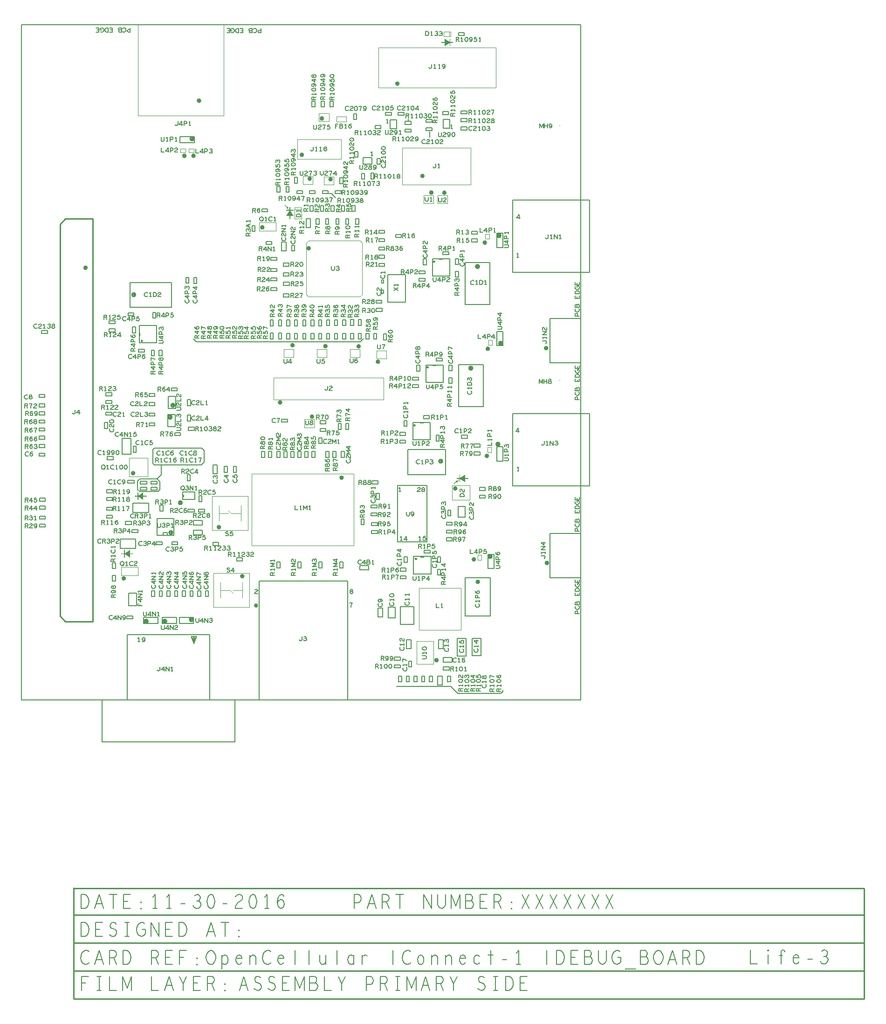
<source format=gbr>
G04 ================== begin FILE IDENTIFICATION RECORD ==================*
G04 Layout Name:  D:/shamshu/Dburg/final/OC_Connect-1_DEBUG_Life-3_final.brd*
G04 Film Name:    aspr.gbr*
G04 File Format:  Gerber RS274X*
G04 File Origin:  Cadence Allegro 16.6-2015-S060*
G04 Origin Date:  Thu Dec 01 02:08:26 2016*
G04 *
G04 Layer:  REF DES/ASSEMBLY_TOP*
G04 Layer:  PACKAGE GEOMETRY/ASSEMBLY_TOP*
G04 Layer:  DRAWING FORMAT/ASPR*
G04 Layer:  DRAWING FORMAT/FILM_LABEL_OUTLINE*
G04 Layer:  COMPONENT VALUE/ASSEMBLY_TOP*
G04 Layer:  BOARD GEOMETRY/OUTLINE*
G04 *
G04 Offset:    (0.000 0.000)*
G04 Mirror:    No*
G04 Mode:      Positive*
G04 Rotation:  0*
G04 FullContactRelief:  No*
G04 UndefLineWidth:     6.000*
G04 ================== end FILE IDENTIFICATION RECORD ====================*
%FSLAX25Y25*MOIN*%
%IR0*IPPOS*OFA0.00000B0.00000*MIA0B0*SFA1.00000B1.00000*%
%ADD10C,.002*%
%ADD11C,.005*%
%ADD12C,.006*%
%ADD13C,.003937*%
%ADD14C,.001969*%
%ADD15C,.01*%
%ADD16C,.01575*%
%ADD17C,.015748*%
G75*
%LPD*%
G75*
G36*
G01X81047Y145450D02*
Y145950D01*
X83046D01*
Y148450D01*
X83546D01*
Y145950D01*
X87090Y148450D01*
Y145950D01*
X89590D01*
Y145450D01*
X87090D01*
Y142950D01*
X83546Y145450D01*
Y142950D01*
X83046D01*
Y145450D01*
X81047D01*
G37*
G36*
G01X71433Y104280D02*
Y104780D01*
X73433D01*
Y107280D01*
X73933D01*
Y104780D01*
X77476Y107280D01*
Y104780D01*
X79976D01*
Y104280D01*
X77476D01*
Y101780D01*
X73933Y104280D01*
Y101780D01*
X73433D01*
Y104280D01*
X71433D01*
G37*
G36*
G01X169218Y67500D02*
G03I-1500J0D01*
G37*
G36*
G01X191773Y352232D02*
X192273D01*
Y350232D01*
X194773D01*
Y349732D01*
X192273D01*
X194773Y346189D01*
X192273D01*
Y343689D01*
X191773D01*
Y346189D01*
X189273D01*
X191773Y349732D01*
X189273D01*
Y350232D01*
X191773D01*
Y352232D01*
G37*
G36*
G01X191270Y350229D02*
X191770D01*
X189954Y351636D01*
X191184D01*
X188495Y353780D01*
X187995D01*
X190247Y351984D01*
X189005D01*
X191270Y350229D01*
G37*
G36*
G01X308674Y469809D02*
Y470309D01*
X306674D01*
Y472809D01*
X306174D01*
Y470309D01*
X302630Y472809D01*
Y470309D01*
X300130D01*
Y469809D01*
X302630D01*
Y467309D01*
X306174Y469809D01*
Y467309D01*
X306674D01*
Y469809D01*
X308674D01*
G37*
G36*
G01X311147Y158050D02*
Y158550D01*
X313147D01*
Y161050D01*
X313647D01*
Y158550D01*
X317190Y161050D01*
Y158550D01*
X319690D01*
Y158050D01*
X317190D01*
Y155550D01*
X313647Y158050D01*
Y155550D01*
X313147D01*
Y158050D01*
X311147D01*
G37*
G36*
G01X312894Y157388D02*
Y157888D01*
X311487Y156071D01*
Y157302D01*
X309343Y154612D01*
Y154112D01*
X311139Y156364D01*
Y155122D01*
X312894Y157388D01*
G37*
G54D10*
G01X164718Y161550D02*
Y110450D01*
X237718D01*
Y161550D01*
X164718D01*
G01X308094Y142875D02*
X320694D01*
Y153475D01*
X308094D01*
Y142875D01*
G54D11*
G01X70611Y482660D02*
X68642D01*
G01X73761D02*
X71792D01*
G01X76910D02*
X74942D01*
G01X80060D02*
X78091D01*
G01X83209D02*
X81241D01*
G01X159194D02*
X157225D01*
G01X156044D02*
X154076D01*
G01X152894D02*
X150926D01*
G01X149745D02*
X147776D01*
G01X146595D02*
X144627D01*
G54D12*
G01X2563Y141456D02*
Y144456D01*
X3813D01*
X4213Y144305D01*
X4463Y144106D01*
X4563Y143706D01*
X4463Y143306D01*
X4163Y143056D01*
X3813Y142906D01*
X2563D01*
G01X3813D02*
X4563Y141456D01*
G01X7363D02*
Y144456D01*
X5513Y142306D01*
X8014D01*
G01X8863Y141905D02*
X9163Y141656D01*
X9513Y141506D01*
X9963Y141456D01*
X10413Y141556D01*
X10763Y141755D01*
X11013Y142106D01*
X11063Y142506D01*
X10963Y142906D01*
X10713Y143156D01*
X10363Y143356D01*
X10013Y143405D01*
X9663Y143356D01*
X9213Y143156D01*
X9363Y144456D01*
X10713D01*
G01X2563Y135756D02*
Y138756D01*
X3813D01*
X4213Y138605D01*
X4463Y138406D01*
X4563Y138006D01*
X4463Y137606D01*
X4163Y137356D01*
X3813Y137206D01*
X2563D01*
G01X3813D02*
X4563Y135756D01*
G01X7363D02*
Y138756D01*
X5513Y136606D01*
X8014D01*
G01X10563Y135756D02*
Y138756D01*
X8713Y136606D01*
X11214D01*
G01X2563Y122957D02*
Y125957D01*
X3813D01*
X4213Y125807D01*
X4463Y125607D01*
X4563Y125207D01*
X4463Y124807D01*
X4163Y124557D01*
X3813Y124407D01*
X2563D01*
G01X3813D02*
X4563Y122957D01*
G01X5813Y125457D02*
X6113Y125757D01*
X6463Y125907D01*
X6863Y125957D01*
X7363Y125857D01*
X7713Y125607D01*
X7813Y125307D01*
X7763Y125007D01*
X7563Y124757D01*
X6563Y124257D01*
X6113Y123907D01*
X5813Y123407D01*
X5713Y122957D01*
X7813D01*
G01X9113Y123307D02*
X9463Y123057D01*
X9863Y122957D01*
X10263Y123057D01*
X10613Y123357D01*
X10863Y123807D01*
X10963Y124257D01*
Y124807D01*
X10863Y125257D01*
X10613Y125657D01*
X10313Y125857D01*
X9963Y125957D01*
X9563Y125857D01*
X9263Y125657D01*
X9063Y125357D01*
X8963Y124957D01*
X9063Y124607D01*
X9313Y124257D01*
X9613Y124057D01*
X9963Y124007D01*
X10363Y124107D01*
X10663Y124357D01*
X10963Y124807D01*
G01X2563Y128657D02*
Y131657D01*
X3813D01*
X4213Y131507D01*
X4463Y131307D01*
X4563Y130907D01*
X4463Y130507D01*
X4163Y130257D01*
X3813Y130107D01*
X2563D01*
G01X3813D02*
X4563Y128657D01*
G01X5663Y129257D02*
X5963Y128907D01*
X6363Y128707D01*
X6813Y128657D01*
X7213Y128707D01*
X7613Y128957D01*
X7863Y129257D01*
X7913Y129557D01*
X7813Y129907D01*
X7463Y130157D01*
X7113Y130257D01*
X6663D01*
G01X7113D02*
X7413Y130407D01*
X7663Y130657D01*
X7763Y130957D01*
X7663Y131257D01*
X7413Y131507D01*
X6963Y131657D01*
X6513Y131607D01*
X6063Y131407D01*
G01X9963Y128657D02*
Y131657D01*
X9363Y131057D01*
G01Y128657D02*
X10563D01*
G01X2613Y185175D02*
Y188175D01*
X3863D01*
X4263Y188025D01*
X4513Y187825D01*
X4613Y187425D01*
X4513Y187025D01*
X4213Y186775D01*
X3863Y186625D01*
X2613D01*
G01X3863D02*
X4613Y185175D01*
G01X5863Y186425D02*
X6213Y186775D01*
X6513Y186975D01*
X6913Y187075D01*
X7263Y186975D01*
X7513Y186775D01*
X7713Y186475D01*
X7763Y186125D01*
X7713Y185825D01*
X7513Y185525D01*
X7213Y185275D01*
X6863Y185175D01*
X6463Y185275D01*
X6113Y185575D01*
X5913Y186025D01*
X5863Y186525D01*
X5963Y187175D01*
X6113Y187525D01*
X6363Y187875D01*
X6713Y188125D01*
X7063Y188175D01*
X7413Y188075D01*
X7663Y187825D01*
G01X9063Y186425D02*
X9413Y186775D01*
X9713Y186975D01*
X10113Y187075D01*
X10463Y186975D01*
X10713Y186775D01*
X10913Y186475D01*
X10963Y186125D01*
X10913Y185825D01*
X10713Y185525D01*
X10413Y185275D01*
X10063Y185175D01*
X9663Y185275D01*
X9313Y185575D01*
X9113Y186025D01*
X9063Y186525D01*
X9163Y187175D01*
X9313Y187525D01*
X9563Y187875D01*
X9913Y188125D01*
X10263Y188175D01*
X10613Y188075D01*
X10863Y187825D01*
G01X2613Y179775D02*
Y182775D01*
X3863D01*
X4263Y182625D01*
X4513Y182425D01*
X4613Y182025D01*
X4513Y181625D01*
X4213Y181375D01*
X3863Y181225D01*
X2613D01*
G01X3863D02*
X4613Y179775D01*
G01X5863Y181025D02*
X6213Y181375D01*
X6513Y181575D01*
X6913Y181675D01*
X7263Y181575D01*
X7513Y181375D01*
X7713Y181075D01*
X7763Y180725D01*
X7713Y180425D01*
X7513Y180125D01*
X7213Y179875D01*
X6863Y179775D01*
X6463Y179875D01*
X6113Y180175D01*
X5913Y180625D01*
X5863Y181125D01*
X5963Y181775D01*
X6113Y182125D01*
X6363Y182475D01*
X6713Y182725D01*
X7063Y182775D01*
X7413Y182675D01*
X7663Y182425D01*
G01X8913Y180375D02*
X9213Y180025D01*
X9613Y179825D01*
X10063Y179775D01*
X10463Y179825D01*
X10863Y180075D01*
X11113Y180375D01*
X11163Y180675D01*
X11063Y181025D01*
X10713Y181275D01*
X10363Y181375D01*
X9913D01*
G01X10363D02*
X10663Y181525D01*
X10913Y181775D01*
X11013Y182075D01*
X10913Y182375D01*
X10663Y182625D01*
X10213Y182775D01*
X9763Y182725D01*
X9313Y182525D01*
G01X2413Y208775D02*
Y211775D01*
X3663D01*
X4063Y211625D01*
X4313Y211425D01*
X4413Y211025D01*
X4313Y210625D01*
X4013Y210375D01*
X3663Y210225D01*
X2413D01*
G01X3663D02*
X4413Y208775D01*
G01X6513D02*
X6613Y209425D01*
X6763Y209975D01*
X6963Y210475D01*
X7213Y211025D01*
X7613Y211775D01*
X5613D01*
G01X8863Y211275D02*
X9163Y211575D01*
X9513Y211725D01*
X9913Y211775D01*
X10413Y211675D01*
X10763Y211425D01*
X10863Y211125D01*
X10813Y210825D01*
X10613Y210575D01*
X9613Y210075D01*
X9163Y209725D01*
X8863Y209225D01*
X8763Y208775D01*
X10863D01*
G01X2913Y203275D02*
Y206275D01*
X4163D01*
X4563Y206125D01*
X4813Y205925D01*
X4913Y205525D01*
X4813Y205125D01*
X4513Y204875D01*
X4163Y204725D01*
X2913D01*
G01X4163D02*
X4913Y203275D01*
G01X6163Y204525D02*
X6513Y204875D01*
X6813Y205075D01*
X7213Y205175D01*
X7563Y205075D01*
X7813Y204875D01*
X8013Y204575D01*
X8063Y204225D01*
X8013Y203925D01*
X7813Y203625D01*
X7513Y203375D01*
X7163Y203275D01*
X6763Y203375D01*
X6413Y203675D01*
X6213Y204125D01*
X6163Y204625D01*
X6263Y205275D01*
X6413Y205625D01*
X6663Y205975D01*
X7013Y206225D01*
X7363Y206275D01*
X7713Y206175D01*
X7963Y205925D01*
G01X9463Y203625D02*
X9813Y203375D01*
X10213Y203275D01*
X10613Y203375D01*
X10963Y203675D01*
X11213Y204125D01*
X11313Y204575D01*
Y205125D01*
X11213Y205575D01*
X10963Y205975D01*
X10663Y206175D01*
X10313Y206275D01*
X9913Y206175D01*
X9613Y205975D01*
X9413Y205675D01*
X9313Y205275D01*
X9413Y204925D01*
X9663Y204575D01*
X9963Y204375D01*
X10313Y204325D01*
X10713Y204425D01*
X11013Y204675D01*
X11313Y205125D01*
G01X2413Y197475D02*
Y200475D01*
X3663D01*
X4063Y200325D01*
X4313Y200125D01*
X4413Y199725D01*
X4313Y199325D01*
X4013Y199075D01*
X3663Y198925D01*
X2413D01*
G01X3663D02*
X4413Y197475D01*
G01X5663Y198725D02*
X6013Y199075D01*
X6313Y199275D01*
X6713Y199375D01*
X7063Y199275D01*
X7313Y199075D01*
X7513Y198775D01*
X7563Y198425D01*
X7513Y198125D01*
X7313Y197825D01*
X7013Y197575D01*
X6663Y197475D01*
X6263Y197575D01*
X5913Y197875D01*
X5713Y198325D01*
X5663Y198825D01*
X5763Y199475D01*
X5913Y199825D01*
X6163Y200175D01*
X6513Y200425D01*
X6863Y200475D01*
X7213Y200375D01*
X7463Y200125D01*
G01X9813Y197475D02*
X10163Y197525D01*
X10563Y197675D01*
X10813Y197925D01*
X10913Y198275D01*
X10813Y198625D01*
X10513Y198925D01*
X10063Y199075D01*
X9563D01*
X9263Y199175D01*
X9013Y199425D01*
X8913Y199775D01*
X9063Y200125D01*
X9413Y200375D01*
X9813Y200475D01*
X10213Y200375D01*
X10563Y200125D01*
X10713Y199775D01*
X10613Y199425D01*
X10363Y199175D01*
X10063Y199075D01*
X9563D01*
X9113Y198925D01*
X8813Y198625D01*
X8713Y198275D01*
X8813Y197925D01*
X9063Y197675D01*
X9463Y197525D01*
X9813Y197475D01*
G01X2513Y191475D02*
Y194475D01*
X3763D01*
X4163Y194325D01*
X4413Y194125D01*
X4513Y193725D01*
X4413Y193325D01*
X4113Y193075D01*
X3763Y192925D01*
X2513D01*
G01X3763D02*
X4513Y191475D01*
G01X5763Y192725D02*
X6113Y193075D01*
X6413Y193275D01*
X6813Y193375D01*
X7163Y193275D01*
X7413Y193075D01*
X7613Y192775D01*
X7663Y192425D01*
X7613Y192125D01*
X7413Y191825D01*
X7113Y191575D01*
X6763Y191475D01*
X6363Y191575D01*
X6013Y191875D01*
X5813Y192325D01*
X5763Y192825D01*
X5863Y193475D01*
X6013Y193825D01*
X6263Y194175D01*
X6613Y194425D01*
X6963Y194475D01*
X7313Y194375D01*
X7563Y194125D01*
G01X9813Y191475D02*
X9913Y192125D01*
X10063Y192675D01*
X10263Y193175D01*
X10513Y193725D01*
X10913Y194475D01*
X8913D01*
G01X4382Y217925D02*
X4082Y218075D01*
X3732Y218175D01*
X3332D01*
X2882Y218025D01*
X2532Y217775D01*
X2282Y217475D01*
X2082Y216975D01*
X2032Y216525D01*
X2132Y216075D01*
X2282Y215775D01*
X2582Y215475D01*
X2932Y215275D01*
X3282Y215175D01*
X3632D01*
X3982Y215275D01*
X4282Y215425D01*
X4532Y215625D01*
G01X6482Y215175D02*
X6832Y215225D01*
X7232Y215375D01*
X7482Y215625D01*
X7582Y215975D01*
X7482Y216325D01*
X7182Y216625D01*
X6732Y216775D01*
X6232D01*
X5932Y216875D01*
X5682Y217125D01*
X5582Y217475D01*
X5732Y217825D01*
X6082Y218075D01*
X6482Y218175D01*
X6882Y218075D01*
X7232Y217825D01*
X7382Y217475D01*
X7282Y217125D01*
X7032Y216875D01*
X6732Y216775D01*
X6232D01*
X5782Y216625D01*
X5482Y216325D01*
X5382Y215975D01*
X5482Y215625D01*
X5732Y215375D01*
X6132Y215225D01*
X6482Y215175D01*
G01X4882Y177125D02*
X4582Y177275D01*
X4232Y177375D01*
X3832D01*
X3382Y177225D01*
X3032Y176975D01*
X2782Y176675D01*
X2582Y176175D01*
X2532Y175725D01*
X2632Y175275D01*
X2782Y174975D01*
X3082Y174675D01*
X3432Y174475D01*
X3782Y174375D01*
X4132D01*
X4482Y174475D01*
X4782Y174625D01*
X5032Y174825D01*
G01X6032Y175625D02*
X6382Y175975D01*
X6682Y176175D01*
X7082Y176275D01*
X7432Y176175D01*
X7682Y175975D01*
X7882Y175675D01*
X7932Y175325D01*
X7882Y175025D01*
X7682Y174725D01*
X7382Y174475D01*
X7032Y174375D01*
X6632Y174475D01*
X6282Y174775D01*
X6082Y175225D01*
X6032Y175725D01*
X6132Y176375D01*
X6282Y176725D01*
X6532Y177075D01*
X6882Y177325D01*
X7232Y177375D01*
X7582Y177275D01*
X7832Y177025D01*
G01X11068Y268436D02*
X10768Y268586D01*
X10418Y268686D01*
X10019D01*
X9568Y268536D01*
X9218Y268286D01*
X8968Y267986D01*
X8768Y267486D01*
X8718Y267036D01*
X8818Y266586D01*
X8968Y266286D01*
X9268Y265986D01*
X9618Y265786D01*
X9969Y265686D01*
X10318D01*
X10668Y265786D01*
X10968Y265936D01*
X11219Y266136D01*
G01X12218Y268186D02*
X12519Y268486D01*
X12868Y268636D01*
X13268Y268686D01*
X13768Y268586D01*
X14118Y268336D01*
X14218Y268036D01*
X14168Y267736D01*
X13968Y267486D01*
X12968Y266986D01*
X12519Y266636D01*
X12218Y266136D01*
X12118Y265686D01*
X14218D01*
G01X16368D02*
Y268686D01*
X15768Y268086D01*
G01Y265686D02*
X16968D01*
G01X18468Y266286D02*
X18768Y265936D01*
X19168Y265736D01*
X19618Y265686D01*
X20018Y265736D01*
X20418Y265986D01*
X20668Y266286D01*
X20718Y266586D01*
X20618Y266936D01*
X20268Y267186D01*
X19918Y267286D01*
X19468D01*
G01X19918D02*
X20218Y267436D01*
X20468Y267686D01*
X20568Y267986D01*
X20468Y268286D01*
X20218Y268536D01*
X19768Y268686D01*
X19318Y268636D01*
X18869Y268436D01*
G01X22768Y265686D02*
X23118Y265736D01*
X23518Y265886D01*
X23768Y266136D01*
X23868Y266486D01*
X23768Y266836D01*
X23468Y267136D01*
X23018Y267286D01*
X22518D01*
X22218Y267386D01*
X21968Y267636D01*
X21869Y267986D01*
X22019Y268336D01*
X22368Y268586D01*
X22768Y268686D01*
X23168Y268586D01*
X23518Y268336D01*
X23668Y267986D01*
X23568Y267636D01*
X23318Y267386D01*
X23018Y267286D01*
X22518D01*
X22069Y267136D01*
X21768Y266836D01*
X21668Y266486D01*
X21768Y266136D01*
X22019Y265886D01*
X22418Y265736D01*
X22768Y265686D01*
G01X86118Y67250D02*
X83118D01*
Y69150D01*
G01X84568Y68450D02*
Y67250D01*
G01X86118Y72000D02*
X83118D01*
X85268Y70150D01*
Y72650D01*
G01X86118Y73450D02*
X83118D01*
X86118Y75750D01*
X83118D01*
G01X86118Y77800D02*
X83118D01*
X83718Y77200D01*
G01X86118D02*
Y78400D01*
G01X84018Y41600D02*
Y44600D01*
X83418Y44000D01*
G01Y41600D02*
X84618D01*
G01X86368Y41950D02*
X86718Y41700D01*
X87118Y41600D01*
X87518Y41700D01*
X87868Y42000D01*
X88118Y42450D01*
X88218Y42900D01*
Y43450D01*
X88118Y43900D01*
X87868Y44300D01*
X87568Y44500D01*
X87218Y44600D01*
X86818Y44500D01*
X86518Y44300D01*
X86318Y44000D01*
X86218Y43600D01*
X86318Y43250D01*
X86568Y42900D01*
X86868Y42700D01*
X87218Y42650D01*
X87618Y42750D01*
X87918Y43000D01*
X88218Y43450D01*
G01X67218Y73300D02*
X64218D01*
Y74550D01*
X64368Y74950D01*
X64568Y75200D01*
X64968Y75300D01*
X65368Y75200D01*
X65618Y74900D01*
X65768Y74550D01*
Y73300D01*
G01Y74550D02*
X67218Y75300D01*
G01X66868Y76650D02*
X67118Y77000D01*
X67218Y77400D01*
X67118Y77800D01*
X66818Y78150D01*
X66368Y78400D01*
X65918Y78500D01*
X65368D01*
X64918Y78400D01*
X64518Y78150D01*
X64318Y77850D01*
X64218Y77500D01*
X64318Y77100D01*
X64518Y76800D01*
X64818Y76600D01*
X65218Y76500D01*
X65568Y76600D01*
X65918Y76850D01*
X66118Y77150D01*
X66168Y77500D01*
X66068Y77900D01*
X65818Y78200D01*
X65368Y78500D01*
G01X67218Y80700D02*
X67168Y81050D01*
X67018Y81450D01*
X66768Y81700D01*
X66418Y81800D01*
X66068Y81700D01*
X65768Y81400D01*
X65618Y80950D01*
Y80450D01*
X65518Y80150D01*
X65268Y79900D01*
X64918Y79800D01*
X64568Y79950D01*
X64318Y80300D01*
X64218Y80700D01*
X64318Y81100D01*
X64568Y81450D01*
X64918Y81600D01*
X65268Y81500D01*
X65518Y81250D01*
X65618Y80950D01*
Y80450D01*
X65768Y80000D01*
X66068Y79700D01*
X66418Y79600D01*
X66768Y79700D01*
X67018Y79950D01*
X67168Y80350D01*
X67218Y80700D01*
G01X64918Y60250D02*
X64618Y60400D01*
X64268Y60500D01*
X63868D01*
X63418Y60350D01*
X63068Y60100D01*
X62818Y59800D01*
X62618Y59300D01*
X62568Y58850D01*
X62668Y58400D01*
X62818Y58100D01*
X63118Y57800D01*
X63468Y57600D01*
X63818Y57500D01*
X64168D01*
X64518Y57600D01*
X64818Y57750D01*
X65068Y57950D01*
G01X67618Y57500D02*
Y60500D01*
X65768Y58350D01*
X68268D01*
G01X69068Y57500D02*
Y60500D01*
X71368Y57500D01*
Y60500D01*
G01X72568Y57850D02*
X72918Y57600D01*
X73318Y57500D01*
X73718Y57600D01*
X74068Y57900D01*
X74318Y58350D01*
X74418Y58800D01*
Y59350D01*
X74318Y59800D01*
X74068Y60200D01*
X73768Y60400D01*
X73418Y60500D01*
X73018Y60400D01*
X72718Y60200D01*
X72518Y59900D01*
X72418Y59500D01*
X72518Y59150D01*
X72768Y58800D01*
X73068Y58600D01*
X73418Y58550D01*
X73818Y58650D01*
X74118Y58900D01*
X74418Y59350D01*
G01X80318Y132950D02*
X80018Y133100D01*
X79668Y133200D01*
X79268D01*
X78818Y133050D01*
X78468Y132800D01*
X78218Y132500D01*
X78018Y132000D01*
X77968Y131550D01*
X78068Y131100D01*
X78218Y130800D01*
X78518Y130500D01*
X78868Y130300D01*
X79218Y130200D01*
X79568D01*
X79918Y130300D01*
X80218Y130450D01*
X80468Y130650D01*
G01X81418Y130200D02*
Y133200D01*
X82668D01*
X83068Y133050D01*
X83318Y132850D01*
X83418Y132450D01*
X83318Y132050D01*
X83018Y131800D01*
X82668Y131650D01*
X81418D01*
G01X82668D02*
X83418Y130200D01*
G01X84518Y130800D02*
X84818Y130450D01*
X85218Y130250D01*
X85668Y130200D01*
X86068Y130250D01*
X86468Y130500D01*
X86718Y130800D01*
X86768Y131100D01*
X86668Y131450D01*
X86318Y131700D01*
X85968Y131800D01*
X85518D01*
G01X85968D02*
X86268Y131950D01*
X86518Y132200D01*
X86618Y132500D01*
X86518Y132800D01*
X86268Y133050D01*
X85818Y133200D01*
X85368Y133150D01*
X84918Y132950D01*
G01X87818Y130200D02*
Y133200D01*
X89018D01*
X89418Y133050D01*
X89718Y132700D01*
X89818Y132300D01*
X89718Y131900D01*
X89468Y131600D01*
X89018Y131450D01*
X87818D01*
G01X92018Y130200D02*
Y133200D01*
X91418Y132600D01*
G01Y130200D02*
X92618D01*
G01X56818Y114850D02*
X56518Y115000D01*
X56168Y115100D01*
X55768D01*
X55318Y114950D01*
X54968Y114700D01*
X54718Y114400D01*
X54518Y113900D01*
X54468Y113450D01*
X54568Y113000D01*
X54718Y112700D01*
X55018Y112400D01*
X55368Y112200D01*
X55718Y112100D01*
X56068D01*
X56418Y112200D01*
X56718Y112350D01*
X56968Y112550D01*
G01X57918Y112100D02*
Y115100D01*
X59168D01*
X59568Y114950D01*
X59818Y114750D01*
X59918Y114350D01*
X59818Y113950D01*
X59518Y113700D01*
X59168Y113550D01*
X57918D01*
G01X59168D02*
X59918Y112100D01*
G01X61018Y112700D02*
X61318Y112350D01*
X61718Y112150D01*
X62168Y112100D01*
X62568Y112150D01*
X62968Y112400D01*
X63218Y112700D01*
X63268Y113000D01*
X63168Y113350D01*
X62818Y113600D01*
X62468Y113700D01*
X62018D01*
G01X62468D02*
X62768Y113850D01*
X63018Y114100D01*
X63118Y114400D01*
X63018Y114700D01*
X62768Y114950D01*
X62318Y115100D01*
X61868Y115050D01*
X61418Y114850D01*
G01X64318Y112100D02*
Y115100D01*
X65518D01*
X65918Y114950D01*
X66218Y114600D01*
X66318Y114200D01*
X66218Y113800D01*
X65968Y113500D01*
X65518Y113350D01*
X64318D01*
G01X67568Y114600D02*
X67868Y114900D01*
X68218Y115050D01*
X68618Y115100D01*
X69118Y115000D01*
X69468Y114750D01*
X69568Y114450D01*
X69518Y114150D01*
X69318Y113900D01*
X68318Y113400D01*
X67868Y113050D01*
X67568Y112550D01*
X67468Y112100D01*
X69568D01*
G01X80200Y125000D02*
Y128000D01*
X81450D01*
X81850Y127850D01*
X82100Y127650D01*
X82200Y127250D01*
X82100Y126850D01*
X81800Y126600D01*
X81450Y126450D01*
X80200D01*
G01X81450D02*
X82200Y125000D01*
G01X83300Y125600D02*
X83600Y125250D01*
X84000Y125050D01*
X84450Y125000D01*
X84850Y125050D01*
X85250Y125300D01*
X85500Y125600D01*
X85550Y125900D01*
X85450Y126250D01*
X85100Y126500D01*
X84750Y126600D01*
X84300D01*
G01X84750D02*
X85050Y126750D01*
X85300Y127000D01*
X85400Y127300D01*
X85300Y127600D01*
X85050Y127850D01*
X84600Y128000D01*
X84150Y127950D01*
X83700Y127750D01*
G01X86600Y125000D02*
Y128000D01*
X87800D01*
X88200Y127850D01*
X88500Y127500D01*
X88600Y127100D01*
X88500Y126700D01*
X88250Y126400D01*
X87800Y126250D01*
X86600D01*
G01X89700Y125600D02*
X90000Y125250D01*
X90400Y125050D01*
X90850Y125000D01*
X91250Y125050D01*
X91650Y125300D01*
X91900Y125600D01*
X91950Y125900D01*
X91850Y126250D01*
X91500Y126500D01*
X91150Y126600D01*
X90700D01*
G01X91150D02*
X91450Y126750D01*
X91700Y127000D01*
X91800Y127300D01*
X91700Y127600D01*
X91450Y127850D01*
X91000Y128000D01*
X90550Y127950D01*
X90100Y127750D01*
G01X66218Y119500D02*
Y122500D01*
X67468D01*
X67868Y122350D01*
X68118Y122150D01*
X68218Y121750D01*
X68118Y121350D01*
X67818Y121100D01*
X67468Y120950D01*
X66218D01*
G01X67468D02*
X68218Y119500D01*
G01X69318Y120100D02*
X69618Y119750D01*
X70018Y119550D01*
X70468Y119500D01*
X70868Y119550D01*
X71268Y119800D01*
X71518Y120100D01*
X71568Y120400D01*
X71468Y120750D01*
X71118Y121000D01*
X70768Y121100D01*
X70318D01*
G01X70768D02*
X71068Y121250D01*
X71318Y121500D01*
X71418Y121800D01*
X71318Y122100D01*
X71068Y122350D01*
X70618Y122500D01*
X70168Y122450D01*
X69718Y122250D01*
G01X72618Y119500D02*
Y122500D01*
X73818D01*
X74218Y122350D01*
X74518Y122000D01*
X74618Y121600D01*
X74518Y121200D01*
X74268Y120900D01*
X73818Y120750D01*
X72618D01*
G01X77418Y119500D02*
Y122500D01*
X75568Y120350D01*
X78068D01*
G01X67018Y98900D02*
X64018D01*
Y100150D01*
X64168Y100550D01*
X64368Y100800D01*
X64768Y100900D01*
X65168Y100800D01*
X65418Y100500D01*
X65568Y100150D01*
Y98900D01*
G01Y100150D02*
X67018Y100900D01*
G01Y103100D02*
X64018D01*
X64618Y102500D01*
G01X67018D02*
Y103700D01*
G01X64268Y107400D02*
X64118Y107100D01*
X64018Y106750D01*
Y106350D01*
X64168Y105900D01*
X64418Y105550D01*
X64718Y105300D01*
X65218Y105100D01*
X65668Y105050D01*
X66118Y105150D01*
X66418Y105300D01*
X66718Y105600D01*
X66918Y105950D01*
X67018Y106300D01*
Y106650D01*
X66918Y107000D01*
X66768Y107300D01*
X66568Y107550D01*
G01X67018Y109500D02*
X64018D01*
X64618Y108900D01*
G01X67018D02*
Y110100D01*
G01X65800Y147500D02*
Y150500D01*
X67050D01*
X67450Y150350D01*
X67700Y150150D01*
X67800Y149750D01*
X67700Y149350D01*
X67400Y149100D01*
X67050Y148950D01*
X65800D01*
G01X67050D02*
X67800Y147500D01*
G01X70000D02*
Y150500D01*
X69400Y149900D01*
G01Y147500D02*
X70600D01*
G01X73200D02*
Y150500D01*
X72600Y149900D01*
G01Y147500D02*
X73800D01*
G01X75550Y147850D02*
X75900Y147600D01*
X76300Y147500D01*
X76700Y147600D01*
X77050Y147900D01*
X77300Y148350D01*
X77400Y148800D01*
Y149350D01*
X77300Y149800D01*
X77050Y150200D01*
X76750Y150400D01*
X76400Y150500D01*
X76000Y150400D01*
X75700Y150200D01*
X75500Y149900D01*
X75400Y149500D01*
X75500Y149150D01*
X75750Y148800D01*
X76050Y148600D01*
X76400Y148550D01*
X76800Y148650D01*
X77100Y148900D01*
X77400Y149350D01*
G01X65600Y142000D02*
Y145000D01*
X66850D01*
X67250Y144850D01*
X67500Y144650D01*
X67600Y144250D01*
X67500Y143850D01*
X67200Y143600D01*
X66850Y143450D01*
X65600D01*
G01X66850D02*
X67600Y142000D01*
G01X69800D02*
Y145000D01*
X69200Y144400D01*
G01Y142000D02*
X70400D01*
G01X73000D02*
Y145000D01*
X72400Y144400D01*
G01Y142000D02*
X73600D01*
G01X76200D02*
X76550Y142050D01*
X76950Y142200D01*
X77200Y142450D01*
X77300Y142800D01*
X77200Y143150D01*
X76900Y143450D01*
X76450Y143600D01*
X75950D01*
X75650Y143700D01*
X75400Y143950D01*
X75300Y144300D01*
X75450Y144650D01*
X75800Y144900D01*
X76200Y145000D01*
X76600Y144900D01*
X76950Y144650D01*
X77100Y144300D01*
X77000Y143950D01*
X76750Y143700D01*
X76450Y143600D01*
X75950D01*
X75500Y143450D01*
X75200Y143150D01*
X75100Y142800D01*
X75200Y142450D01*
X75450Y142200D01*
X75850Y142050D01*
X76200Y142000D01*
G01X65500Y135500D02*
Y138500D01*
X66750D01*
X67150Y138350D01*
X67400Y138150D01*
X67500Y137750D01*
X67400Y137350D01*
X67100Y137100D01*
X66750Y136950D01*
X65500D01*
G01X66750D02*
X67500Y135500D01*
G01X69700D02*
Y138500D01*
X69100Y137900D01*
G01Y135500D02*
X70300D01*
G01X72900D02*
Y138500D01*
X72300Y137900D01*
G01Y135500D02*
X73500D01*
G01X76000D02*
X76100Y136150D01*
X76250Y136700D01*
X76450Y137200D01*
X76700Y137750D01*
X77100Y138500D01*
X75100D01*
G01X57300Y125500D02*
Y128500D01*
X58550D01*
X58950Y128350D01*
X59200Y128150D01*
X59300Y127750D01*
X59200Y127350D01*
X58900Y127100D01*
X58550Y126950D01*
X57300D01*
G01X58550D02*
X59300Y125500D01*
G01X61500D02*
Y128500D01*
X60900Y127900D01*
G01Y125500D02*
X62100D01*
G01X64700D02*
Y128500D01*
X64100Y127900D01*
G01Y125500D02*
X65300D01*
G01X66950Y126750D02*
X67300Y127100D01*
X67600Y127300D01*
X68000Y127400D01*
X68350Y127300D01*
X68600Y127100D01*
X68800Y126800D01*
X68850Y126450D01*
X68800Y126150D01*
X68600Y125850D01*
X68300Y125600D01*
X67950Y125500D01*
X67550Y125600D01*
X67200Y125900D01*
X67000Y126350D01*
X66950Y126850D01*
X67050Y127500D01*
X67200Y127850D01*
X67450Y128200D01*
X67800Y128450D01*
X68150Y128500D01*
X68500Y128400D01*
X68750Y128150D01*
G01X86118Y113150D02*
X85818Y113300D01*
X85468Y113400D01*
X85068D01*
X84618Y113250D01*
X84268Y113000D01*
X84018Y112700D01*
X83818Y112200D01*
X83768Y111750D01*
X83868Y111300D01*
X84018Y111000D01*
X84318Y110700D01*
X84668Y110500D01*
X85018Y110400D01*
X85368D01*
X85718Y110500D01*
X86018Y110650D01*
X86268Y110850D01*
G01X87118Y111000D02*
X87418Y110650D01*
X87818Y110450D01*
X88268Y110400D01*
X88668Y110450D01*
X89068Y110700D01*
X89318Y111000D01*
X89368Y111300D01*
X89268Y111650D01*
X88918Y111900D01*
X88568Y112000D01*
X88118D01*
G01X88568D02*
X88868Y112150D01*
X89118Y112400D01*
X89218Y112700D01*
X89118Y113000D01*
X88868Y113250D01*
X88418Y113400D01*
X87968Y113350D01*
X87518Y113150D01*
G01X90418Y110400D02*
Y113400D01*
X91618D01*
X92018Y113250D01*
X92318Y112900D01*
X92418Y112500D01*
X92318Y112100D01*
X92068Y111800D01*
X91618Y111650D01*
X90418D01*
G01X95218Y110400D02*
Y113400D01*
X93368Y111250D01*
X95868D01*
G01X72018Y96000D02*
X71618Y96050D01*
X71268Y96250D01*
X70968Y96550D01*
X70768Y96900D01*
X70668Y97300D01*
Y97700D01*
X70768Y98100D01*
X70968Y98450D01*
X71268Y98750D01*
X71618Y98950D01*
X72018Y99000D01*
X72418Y98950D01*
X72768Y98750D01*
X73068Y98450D01*
X73268Y98100D01*
X73368Y97700D01*
Y97300D01*
X73268Y96900D01*
X73068Y96550D01*
X72768Y96250D01*
X72418Y96050D01*
X72018Y96000D01*
G01X72418Y96800D02*
X73018Y96000D01*
G01X75218D02*
Y99000D01*
X74618Y98400D01*
G01Y96000D02*
X75818D01*
G01X79518Y98750D02*
X79218Y98900D01*
X78868Y99000D01*
X78468D01*
X78018Y98850D01*
X77668Y98600D01*
X77418Y98300D01*
X77218Y97800D01*
X77168Y97350D01*
X77268Y96900D01*
X77418Y96600D01*
X77718Y96300D01*
X78068Y96100D01*
X78418Y96000D01*
X78768D01*
X79118Y96100D01*
X79418Y96250D01*
X79668Y96450D01*
G01X80668Y98500D02*
X80968Y98800D01*
X81318Y98950D01*
X81718Y99000D01*
X82218Y98900D01*
X82568Y98650D01*
X82668Y98350D01*
X82618Y98050D01*
X82418Y97800D01*
X81418Y97300D01*
X80968Y96950D01*
X80668Y96450D01*
X80568Y96000D01*
X82668D01*
G01X100000Y168000D02*
Y161000D01*
X97000Y158000D01*
X84500D01*
X83000Y156500D01*
Y150500D01*
X84500Y149000D01*
X97500D01*
X99000Y150500D01*
Y156000D01*
X97000Y158000D01*
G01X55800Y221200D02*
Y224200D01*
X57050D01*
X57450Y224050D01*
X57700Y223850D01*
X57800Y223450D01*
X57700Y223050D01*
X57400Y222800D01*
X57050Y222650D01*
X55800D01*
G01X57050D02*
X57800Y221200D01*
G01X60000D02*
Y224200D01*
X59400Y223600D01*
G01Y221200D02*
X60600D01*
G01X62250Y223700D02*
X62550Y224000D01*
X62900Y224150D01*
X63300Y224200D01*
X63800Y224100D01*
X64150Y223850D01*
X64250Y223550D01*
X64200Y223250D01*
X64000Y223000D01*
X63000Y222500D01*
X62550Y222150D01*
X62250Y221650D01*
X62150Y221200D01*
X64250D01*
G01X65300Y221800D02*
X65600Y221450D01*
X66000Y221250D01*
X66450Y221200D01*
X66850Y221250D01*
X67250Y221500D01*
X67500Y221800D01*
X67550Y222100D01*
X67450Y222450D01*
X67100Y222700D01*
X66750Y222800D01*
X66300D01*
G01X66750D02*
X67050Y222950D01*
X67300Y223200D01*
X67400Y223500D01*
X67300Y223800D01*
X67050Y224050D01*
X66600Y224200D01*
X66150Y224150D01*
X65700Y223950D01*
G01X57400Y207800D02*
Y210800D01*
X58650D01*
X59050Y210650D01*
X59300Y210450D01*
X59400Y210050D01*
X59300Y209650D01*
X59000Y209400D01*
X58650Y209250D01*
X57400D01*
G01X58650D02*
X59400Y207800D01*
G01X61600D02*
Y210800D01*
X61000Y210200D01*
G01Y207800D02*
X62200D01*
G01X63850Y210300D02*
X64150Y210600D01*
X64500Y210750D01*
X64900Y210800D01*
X65400Y210700D01*
X65750Y210450D01*
X65850Y210150D01*
X65800Y209850D01*
X65600Y209600D01*
X64600Y209100D01*
X64150Y208750D01*
X63850Y208250D01*
X63750Y207800D01*
X65850D01*
G01X67050Y210300D02*
X67350Y210600D01*
X67700Y210750D01*
X68100Y210800D01*
X68600Y210700D01*
X68950Y210450D01*
X69050Y210150D01*
X69000Y209850D01*
X68800Y209600D01*
X67800Y209100D01*
X67350Y208750D01*
X67050Y208250D01*
X66950Y207800D01*
X69050D01*
G01X81618Y216700D02*
Y219700D01*
X82868D01*
X83268Y219550D01*
X83518Y219350D01*
X83618Y218950D01*
X83518Y218550D01*
X83218Y218300D01*
X82868Y218150D01*
X81618D01*
G01X82868D02*
X83618Y216700D01*
G01X84868Y217950D02*
X85218Y218300D01*
X85518Y218500D01*
X85918Y218600D01*
X86268Y218500D01*
X86518Y218300D01*
X86718Y218000D01*
X86768Y217650D01*
X86718Y217350D01*
X86518Y217050D01*
X86218Y216800D01*
X85868Y216700D01*
X85468Y216800D01*
X85118Y217100D01*
X84918Y217550D01*
X84868Y218050D01*
X84968Y218700D01*
X85118Y219050D01*
X85368Y219400D01*
X85718Y219650D01*
X86068Y219700D01*
X86418Y219600D01*
X86668Y219350D01*
G01X87918Y217150D02*
X88218Y216900D01*
X88568Y216750D01*
X89018Y216700D01*
X89468Y216800D01*
X89818Y217000D01*
X90068Y217350D01*
X90118Y217750D01*
X90018Y218150D01*
X89768Y218400D01*
X89418Y218600D01*
X89068Y218650D01*
X88718Y218600D01*
X88268Y218400D01*
X88418Y219700D01*
X89768D01*
G01X82218Y195400D02*
Y198400D01*
X83468D01*
X83868Y198250D01*
X84118Y198050D01*
X84218Y197650D01*
X84118Y197250D01*
X83818Y197000D01*
X83468Y196850D01*
X82218D01*
G01X83468D02*
X84218Y195400D01*
G01X86318D02*
X86418Y196050D01*
X86568Y196600D01*
X86768Y197100D01*
X87018Y197650D01*
X87418Y198400D01*
X85418D01*
G01X89618Y195400D02*
Y198400D01*
X89018Y197800D01*
G01Y195400D02*
X90218D01*
G01X80318Y213050D02*
X80018Y213200D01*
X79668Y213300D01*
X79268D01*
X78818Y213150D01*
X78468Y212900D01*
X78218Y212600D01*
X78018Y212100D01*
X77968Y211650D01*
X78068Y211200D01*
X78218Y210900D01*
X78518Y210600D01*
X78868Y210400D01*
X79218Y210300D01*
X79568D01*
X79918Y210400D01*
X80218Y210550D01*
X80468Y210750D01*
G01X81468Y212800D02*
X81768Y213100D01*
X82118Y213250D01*
X82518Y213300D01*
X83018Y213200D01*
X83368Y212950D01*
X83468Y212650D01*
X83418Y212350D01*
X83218Y212100D01*
X82218Y211600D01*
X81768Y211250D01*
X81468Y210750D01*
X81368Y210300D01*
X83468D01*
G01X84618Y213300D02*
Y210300D01*
X86618D01*
G01X87868Y212800D02*
X88168Y213100D01*
X88518Y213250D01*
X88918Y213300D01*
X89418Y213200D01*
X89768Y212950D01*
X89868Y212650D01*
X89818Y212350D01*
X89618Y212100D01*
X88618Y211600D01*
X88168Y211250D01*
X87868Y210750D01*
X87768Y210300D01*
X89868D01*
G01X80618Y205450D02*
X80318Y205600D01*
X79968Y205700D01*
X79568D01*
X79118Y205550D01*
X78768Y205300D01*
X78518Y205000D01*
X78318Y204500D01*
X78268Y204050D01*
X78368Y203600D01*
X78518Y203300D01*
X78818Y203000D01*
X79168Y202800D01*
X79518Y202700D01*
X79868D01*
X80218Y202800D01*
X80518Y202950D01*
X80768Y203150D01*
G01X81768Y205200D02*
X82068Y205500D01*
X82418Y205650D01*
X82818Y205700D01*
X83318Y205600D01*
X83668Y205350D01*
X83768Y205050D01*
X83718Y204750D01*
X83518Y204500D01*
X82518Y204000D01*
X82068Y203650D01*
X81768Y203150D01*
X81668Y202700D01*
X83768D01*
G01X84918Y205700D02*
Y202700D01*
X86918D01*
G01X88018Y203300D02*
X88318Y202950D01*
X88718Y202750D01*
X89168Y202700D01*
X89568Y202750D01*
X89968Y203000D01*
X90218Y203300D01*
X90268Y203600D01*
X90168Y203950D01*
X89818Y204200D01*
X89468Y204300D01*
X89018D01*
G01X89468D02*
X89768Y204450D01*
X90018Y204700D01*
X90118Y205000D01*
X90018Y205300D01*
X89768Y205550D01*
X89318Y205700D01*
X88868Y205650D01*
X88418Y205450D01*
G01X67800Y205550D02*
X67500Y205700D01*
X67150Y205800D01*
X66750D01*
X66300Y205650D01*
X65950Y205400D01*
X65700Y205100D01*
X65500Y204600D01*
X65450Y204150D01*
X65550Y203700D01*
X65700Y203400D01*
X66000Y203100D01*
X66350Y202900D01*
X66700Y202800D01*
X67050D01*
X67400Y202900D01*
X67700Y203050D01*
X67950Y203250D01*
G01X68950Y205300D02*
X69250Y205600D01*
X69600Y205750D01*
X70000Y205800D01*
X70500Y205700D01*
X70850Y205450D01*
X70950Y205150D01*
X70900Y204850D01*
X70700Y204600D01*
X69700Y204100D01*
X69250Y203750D01*
X68950Y203250D01*
X68850Y202800D01*
X70950D01*
G01X73100D02*
Y205800D01*
X72500Y205200D01*
G01Y202800D02*
X73700D01*
G01X63250Y193900D02*
X63100Y193600D01*
X63000Y193250D01*
Y192850D01*
X63150Y192400D01*
X63400Y192050D01*
X63700Y191800D01*
X64200Y191600D01*
X64650Y191550D01*
X65100Y191650D01*
X65400Y191800D01*
X65700Y192100D01*
X65900Y192450D01*
X66000Y192800D01*
Y193150D01*
X65900Y193500D01*
X65750Y193800D01*
X65550Y194050D01*
G01X63500Y195050D02*
X63200Y195350D01*
X63050Y195700D01*
X63000Y196100D01*
X63100Y196600D01*
X63350Y196950D01*
X63650Y197050D01*
X63950Y197000D01*
X64200Y196800D01*
X64700Y195800D01*
X65050Y195350D01*
X65550Y195050D01*
X66000Y194950D01*
Y197050D01*
G01X63000Y199200D02*
X63100Y198800D01*
X63350Y198500D01*
X63650Y198300D01*
X64050Y198150D01*
X64500Y198100D01*
X64950Y198150D01*
X65350Y198300D01*
X65650Y198500D01*
X65900Y198800D01*
X66000Y199200D01*
X65900Y199600D01*
X65650Y199900D01*
X65350Y200100D01*
X64950Y200250D01*
X64500Y200300D01*
X64050Y200250D01*
X63650Y200100D01*
X63350Y199900D01*
X63100Y199600D01*
X63000Y199200D01*
G01X56900Y178150D02*
X56600Y178300D01*
X56250Y178400D01*
X55850D01*
X55400Y178250D01*
X55050Y178000D01*
X54800Y177700D01*
X54600Y177200D01*
X54550Y176750D01*
X54650Y176300D01*
X54800Y176000D01*
X55100Y175700D01*
X55450Y175500D01*
X55800Y175400D01*
X56150D01*
X56500Y175500D01*
X56800Y175650D01*
X57050Y175850D01*
G01X59000Y175400D02*
Y178400D01*
X58400Y177800D01*
G01Y175400D02*
X59600D01*
G01X61350Y175750D02*
X61700Y175500D01*
X62100Y175400D01*
X62500Y175500D01*
X62850Y175800D01*
X63100Y176250D01*
X63200Y176700D01*
Y177250D01*
X63100Y177700D01*
X62850Y178100D01*
X62550Y178300D01*
X62200Y178400D01*
X61800Y178300D01*
X61500Y178100D01*
X61300Y177800D01*
X61200Y177400D01*
X61300Y177050D01*
X61550Y176700D01*
X61850Y176500D01*
X62200Y176450D01*
X62600Y176550D01*
X62900Y176800D01*
X63200Y177250D01*
G01X64550Y175750D02*
X64900Y175500D01*
X65300Y175400D01*
X65700Y175500D01*
X66050Y175800D01*
X66300Y176250D01*
X66400Y176700D01*
Y177250D01*
X66300Y177700D01*
X66050Y178100D01*
X65750Y178300D01*
X65400Y178400D01*
X65000Y178300D01*
X64700Y178100D01*
X64500Y177800D01*
X64400Y177400D01*
X64500Y177050D01*
X64750Y176700D01*
X65050Y176500D01*
X65400Y176450D01*
X65800Y176550D01*
X66100Y176800D01*
X66400Y177250D01*
G01X68600Y178400D02*
X68200Y178300D01*
X67900Y178050D01*
X67700Y177750D01*
X67550Y177350D01*
X67500Y176900D01*
X67550Y176450D01*
X67700Y176050D01*
X67900Y175750D01*
X68200Y175500D01*
X68600Y175400D01*
X69000Y175500D01*
X69300Y175750D01*
X69500Y176050D01*
X69650Y176450D01*
X69700Y176900D01*
X69650Y177350D01*
X69500Y177750D01*
X69300Y178050D01*
X69000Y178300D01*
X68600Y178400D01*
G01X36400Y205100D02*
X36650Y204800D01*
X36950Y204600D01*
X37300Y204500D01*
X37700Y204600D01*
X38000Y204800D01*
X38300Y205100D01*
X38400Y205500D01*
Y207500D01*
G01X41200Y204500D02*
Y207500D01*
X39350Y205350D01*
X41850D01*
G01X69350Y191200D02*
X69050Y191350D01*
X68700Y191450D01*
X68300D01*
X67850Y191300D01*
X67500Y191050D01*
X67250Y190750D01*
X67050Y190250D01*
X67000Y189800D01*
X67100Y189350D01*
X67250Y189050D01*
X67550Y188750D01*
X67900Y188550D01*
X68250Y188450D01*
X68600D01*
X68950Y188550D01*
X69250Y188700D01*
X69500Y188900D01*
G01X72050Y188450D02*
Y191450D01*
X70200Y189300D01*
X72700D01*
G01X73500Y188450D02*
Y191450D01*
X75800Y188450D01*
Y191450D01*
G01X77850Y188450D02*
Y191450D01*
X77250Y190850D01*
G01Y188450D02*
X78450D01*
G01X79950Y188900D02*
X80250Y188650D01*
X80600Y188500D01*
X81050Y188450D01*
X81500Y188550D01*
X81850Y188750D01*
X82100Y189100D01*
X82150Y189500D01*
X82050Y189900D01*
X81800Y190150D01*
X81450Y190350D01*
X81100Y190400D01*
X80750Y190350D01*
X80300Y190150D01*
X80450Y191450D01*
X81800D01*
G01X78250Y175550D02*
X71800D01*
G01D02*
Y187050D01*
G01D02*
X78250D01*
G01D02*
Y175550D01*
G01X64600Y157250D02*
X64300Y157400D01*
X63950Y157500D01*
X63550D01*
X63100Y157350D01*
X62750Y157100D01*
X62500Y156800D01*
X62300Y156300D01*
X62250Y155850D01*
X62350Y155400D01*
X62500Y155100D01*
X62800Y154800D01*
X63150Y154600D01*
X63500Y154500D01*
X63850D01*
X64200Y154600D01*
X64500Y154750D01*
X64750Y154950D01*
G01X66700Y154500D02*
Y157500D01*
X66100Y156900D01*
G01Y154500D02*
X67300D01*
G01X71000Y157250D02*
X70700Y157400D01*
X70350Y157500D01*
X69950D01*
X69500Y157350D01*
X69150Y157100D01*
X68900Y156800D01*
X68700Y156300D01*
X68650Y155850D01*
X68750Y155400D01*
X68900Y155100D01*
X69200Y154800D01*
X69550Y154600D01*
X69900Y154500D01*
X70250D01*
X70600Y154600D01*
X70900Y154750D01*
X71150Y154950D01*
G01X72250Y154850D02*
X72600Y154600D01*
X73000Y154500D01*
X73400Y154600D01*
X73750Y154900D01*
X74000Y155350D01*
X74100Y155800D01*
Y156350D01*
X74000Y156800D01*
X73750Y157200D01*
X73450Y157400D01*
X73100Y157500D01*
X72700Y157400D01*
X72400Y157200D01*
X72200Y156900D01*
X72100Y156500D01*
X72200Y156150D01*
X72450Y155800D01*
X72750Y155600D01*
X73100Y155550D01*
X73500Y155650D01*
X73800Y155900D01*
X74100Y156350D01*
G01X84100Y185250D02*
X83800Y185400D01*
X83450Y185500D01*
X83050D01*
X82600Y185350D01*
X82250Y185100D01*
X82000Y184800D01*
X81800Y184300D01*
X81750Y183850D01*
X81850Y183400D01*
X82000Y183100D01*
X82300Y182800D01*
X82650Y182600D01*
X83000Y182500D01*
X83350D01*
X83700Y182600D01*
X84000Y182750D01*
X84250Y182950D01*
G01X86200Y182500D02*
Y185500D01*
X85600Y184900D01*
G01Y182500D02*
X86800D01*
G01X90500Y185250D02*
X90200Y185400D01*
X89850Y185500D01*
X89450D01*
X89000Y185350D01*
X88650Y185100D01*
X88400Y184800D01*
X88200Y184300D01*
X88150Y183850D01*
X88250Y183400D01*
X88400Y183100D01*
X88700Y182800D01*
X89050Y182600D01*
X89400Y182500D01*
X89750D01*
X90100Y182600D01*
X90400Y182750D01*
X90650Y182950D01*
G01X91500D02*
X91800Y182700D01*
X92150Y182550D01*
X92600Y182500D01*
X93050Y182600D01*
X93400Y182800D01*
X93650Y183150D01*
X93700Y183550D01*
X93600Y183950D01*
X93350Y184200D01*
X93000Y184400D01*
X92650Y184450D01*
X92300Y184400D01*
X91850Y184200D01*
X92000Y185500D01*
X93350D01*
G01X58500Y164950D02*
X58100Y165000D01*
X57750Y165200D01*
X57450Y165500D01*
X57250Y165850D01*
X57150Y166250D01*
Y166650D01*
X57250Y167050D01*
X57450Y167400D01*
X57750Y167700D01*
X58100Y167900D01*
X58500Y167950D01*
X58900Y167900D01*
X59250Y167700D01*
X59550Y167400D01*
X59750Y167050D01*
X59850Y166650D01*
Y166250D01*
X59750Y165850D01*
X59550Y165500D01*
X59250Y165200D01*
X58900Y165000D01*
X58500Y164950D01*
G01X58900Y165750D02*
X59500Y164950D01*
G01X61700D02*
Y167950D01*
X61100Y167350D01*
G01Y164950D02*
X62300D01*
G01X66000Y167700D02*
X65700Y167850D01*
X65350Y167950D01*
X64950D01*
X64500Y167800D01*
X64150Y167550D01*
X63900Y167250D01*
X63700Y166750D01*
X63650Y166300D01*
X63750Y165850D01*
X63900Y165550D01*
X64200Y165250D01*
X64550Y165050D01*
X64900Y164950D01*
X65250D01*
X65600Y165050D01*
X65900Y165200D01*
X66150Y165400D01*
G01X68100Y164950D02*
Y167950D01*
X67500Y167350D01*
G01Y164950D02*
X68700D01*
G01X71300Y167950D02*
X70900Y167850D01*
X70600Y167600D01*
X70400Y167300D01*
X70250Y166900D01*
X70200Y166450D01*
X70250Y166000D01*
X70400Y165600D01*
X70600Y165300D01*
X70900Y165050D01*
X71300Y164950D01*
X71700Y165050D01*
X72000Y165300D01*
X72200Y165600D01*
X72350Y166000D01*
X72400Y166450D01*
X72350Y166900D01*
X72200Y167300D01*
X72000Y167600D01*
X71700Y167850D01*
X71300Y167950D01*
G01X74500D02*
X74100Y167850D01*
X73800Y167600D01*
X73600Y167300D01*
X73450Y166900D01*
X73400Y166450D01*
X73450Y166000D01*
X73600Y165600D01*
X73800Y165300D01*
X74100Y165050D01*
X74500Y164950D01*
X74900Y165050D01*
X75200Y165300D01*
X75400Y165600D01*
X75550Y166000D01*
X75600Y166450D01*
X75550Y166900D01*
X75400Y167300D01*
X75200Y167600D01*
X74900Y167850D01*
X74500Y167950D01*
G01X58918Y272200D02*
Y275200D01*
X60168D01*
X60568Y275050D01*
X60818Y274850D01*
X60918Y274450D01*
X60818Y274050D01*
X60518Y273800D01*
X60168Y273650D01*
X58918D01*
G01X60168D02*
X60918Y272200D01*
G01X63118D02*
Y275200D01*
X62518Y274600D01*
G01Y272200D02*
X63718D01*
G01X65368Y274700D02*
X65668Y275000D01*
X66018Y275150D01*
X66418Y275200D01*
X66918Y275100D01*
X67268Y274850D01*
X67368Y274550D01*
X67318Y274250D01*
X67118Y274000D01*
X66118Y273500D01*
X65668Y273150D01*
X65368Y272650D01*
X65268Y272200D01*
X67368D01*
G01X68418Y272650D02*
X68718Y272400D01*
X69068Y272250D01*
X69518Y272200D01*
X69968Y272300D01*
X70318Y272500D01*
X70568Y272850D01*
X70618Y273250D01*
X70518Y273650D01*
X70268Y273900D01*
X69918Y274100D01*
X69568Y274150D01*
X69218Y274100D01*
X68768Y273900D01*
X68918Y275200D01*
X70268D01*
G01X59300Y259600D02*
Y262600D01*
X60550D01*
X60950Y262450D01*
X61200Y262250D01*
X61300Y261850D01*
X61200Y261450D01*
X60900Y261200D01*
X60550Y261050D01*
X59300D01*
G01X60550D02*
X61300Y259600D01*
G01X63500D02*
Y262600D01*
X62900Y262000D01*
G01Y259600D02*
X64100D01*
G01X65750Y262100D02*
X66050Y262400D01*
X66400Y262550D01*
X66800Y262600D01*
X67300Y262500D01*
X67650Y262250D01*
X67750Y261950D01*
X67700Y261650D01*
X67500Y261400D01*
X66500Y260900D01*
X66050Y260550D01*
X65750Y260050D01*
X65650Y259600D01*
X67750D01*
G01X70500D02*
Y262600D01*
X68650Y260450D01*
X71150D01*
G01X81318Y249500D02*
X78318D01*
Y250750D01*
X78468Y251150D01*
X78668Y251400D01*
X79068Y251500D01*
X79468Y251400D01*
X79718Y251100D01*
X79868Y250750D01*
Y249500D01*
G01Y250750D02*
X81318Y251500D01*
G01Y254300D02*
X78318D01*
X80468Y252450D01*
Y254950D01*
G01X81318Y255900D02*
X78318D01*
Y257100D01*
X78468Y257500D01*
X78818Y257800D01*
X79218Y257900D01*
X79618Y257800D01*
X79918Y257550D01*
X80068Y257100D01*
Y255900D01*
G01Y259150D02*
X79718Y259500D01*
X79518Y259800D01*
X79418Y260200D01*
X79518Y260550D01*
X79718Y260800D01*
X80018Y261000D01*
X80368Y261050D01*
X80668Y261000D01*
X80968Y260800D01*
X81218Y260500D01*
X81318Y260150D01*
X81218Y259750D01*
X80918Y259400D01*
X80468Y259200D01*
X79968Y259150D01*
X79318Y259250D01*
X78968Y259400D01*
X78618Y259650D01*
X78368Y260000D01*
X78318Y260350D01*
X78418Y260700D01*
X78668Y260950D01*
G01X78818Y246850D02*
X78518Y247000D01*
X78168Y247100D01*
X77768D01*
X77318Y246950D01*
X76968Y246700D01*
X76718Y246400D01*
X76518Y245900D01*
X76468Y245450D01*
X76568Y245000D01*
X76718Y244700D01*
X77018Y244400D01*
X77368Y244200D01*
X77718Y244100D01*
X78068D01*
X78418Y244200D01*
X78718Y244350D01*
X78968Y244550D01*
G01X81518Y244100D02*
Y247100D01*
X79668Y244950D01*
X82168D01*
G01X83118Y244100D02*
Y247100D01*
X84318D01*
X84718Y246950D01*
X85018Y246600D01*
X85118Y246200D01*
X85018Y245800D01*
X84768Y245500D01*
X84318Y245350D01*
X83118D01*
G01X86368D02*
X86718Y245700D01*
X87018Y245900D01*
X87418Y246000D01*
X87768Y245900D01*
X88018Y245700D01*
X88218Y245400D01*
X88268Y245050D01*
X88218Y244750D01*
X88018Y244450D01*
X87718Y244200D01*
X87368Y244100D01*
X86968Y244200D01*
X86618Y244500D01*
X86418Y244950D01*
X86368Y245450D01*
X86468Y246100D01*
X86618Y246450D01*
X86868Y246800D01*
X87218Y247050D01*
X87568Y247100D01*
X87918Y247000D01*
X88168Y246750D01*
G01X74600Y273850D02*
X74300Y274000D01*
X73950Y274100D01*
X73550D01*
X73100Y273950D01*
X72750Y273700D01*
X72500Y273400D01*
X72300Y272900D01*
X72250Y272450D01*
X72350Y272000D01*
X72500Y271700D01*
X72800Y271400D01*
X73150Y271200D01*
X73500Y271100D01*
X73850D01*
X74200Y271200D01*
X74500Y271350D01*
X74750Y271550D01*
G01X77300Y271100D02*
Y274100D01*
X75450Y271950D01*
X77950D01*
G01X78900Y271100D02*
Y274100D01*
X80100D01*
X80500Y273950D01*
X80800Y273600D01*
X80900Y273200D01*
X80800Y272800D01*
X80550Y272500D01*
X80100Y272350D01*
X78900D01*
G01X82000Y271550D02*
X82300Y271300D01*
X82650Y271150D01*
X83100Y271100D01*
X83550Y271200D01*
X83900Y271400D01*
X84150Y271750D01*
X84200Y272150D01*
X84100Y272550D01*
X83850Y272800D01*
X83500Y273000D01*
X83150Y273050D01*
X82800Y273000D01*
X82350Y272800D01*
X82500Y274100D01*
X83850D01*
G01X77700Y480500D02*
Y477500D01*
X76500D01*
X76100Y477650D01*
X75800Y478000D01*
X75700Y478400D01*
X75800Y478800D01*
X76050Y479100D01*
X76500Y479250D01*
X77700D01*
G01X72400Y477750D02*
X72700Y477600D01*
X73050Y477500D01*
X73450D01*
X73900Y477650D01*
X74250Y477900D01*
X74500Y478200D01*
X74700Y478700D01*
X74750Y479150D01*
X74650Y479600D01*
X74500Y479900D01*
X74200Y480200D01*
X73850Y480400D01*
X73500Y480500D01*
X73150D01*
X72800Y480400D01*
X72500Y480250D01*
X72250Y480050D01*
G01X69900Y478900D02*
X69700Y478750D01*
X69550Y478500D01*
X69450Y478150D01*
X69550Y477850D01*
X69750Y477650D01*
X70100Y477500D01*
X71450D01*
Y480500D01*
X69800D01*
X69450Y480300D01*
X69250Y480000D01*
X69150Y479650D01*
X69250Y479300D01*
X69550Y479000D01*
X69900Y478900D01*
X71450D01*
G01X62900Y480500D02*
X64900D01*
Y477500D01*
X62900D01*
G01X63700Y478950D02*
X64900D01*
G01X61800Y480500D02*
Y477500D01*
X60800D01*
X60400Y477650D01*
X60100Y477850D01*
X59850Y478150D01*
X59650Y478500D01*
X59600Y479000D01*
X59650Y479500D01*
X59850Y479850D01*
X60100Y480150D01*
X60400Y480350D01*
X60800Y480500D01*
X61800D01*
G01X57200Y479000D02*
X56200D01*
Y479900D01*
X56500Y480200D01*
X56850Y480400D01*
X57350Y480500D01*
X57850Y480400D01*
X58200Y480200D01*
X58500Y479900D01*
X58700Y479550D01*
X58800Y479150D01*
Y478800D01*
X58700Y478500D01*
X58500Y478150D01*
X58200Y477850D01*
X57900Y477650D01*
X57500Y477500D01*
X57150D01*
X56750Y477600D01*
X56450Y477800D01*
G01X53300Y480500D02*
X55300D01*
Y477500D01*
X53300D01*
G01X54100Y478950D02*
X55300D01*
G01X124618Y58400D02*
Y56250D01*
X124818Y55800D01*
X125218Y55500D01*
X125718Y55400D01*
X126218Y55500D01*
X126618Y55800D01*
X126818Y56250D01*
Y58400D01*
G01X129518Y55400D02*
Y58400D01*
X127668Y56250D01*
X130168D01*
G01X130968Y55400D02*
Y58400D01*
X133268Y55400D01*
Y58400D01*
G01X134218Y56000D02*
X134518Y55650D01*
X134918Y55450D01*
X135368Y55400D01*
X135768Y55450D01*
X136168Y55700D01*
X136418Y56000D01*
X136468Y56300D01*
X136368Y56650D01*
X136018Y56900D01*
X135668Y57000D01*
X135218D01*
G01X135668D02*
X135968Y57150D01*
X136218Y57400D01*
X136318Y57700D01*
X136218Y58000D01*
X135968Y58250D01*
X135518Y58400D01*
X135068Y58350D01*
X134618Y58150D01*
G01X87218Y62900D02*
Y60750D01*
X87418Y60300D01*
X87818Y60000D01*
X88318Y59900D01*
X88818Y60000D01*
X89218Y60300D01*
X89418Y60750D01*
Y62900D01*
G01X92118Y59900D02*
Y62900D01*
X90268Y60750D01*
X92768D01*
G01X93568Y59900D02*
Y62900D01*
X95868Y59900D01*
Y62900D01*
G01X97918Y59900D02*
Y62900D01*
X97318Y62300D01*
G01Y59900D02*
X98518D01*
G01X100018Y53300D02*
Y51150D01*
X100218Y50700D01*
X100618Y50400D01*
X101118Y50300D01*
X101618Y50400D01*
X102018Y50700D01*
X102218Y51150D01*
Y53300D01*
G01X104918Y50300D02*
Y53300D01*
X103068Y51150D01*
X105568D01*
G01X106368Y50300D02*
Y53300D01*
X108668Y50300D01*
Y53300D01*
G01X109768Y52800D02*
X110068Y53100D01*
X110418Y53250D01*
X110818Y53300D01*
X111318Y53200D01*
X111668Y52950D01*
X111768Y52650D01*
X111718Y52350D01*
X111518Y52100D01*
X110518Y51600D01*
X110068Y51250D01*
X109768Y50750D01*
X109668Y50300D01*
X111768D01*
G01X97018Y21400D02*
X97268Y21100D01*
X97568Y20900D01*
X97918Y20800D01*
X98318Y20900D01*
X98618Y21100D01*
X98918Y21400D01*
X99018Y21800D01*
Y23800D01*
G01X101818Y20800D02*
Y23800D01*
X99968Y21650D01*
X102468D01*
G01X103268Y20800D02*
Y23800D01*
X105568Y20800D01*
Y23800D01*
G01X107618Y20800D02*
Y23800D01*
X107018Y23200D01*
G01Y20800D02*
X108218D01*
G01X97318Y126300D02*
Y124150D01*
X97518Y123700D01*
X97918Y123400D01*
X98418Y123300D01*
X98918Y123400D01*
X99318Y123700D01*
X99518Y124150D01*
Y126300D01*
G01X100518Y123900D02*
X100818Y123550D01*
X101218Y123350D01*
X101668Y123300D01*
X102068Y123350D01*
X102468Y123600D01*
X102718Y123900D01*
X102768Y124200D01*
X102668Y124550D01*
X102318Y124800D01*
X101968Y124900D01*
X101518D01*
G01X101968D02*
X102268Y125050D01*
X102518Y125300D01*
X102618Y125600D01*
X102518Y125900D01*
X102268Y126150D01*
X101818Y126300D01*
X101368Y126250D01*
X100918Y126050D01*
G01X103818Y123300D02*
Y126300D01*
X105018D01*
X105418Y126150D01*
X105718Y125800D01*
X105818Y125400D01*
X105718Y125000D01*
X105468Y124700D01*
X105018Y124550D01*
X103818D01*
G01X108018Y123300D02*
Y126300D01*
X107418Y125700D01*
G01Y123300D02*
X108618D01*
G01X96100Y140182D02*
Y143182D01*
X97350D01*
X97750Y143032D01*
X98000Y142832D01*
X98100Y142432D01*
X98000Y142032D01*
X97700Y141782D01*
X97350Y141632D01*
X96100D01*
G01X97350D02*
X98100Y140182D01*
G01X99200Y140782D02*
X99500Y140432D01*
X99900Y140232D01*
X100350Y140182D01*
X100750Y140232D01*
X101150Y140482D01*
X101400Y140782D01*
X101450Y141082D01*
X101350Y141432D01*
X101000Y141682D01*
X100650Y141782D01*
X100200D01*
G01X100650D02*
X100950Y141932D01*
X101200Y142182D01*
X101300Y142482D01*
X101200Y142782D01*
X100950Y143032D01*
X100500Y143182D01*
X100050Y143132D01*
X99600Y142932D01*
G01X102500Y140182D02*
Y143182D01*
X103700D01*
X104100Y143032D01*
X104400Y142682D01*
X104500Y142282D01*
X104400Y141882D01*
X104150Y141582D01*
X103700Y141432D01*
X102500D01*
G01X106700Y140182D02*
Y143182D01*
X106100Y142582D01*
G01Y140182D02*
X107300D01*
G01X148050Y102633D02*
Y105633D01*
X149300D01*
X149700Y105483D01*
X149950Y105283D01*
X150050Y104883D01*
X149950Y104483D01*
X149650Y104233D01*
X149300Y104083D01*
X148050D01*
G01X149300D02*
X150050Y102633D01*
G01X152250D02*
Y105633D01*
X151650Y105033D01*
G01Y102633D02*
X152850D01*
G01X155450D02*
Y105633D01*
X154850Y105033D01*
G01Y102633D02*
X156050D01*
G01X157700Y105133D02*
X158000Y105433D01*
X158350Y105583D01*
X158750Y105633D01*
X159250Y105533D01*
X159600Y105283D01*
X159700Y104983D01*
X159650Y104683D01*
X159450Y104433D01*
X158450Y103933D01*
X158000Y103583D01*
X157700Y103083D01*
X157600Y102633D01*
X159700D01*
G01X160750Y103233D02*
X161050Y102883D01*
X161450Y102683D01*
X161900Y102633D01*
X162300Y102683D01*
X162700Y102933D01*
X162950Y103233D01*
X163000Y103533D01*
X162900Y103883D01*
X162550Y104133D01*
X162200Y104233D01*
X161750D01*
G01X162200D02*
X162500Y104383D01*
X162750Y104633D01*
X162850Y104933D01*
X162750Y105233D01*
X162500Y105483D01*
X162050Y105633D01*
X161600Y105583D01*
X161150Y105383D01*
G01X164100Y105133D02*
X164400Y105433D01*
X164750Y105583D01*
X165150Y105633D01*
X165650Y105533D01*
X166000Y105283D01*
X166100Y104983D01*
X166050Y104683D01*
X165850Y104433D01*
X164850Y103933D01*
X164400Y103583D01*
X164100Y103083D01*
X164000Y102633D01*
X166100D01*
G01X131050Y107133D02*
Y110133D01*
X132300D01*
X132700Y109983D01*
X132950Y109783D01*
X133050Y109383D01*
X132950Y108983D01*
X132650Y108733D01*
X132300Y108583D01*
X131050D01*
G01X132300D02*
X133050Y107133D01*
G01X135250D02*
Y110133D01*
X134650Y109533D01*
G01Y107133D02*
X135850D01*
G01X138450D02*
Y110133D01*
X137850Y109533D01*
G01Y107133D02*
X139050D01*
G01X140700Y109633D02*
X141000Y109933D01*
X141350Y110083D01*
X141750Y110133D01*
X142250Y110033D01*
X142600Y109783D01*
X142700Y109483D01*
X142650Y109183D01*
X142450Y108933D01*
X141450Y108433D01*
X141000Y108083D01*
X140700Y107583D01*
X140600Y107133D01*
X142700D01*
G01X143750Y107733D02*
X144050Y107383D01*
X144450Y107183D01*
X144900Y107133D01*
X145300Y107183D01*
X145700Y107433D01*
X145950Y107733D01*
X146000Y108033D01*
X145900Y108383D01*
X145550Y108633D01*
X145200Y108733D01*
X144750D01*
G01X145200D02*
X145500Y108883D01*
X145750Y109133D01*
X145850Y109433D01*
X145750Y109733D01*
X145500Y109983D01*
X145050Y110133D01*
X144600Y110083D01*
X144150Y109883D01*
G01X146950Y107733D02*
X147250Y107383D01*
X147650Y107183D01*
X148100Y107133D01*
X148500Y107183D01*
X148900Y107433D01*
X149150Y107733D01*
X149200Y108033D01*
X149100Y108383D01*
X148750Y108633D01*
X148400Y108733D01*
X147950D01*
G01X148400D02*
X148700Y108883D01*
X148950Y109133D01*
X149050Y109433D01*
X148950Y109733D01*
X148700Y109983D01*
X148250Y110133D01*
X147800Y110083D01*
X147350Y109883D01*
G01X119818Y114700D02*
Y117700D01*
X121068D01*
X121468Y117550D01*
X121718Y117350D01*
X121818Y116950D01*
X121718Y116550D01*
X121418Y116300D01*
X121068Y116150D01*
X119818D01*
G01X121068D02*
X121818Y114700D01*
G01X122918Y115300D02*
X123218Y114950D01*
X123618Y114750D01*
X124068Y114700D01*
X124468Y114750D01*
X124868Y115000D01*
X125118Y115300D01*
X125168Y115600D01*
X125068Y115950D01*
X124718Y116200D01*
X124368Y116300D01*
X123918D01*
G01X124368D02*
X124668Y116450D01*
X124918Y116700D01*
X125018Y117000D01*
X124918Y117300D01*
X124668Y117550D01*
X124218Y117700D01*
X123768Y117650D01*
X123318Y117450D01*
G01X126218Y114700D02*
Y117700D01*
X127418D01*
X127818Y117550D01*
X128118Y117200D01*
X128218Y116800D01*
X128118Y116400D01*
X127868Y116100D01*
X127418Y115950D01*
X126218D01*
G01X129318Y115150D02*
X129618Y114900D01*
X129968Y114750D01*
X130418Y114700D01*
X130868Y114800D01*
X131218Y115000D01*
X131468Y115350D01*
X131518Y115750D01*
X131418Y116150D01*
X131168Y116400D01*
X130818Y116600D01*
X130468Y116650D01*
X130118Y116600D01*
X129668Y116400D01*
X129818Y117700D01*
X131168D01*
G01X110318Y125400D02*
Y128400D01*
X111568D01*
X111968Y128250D01*
X112218Y128050D01*
X112318Y127650D01*
X112218Y127250D01*
X111918Y127000D01*
X111568Y126850D01*
X110318D01*
G01X111568D02*
X112318Y125400D01*
G01X113418Y126000D02*
X113718Y125650D01*
X114118Y125450D01*
X114568Y125400D01*
X114968Y125450D01*
X115368Y125700D01*
X115618Y126000D01*
X115668Y126300D01*
X115568Y126650D01*
X115218Y126900D01*
X114868Y127000D01*
X114418D01*
G01X114868D02*
X115168Y127150D01*
X115418Y127400D01*
X115518Y127700D01*
X115418Y128000D01*
X115168Y128250D01*
X114718Y128400D01*
X114268Y128350D01*
X113818Y128150D01*
G01X116718Y125400D02*
Y128400D01*
X117918D01*
X118318Y128250D01*
X118618Y127900D01*
X118718Y127500D01*
X118618Y127100D01*
X118368Y126800D01*
X117918Y126650D01*
X116718D01*
G01X119968Y127900D02*
X120268Y128200D01*
X120618Y128350D01*
X121018Y128400D01*
X121518Y128300D01*
X121868Y128050D01*
X121968Y127750D01*
X121918Y127450D01*
X121718Y127200D01*
X120718Y126700D01*
X120268Y126350D01*
X119968Y125850D01*
X119868Y125400D01*
X121968D01*
G01X105618Y109150D02*
X105318Y109300D01*
X104968Y109400D01*
X104568D01*
X104118Y109250D01*
X103768Y109000D01*
X103518Y108700D01*
X103318Y108200D01*
X103268Y107750D01*
X103368Y107300D01*
X103518Y107000D01*
X103818Y106700D01*
X104168Y106500D01*
X104518Y106400D01*
X104868D01*
X105218Y106500D01*
X105518Y106650D01*
X105768Y106850D01*
G01X106618Y107000D02*
X106918Y106650D01*
X107318Y106450D01*
X107768Y106400D01*
X108168Y106450D01*
X108568Y106700D01*
X108818Y107000D01*
X108868Y107300D01*
X108768Y107650D01*
X108418Y107900D01*
X108068Y108000D01*
X107618D01*
G01X108068D02*
X108368Y108150D01*
X108618Y108400D01*
X108718Y108700D01*
X108618Y109000D01*
X108368Y109250D01*
X107918Y109400D01*
X107468Y109350D01*
X107018Y109150D01*
G01X109918Y106400D02*
Y109400D01*
X111118D01*
X111518Y109250D01*
X111818Y108900D01*
X111918Y108500D01*
X111818Y108100D01*
X111568Y107800D01*
X111118Y107650D01*
X109918D01*
G01X113018Y106850D02*
X113318Y106600D01*
X113668Y106450D01*
X114118Y106400D01*
X114568Y106500D01*
X114918Y106700D01*
X115168Y107050D01*
X115218Y107450D01*
X115118Y107850D01*
X114868Y108100D01*
X114518Y108300D01*
X114168Y108350D01*
X113818Y108300D01*
X113368Y108100D01*
X113518Y109400D01*
X114868D01*
G01X130768Y81800D02*
X130618Y81500D01*
X130518Y81150D01*
Y80750D01*
X130668Y80300D01*
X130918Y79950D01*
X131218Y79700D01*
X131718Y79500D01*
X132168Y79450D01*
X132618Y79550D01*
X132918Y79700D01*
X133218Y80000D01*
X133418Y80350D01*
X133518Y80700D01*
Y81050D01*
X133418Y81400D01*
X133268Y81700D01*
X133068Y81950D01*
G01X133518Y84500D02*
X130518D01*
X132668Y82650D01*
Y85150D01*
G01X133518Y85950D02*
X130518D01*
X133518Y88250D01*
X130518D01*
G01X133518Y90300D02*
X133468Y90650D01*
X133318Y91050D01*
X133068Y91300D01*
X132718Y91400D01*
X132368Y91300D01*
X132068Y91000D01*
X131918Y90550D01*
Y90050D01*
X131818Y89750D01*
X131568Y89500D01*
X131218Y89400D01*
X130868Y89550D01*
X130618Y89900D01*
X130518Y90300D01*
X130618Y90700D01*
X130868Y91050D01*
X131218Y91200D01*
X131568Y91100D01*
X131818Y90850D01*
X131918Y90550D01*
Y90050D01*
X132068Y89600D01*
X132368Y89300D01*
X132718Y89200D01*
X133068Y89300D01*
X133318Y89550D01*
X133468Y89950D01*
X133518Y90300D01*
G01X93101Y82050D02*
X92951Y81750D01*
X92851Y81400D01*
Y81000D01*
X93001Y80550D01*
X93251Y80200D01*
X93551Y79950D01*
X94051Y79750D01*
X94501Y79700D01*
X94951Y79800D01*
X95251Y79950D01*
X95551Y80250D01*
X95751Y80600D01*
X95851Y80950D01*
Y81300D01*
X95751Y81650D01*
X95601Y81950D01*
X95401Y82200D01*
G01X95851Y84750D02*
X92851D01*
X95001Y82900D01*
Y85400D01*
G01X95851Y86200D02*
X92851D01*
X95851Y88500D01*
X92851D01*
G01X95851Y90550D02*
X92851D01*
X93451Y89950D01*
G01X95851D02*
Y91150D01*
G01X98601Y82050D02*
X98451Y81750D01*
X98351Y81400D01*
Y81000D01*
X98501Y80550D01*
X98751Y80200D01*
X99051Y79950D01*
X99551Y79750D01*
X100001Y79700D01*
X100451Y79800D01*
X100751Y79950D01*
X101051Y80250D01*
X101251Y80600D01*
X101351Y80950D01*
Y81300D01*
X101251Y81650D01*
X101101Y81950D01*
X100901Y82200D01*
G01X101351Y84750D02*
X98351D01*
X100501Y82900D01*
Y85400D01*
G01X101351Y86200D02*
X98351D01*
X101351Y88500D01*
X98351D01*
G01X98851Y89600D02*
X98551Y89900D01*
X98401Y90250D01*
X98351Y90650D01*
X98451Y91150D01*
X98701Y91500D01*
X99001Y91600D01*
X99301Y91550D01*
X99551Y91350D01*
X100051Y90350D01*
X100401Y89900D01*
X100901Y89600D01*
X101351Y89500D01*
Y91600D01*
G01X115401Y82150D02*
X115251Y81850D01*
X115151Y81500D01*
Y81100D01*
X115301Y80650D01*
X115551Y80300D01*
X115851Y80050D01*
X116351Y79850D01*
X116801Y79800D01*
X117251Y79900D01*
X117551Y80050D01*
X117851Y80350D01*
X118051Y80700D01*
X118151Y81050D01*
Y81400D01*
X118051Y81750D01*
X117901Y82050D01*
X117701Y82300D01*
G01X118151Y84850D02*
X115151D01*
X117301Y83000D01*
Y85500D01*
G01X118151Y86300D02*
X115151D01*
X118151Y88600D01*
X115151D01*
G01X117701Y89550D02*
X117951Y89850D01*
X118101Y90200D01*
X118151Y90650D01*
X118051Y91100D01*
X117851Y91450D01*
X117501Y91700D01*
X117101Y91750D01*
X116701Y91650D01*
X116451Y91400D01*
X116251Y91050D01*
X116201Y90700D01*
X116251Y90350D01*
X116451Y89900D01*
X115151Y90050D01*
Y91400D01*
G01X120268Y82000D02*
X120118Y81700D01*
X120018Y81350D01*
Y80950D01*
X120168Y80500D01*
X120418Y80150D01*
X120718Y79900D01*
X121218Y79700D01*
X121668Y79650D01*
X122118Y79750D01*
X122418Y79900D01*
X122718Y80200D01*
X122918Y80550D01*
X123018Y80900D01*
Y81250D01*
X122918Y81600D01*
X122768Y81900D01*
X122568Y82150D01*
G01X123018Y84700D02*
X120018D01*
X122168Y82850D01*
Y85350D01*
G01X123018Y86150D02*
X120018D01*
X123018Y88450D01*
X120018D01*
G01X121768Y89550D02*
X121418Y89900D01*
X121218Y90200D01*
X121118Y90600D01*
X121218Y90950D01*
X121418Y91200D01*
X121718Y91400D01*
X122068Y91450D01*
X122368Y91400D01*
X122668Y91200D01*
X122918Y90900D01*
X123018Y90550D01*
X122918Y90150D01*
X122618Y89800D01*
X122168Y89600D01*
X121668Y89550D01*
X121018Y89650D01*
X120668Y89800D01*
X120318Y90050D01*
X120068Y90400D01*
X120018Y90750D01*
X120118Y91100D01*
X120368Y91350D01*
G01X104101Y82050D02*
X103951Y81750D01*
X103851Y81400D01*
Y81000D01*
X104001Y80550D01*
X104251Y80200D01*
X104551Y79950D01*
X105051Y79750D01*
X105501Y79700D01*
X105951Y79800D01*
X106251Y79950D01*
X106551Y80250D01*
X106751Y80600D01*
X106851Y80950D01*
Y81300D01*
X106751Y81650D01*
X106601Y81950D01*
X106401Y82200D01*
G01X106851Y84750D02*
X103851D01*
X106001Y82900D01*
Y85400D01*
G01X106851Y86200D02*
X103851D01*
X106851Y88500D01*
X103851D01*
G01X106251Y89450D02*
X106601Y89750D01*
X106801Y90150D01*
X106851Y90600D01*
X106801Y91000D01*
X106551Y91400D01*
X106251Y91650D01*
X105951Y91700D01*
X105601Y91600D01*
X105351Y91250D01*
X105251Y90900D01*
Y90450D01*
G01Y90900D02*
X105101Y91200D01*
X104851Y91450D01*
X104551Y91550D01*
X104251Y91450D01*
X104001Y91200D01*
X103851Y90750D01*
X103901Y90300D01*
X104101Y89850D01*
G01X109601Y82050D02*
X109451Y81750D01*
X109351Y81400D01*
Y81000D01*
X109501Y80550D01*
X109751Y80200D01*
X110051Y79950D01*
X110551Y79750D01*
X111001Y79700D01*
X111451Y79800D01*
X111751Y79950D01*
X112051Y80250D01*
X112251Y80600D01*
X112351Y80950D01*
Y81300D01*
X112251Y81650D01*
X112101Y81950D01*
X111901Y82200D01*
G01X112351Y84750D02*
X109351D01*
X111501Y82900D01*
Y85400D01*
G01X112351Y86200D02*
X109351D01*
X112351Y88500D01*
X109351D01*
G01X112351Y91150D02*
X109351D01*
X111501Y89300D01*
Y91800D01*
G01X125668Y81500D02*
X125518Y81200D01*
X125418Y80850D01*
Y80450D01*
X125568Y80000D01*
X125818Y79650D01*
X126118Y79400D01*
X126618Y79200D01*
X127068Y79150D01*
X127518Y79250D01*
X127818Y79400D01*
X128118Y79700D01*
X128318Y80050D01*
X128418Y80400D01*
Y80750D01*
X128318Y81100D01*
X128168Y81400D01*
X127968Y81650D01*
G01X128418Y84200D02*
X125418D01*
X127568Y82350D01*
Y84850D01*
G01X128418Y85650D02*
X125418D01*
X128418Y87950D01*
X125418D01*
G01X128418Y89900D02*
X127768Y90000D01*
X127218Y90150D01*
X126718Y90350D01*
X126168Y90600D01*
X125418Y91000D01*
Y89000D01*
G01X123000Y130500D02*
Y133500D01*
X124250D01*
X124650Y133350D01*
X124900Y133150D01*
X125000Y132750D01*
X124900Y132350D01*
X124600Y132100D01*
X124250Y131950D01*
X123000D01*
G01X124250D02*
X125000Y130500D01*
G01X126250Y133000D02*
X126550Y133300D01*
X126900Y133450D01*
X127300Y133500D01*
X127800Y133400D01*
X128150Y133150D01*
X128250Y132850D01*
X128200Y132550D01*
X128000Y132300D01*
X127000Y131800D01*
X126550Y131450D01*
X126250Y130950D01*
X126150Y130500D01*
X128250D01*
G01X131500Y133250D02*
X131200Y133400D01*
X130850Y133500D01*
X130450D01*
X130000Y133350D01*
X129650Y133100D01*
X129400Y132800D01*
X129200Y132300D01*
X129150Y131850D01*
X129250Y131400D01*
X129400Y131100D01*
X129700Y130800D01*
X130050Y130600D01*
X130400Y130500D01*
X130750D01*
X131100Y130600D01*
X131400Y130750D01*
X131650Y130950D01*
G01X133600Y130500D02*
X133950Y130550D01*
X134350Y130700D01*
X134600Y130950D01*
X134700Y131300D01*
X134600Y131650D01*
X134300Y131950D01*
X133850Y132100D01*
X133350D01*
X133050Y132200D01*
X132800Y132450D01*
X132700Y132800D01*
X132850Y133150D01*
X133200Y133400D01*
X133600Y133500D01*
X134000Y133400D01*
X134350Y133150D01*
X134500Y132800D01*
X134400Y132450D01*
X134150Y132200D01*
X133850Y132100D01*
X133350D01*
X132900Y131950D01*
X132600Y131650D01*
X132500Y131300D01*
X132600Y130950D01*
X132850Y130700D01*
X133250Y130550D01*
X133600Y130500D01*
G01X127000Y147000D02*
Y150000D01*
X128250D01*
X128650Y149850D01*
X128900Y149650D01*
X129000Y149250D01*
X128900Y148850D01*
X128600Y148600D01*
X128250Y148450D01*
X127000D01*
G01X128250D02*
X129000Y147000D01*
G01X130250Y149500D02*
X130550Y149800D01*
X130900Y149950D01*
X131300Y150000D01*
X131800Y149900D01*
X132150Y149650D01*
X132250Y149350D01*
X132200Y149050D01*
X132000Y148800D01*
X131000Y148300D01*
X130550Y147950D01*
X130250Y147450D01*
X130150Y147000D01*
X132250D01*
G01X135500Y149750D02*
X135200Y149900D01*
X134850Y150000D01*
X134450D01*
X134000Y149850D01*
X133650Y149600D01*
X133400Y149300D01*
X133200Y148800D01*
X133150Y148350D01*
X133250Y147900D01*
X133400Y147600D01*
X133700Y147300D01*
X134050Y147100D01*
X134400Y147000D01*
X134750D01*
X135100Y147100D01*
X135400Y147250D01*
X135650Y147450D01*
G01X136500D02*
X136800Y147200D01*
X137150Y147050D01*
X137600Y147000D01*
X138050Y147100D01*
X138400Y147300D01*
X138650Y147650D01*
X138700Y148050D01*
X138600Y148450D01*
X138350Y148700D01*
X138000Y148900D01*
X137650Y148950D01*
X137300Y148900D01*
X136850Y148700D01*
X137000Y150000D01*
X138350D01*
G01X106500Y134000D02*
Y137000D01*
X107750D01*
X108150Y136850D01*
X108400Y136650D01*
X108500Y136250D01*
X108400Y135850D01*
X108100Y135600D01*
X107750Y135450D01*
X106500D01*
G01X107750D02*
X108500Y134000D01*
G01X109750Y136500D02*
X110050Y136800D01*
X110400Y136950D01*
X110800Y137000D01*
X111300Y136900D01*
X111650Y136650D01*
X111750Y136350D01*
X111700Y136050D01*
X111500Y135800D01*
X110500Y135300D01*
X110050Y134950D01*
X109750Y134450D01*
X109650Y134000D01*
X111750D01*
G01X115000Y136750D02*
X114700Y136900D01*
X114350Y137000D01*
X113950D01*
X113500Y136850D01*
X113150Y136600D01*
X112900Y136300D01*
X112700Y135800D01*
X112650Y135350D01*
X112750Y134900D01*
X112900Y134600D01*
X113200Y134300D01*
X113550Y134100D01*
X113900Y134000D01*
X114250D01*
X114600Y134100D01*
X114900Y134250D01*
X115150Y134450D01*
G01X116150Y135250D02*
X116500Y135600D01*
X116800Y135800D01*
X117200Y135900D01*
X117550Y135800D01*
X117800Y135600D01*
X118000Y135300D01*
X118050Y134950D01*
X118000Y134650D01*
X117800Y134350D01*
X117500Y134100D01*
X117150Y134000D01*
X116750Y134100D01*
X116400Y134400D01*
X116200Y134850D01*
X116150Y135350D01*
X116250Y136000D01*
X116400Y136350D01*
X116650Y136700D01*
X117000Y136950D01*
X117350Y137000D01*
X117700Y136900D01*
X117950Y136650D01*
G01X145850Y117850D02*
X146250Y117600D01*
X146700Y117450D01*
X147100D01*
X147500Y117600D01*
X147800Y117850D01*
X147950Y118200D01*
X147850Y118550D01*
X147600Y118850D01*
X147150Y119050D01*
X146550Y119150D01*
X146200Y119350D01*
X146050Y119700D01*
X146150Y120050D01*
X146400Y120300D01*
X146750Y120450D01*
X147100D01*
X147450Y120350D01*
X147750Y120100D01*
G01X149000Y117900D02*
X149300Y117650D01*
X149650Y117500D01*
X150100Y117450D01*
X150550Y117550D01*
X150900Y117750D01*
X151150Y118100D01*
X151200Y118500D01*
X151100Y118900D01*
X150850Y119150D01*
X150500Y119350D01*
X150150Y119400D01*
X149800Y119350D01*
X149350Y119150D01*
X149500Y120450D01*
X150850D01*
G01X146850Y91850D02*
X147250Y91600D01*
X147700Y91450D01*
X148100D01*
X148500Y91600D01*
X148800Y91850D01*
X148950Y92200D01*
X148850Y92550D01*
X148600Y92850D01*
X148150Y93050D01*
X147550Y93150D01*
X147200Y93350D01*
X147050Y93700D01*
X147150Y94050D01*
X147400Y94300D01*
X147750Y94450D01*
X148100D01*
X148450Y94350D01*
X148750Y94100D01*
G01X151700Y91450D02*
Y94450D01*
X149850Y92300D01*
X152350D01*
G01X96000Y180000D02*
X129000D01*
X130500Y178500D01*
Y170000D01*
X128500Y168000D01*
X95000D01*
X94000Y169000D01*
Y179000D01*
X95000Y180000D01*
X96000D01*
G01X111000Y192600D02*
X113150D01*
X113600Y192800D01*
X113900Y193200D01*
X114000Y193700D01*
X113900Y194200D01*
X113600Y194600D01*
X113150Y194800D01*
X111000D01*
G01X111500Y195950D02*
X111200Y196250D01*
X111050Y196600D01*
X111000Y197000D01*
X111100Y197500D01*
X111350Y197850D01*
X111650Y197950D01*
X111950Y197900D01*
X112200Y197700D01*
X112700Y196700D01*
X113050Y196250D01*
X113550Y195950D01*
X114000Y195850D01*
Y197950D01*
G01X111000Y199100D02*
X114000D01*
Y201100D01*
G01X113400Y202200D02*
X113750Y202500D01*
X113950Y202900D01*
X114000Y203350D01*
X113950Y203750D01*
X113700Y204150D01*
X113400Y204400D01*
X113100Y204450D01*
X112750Y204350D01*
X112500Y204000D01*
X112400Y203650D01*
Y203200D01*
G01Y203650D02*
X112250Y203950D01*
X112000Y204200D01*
X111700Y204300D01*
X111400Y204200D01*
X111150Y203950D01*
X111000Y203500D01*
X111050Y203050D01*
X111250Y202600D01*
G01X111000Y207100D02*
X113150D01*
X113600Y207300D01*
X113900Y207700D01*
X114000Y208200D01*
X113900Y208700D01*
X113600Y209100D01*
X113150Y209300D01*
X111000D01*
G01X111500Y210450D02*
X111200Y210750D01*
X111050Y211100D01*
X111000Y211500D01*
X111100Y212000D01*
X111350Y212350D01*
X111650Y212450D01*
X111950Y212400D01*
X112200Y212200D01*
X112700Y211200D01*
X113050Y210750D01*
X113550Y210450D01*
X114000Y210350D01*
Y212450D01*
G01X111000Y213600D02*
X114000D01*
Y215600D01*
G01X111500Y216850D02*
X111200Y217150D01*
X111050Y217500D01*
X111000Y217900D01*
X111100Y218400D01*
X111350Y218750D01*
X111650Y218850D01*
X111950Y218800D01*
X112200Y218600D01*
X112700Y217600D01*
X113050Y217150D01*
X113550Y216850D01*
X114000Y216750D01*
Y218850D01*
G01X97618Y220700D02*
Y223700D01*
X98868D01*
X99268Y223550D01*
X99518Y223350D01*
X99618Y222950D01*
X99518Y222550D01*
X99218Y222300D01*
X98868Y222150D01*
X97618D01*
G01X98868D02*
X99618Y220700D01*
G01X100868Y221950D02*
X101218Y222300D01*
X101518Y222500D01*
X101918Y222600D01*
X102268Y222500D01*
X102518Y222300D01*
X102718Y222000D01*
X102768Y221650D01*
X102718Y221350D01*
X102518Y221050D01*
X102218Y220800D01*
X101868Y220700D01*
X101468Y220800D01*
X101118Y221100D01*
X100918Y221550D01*
X100868Y222050D01*
X100968Y222700D01*
X101118Y223050D01*
X101368Y223400D01*
X101718Y223650D01*
X102068Y223700D01*
X102418Y223600D01*
X102668Y223350D01*
G01X105618Y220700D02*
Y223700D01*
X103768Y221550D01*
X106268D01*
G01X99718Y188700D02*
Y191700D01*
X100968D01*
X101368Y191550D01*
X101618Y191350D01*
X101718Y190950D01*
X101618Y190550D01*
X101318Y190300D01*
X100968Y190150D01*
X99718D01*
G01X100968D02*
X101718Y188700D01*
G01X103818D02*
X103918Y189350D01*
X104068Y189900D01*
X104268Y190400D01*
X104518Y190950D01*
X104918Y191700D01*
X102918D01*
G01X106168Y189950D02*
X106518Y190300D01*
X106818Y190500D01*
X107218Y190600D01*
X107568Y190500D01*
X107818Y190300D01*
X108018Y190000D01*
X108068Y189650D01*
X108018Y189350D01*
X107818Y189050D01*
X107518Y188800D01*
X107168Y188700D01*
X106768Y188800D01*
X106418Y189100D01*
X106218Y189550D01*
X106168Y190050D01*
X106268Y190700D01*
X106418Y191050D01*
X106668Y191400D01*
X107018Y191650D01*
X107368Y191700D01*
X107718Y191600D01*
X107968Y191350D01*
G01X124468Y192462D02*
Y195462D01*
X125718D01*
X126118Y195312D01*
X126368Y195112D01*
X126468Y194712D01*
X126368Y194312D01*
X126068Y194062D01*
X125718Y193912D01*
X124468D01*
G01X125718D02*
X126468Y192462D01*
G01X128669D02*
Y195462D01*
X128069Y194862D01*
G01Y192462D02*
X129268D01*
G01X131868Y195462D02*
X131468Y195362D01*
X131168Y195112D01*
X130968Y194812D01*
X130818Y194412D01*
X130768Y193962D01*
X130818Y193512D01*
X130968Y193112D01*
X131168Y192812D01*
X131468Y192562D01*
X131868Y192462D01*
X132268Y192562D01*
X132568Y192812D01*
X132768Y193112D01*
X132918Y193512D01*
X132968Y193962D01*
X132918Y194412D01*
X132768Y194812D01*
X132568Y195112D01*
X132268Y195362D01*
X131868Y195462D01*
G01X133968Y193062D02*
X134268Y192712D01*
X134668Y192512D01*
X135118Y192462D01*
X135518Y192512D01*
X135918Y192762D01*
X136168Y193062D01*
X136218Y193362D01*
X136118Y193712D01*
X135768Y193962D01*
X135418Y194062D01*
X134968D01*
G01X135418D02*
X135718Y194212D01*
X135968Y194462D01*
X136068Y194762D01*
X135968Y195062D01*
X135718Y195312D01*
X135268Y195462D01*
X134818Y195412D01*
X134368Y195212D01*
G01X138268Y192462D02*
X138618Y192512D01*
X139018Y192662D01*
X139268Y192912D01*
X139368Y193262D01*
X139268Y193612D01*
X138968Y193912D01*
X138518Y194062D01*
X138018D01*
X137718Y194162D01*
X137468Y194412D01*
X137368Y194762D01*
X137518Y195112D01*
X137868Y195362D01*
X138268Y195462D01*
X138668Y195362D01*
X139018Y195112D01*
X139168Y194762D01*
X139068Y194412D01*
X138818Y194162D01*
X138518Y194062D01*
X138018D01*
X137568Y193912D01*
X137268Y193612D01*
X137168Y193262D01*
X137268Y192912D01*
X137518Y192662D01*
X137918Y192512D01*
X138268Y192462D01*
G01X140518Y194962D02*
X140818Y195262D01*
X141168Y195412D01*
X141568Y195462D01*
X142068Y195362D01*
X142418Y195112D01*
X142518Y194812D01*
X142468Y194512D01*
X142268Y194262D01*
X141268Y193762D01*
X140818Y193412D01*
X140518Y192912D01*
X140418Y192462D01*
X142518D01*
G01X124000Y202732D02*
X123700Y202882D01*
X123350Y202982D01*
X122950D01*
X122500Y202832D01*
X122150Y202582D01*
X121900Y202282D01*
X121700Y201782D01*
X121650Y201332D01*
X121750Y200882D01*
X121900Y200582D01*
X122200Y200282D01*
X122550Y200082D01*
X122900Y199982D01*
X123250D01*
X123600Y200082D01*
X123900Y200232D01*
X124150Y200432D01*
G01X125150Y202482D02*
X125450Y202782D01*
X125800Y202932D01*
X126200Y202982D01*
X126700Y202882D01*
X127050Y202632D01*
X127150Y202332D01*
X127100Y202032D01*
X126900Y201782D01*
X125900Y201282D01*
X125450Y200932D01*
X125150Y200432D01*
X125050Y199982D01*
X127150D01*
G01X128300Y202982D02*
Y199982D01*
X130300D01*
G01X133100D02*
Y202982D01*
X131250Y200832D01*
X133750D01*
G01X123900Y213732D02*
X123600Y213882D01*
X123250Y213982D01*
X122850D01*
X122400Y213832D01*
X122050Y213582D01*
X121800Y213282D01*
X121600Y212782D01*
X121550Y212332D01*
X121650Y211882D01*
X121800Y211582D01*
X122100Y211282D01*
X122450Y211082D01*
X122800Y210982D01*
X123150D01*
X123500Y211082D01*
X123800Y211232D01*
X124050Y211432D01*
G01X125050Y213482D02*
X125350Y213782D01*
X125700Y213932D01*
X126100Y213982D01*
X126600Y213882D01*
X126950Y213632D01*
X127050Y213332D01*
X127000Y213032D01*
X126800Y212782D01*
X125800Y212282D01*
X125350Y211932D01*
X125050Y211432D01*
X124950Y210982D01*
X127050D01*
G01X128200Y213982D02*
Y210982D01*
X130200D01*
G01X132400D02*
Y213982D01*
X131800Y213382D01*
G01Y210982D02*
X133000D01*
G01X151418Y157778D02*
X151268Y157478D01*
X151168Y157128D01*
Y156728D01*
X151318Y156278D01*
X151568Y155928D01*
X151868Y155678D01*
X152368Y155478D01*
X152818Y155428D01*
X153268Y155528D01*
X153568Y155678D01*
X153868Y155978D01*
X154068Y156328D01*
X154168Y156678D01*
Y157028D01*
X154068Y157378D01*
X153918Y157678D01*
X153718Y157928D01*
G01Y158778D02*
X153968Y159078D01*
X154118Y159428D01*
X154168Y159878D01*
X154068Y160328D01*
X153868Y160678D01*
X153518Y160928D01*
X153118Y160978D01*
X152718Y160878D01*
X152468Y160628D01*
X152268Y160278D01*
X152218Y159928D01*
X152268Y159578D01*
X152468Y159128D01*
X151168Y159278D01*
Y160628D01*
G01X145102Y157778D02*
X144952Y157478D01*
X144852Y157128D01*
Y156728D01*
X145002Y156278D01*
X145252Y155928D01*
X145552Y155678D01*
X146052Y155478D01*
X146502Y155428D01*
X146952Y155528D01*
X147252Y155678D01*
X147552Y155978D01*
X147752Y156328D01*
X147852Y156678D01*
Y157028D01*
X147752Y157378D01*
X147602Y157678D01*
X147402Y157928D01*
G01X147852Y160478D02*
X144852D01*
X147002Y158628D01*
Y161128D01*
G01X137354Y157272D02*
X137204Y156972D01*
X137104Y156622D01*
Y156222D01*
X137254Y155772D01*
X137504Y155422D01*
X137804Y155172D01*
X138304Y154972D01*
X138754Y154922D01*
X139204Y155022D01*
X139504Y155172D01*
X139804Y155472D01*
X140004Y155822D01*
X140104Y156172D01*
Y156522D01*
X140004Y156872D01*
X139854Y157172D01*
X139654Y157422D01*
G01X139504Y158272D02*
X139854Y158572D01*
X140054Y158972D01*
X140104Y159422D01*
X140054Y159822D01*
X139804Y160222D01*
X139504Y160472D01*
X139204Y160522D01*
X138854Y160422D01*
X138604Y160072D01*
X138504Y159722D01*
Y159272D01*
G01Y159722D02*
X138354Y160022D01*
X138104Y160272D01*
X137804Y160372D01*
X137504Y160272D01*
X137254Y160022D01*
X137104Y159572D01*
X137154Y159122D01*
X137354Y158672D01*
G01X115200Y150000D02*
X114800Y150050D01*
X114450Y150250D01*
X114150Y150550D01*
X113950Y150900D01*
X113850Y151300D01*
Y151700D01*
X113950Y152100D01*
X114150Y152450D01*
X114450Y152750D01*
X114800Y152950D01*
X115200Y153000D01*
X115600Y152950D01*
X115950Y152750D01*
X116250Y152450D01*
X116450Y152100D01*
X116550Y151700D01*
Y151300D01*
X116450Y150900D01*
X116250Y150550D01*
X115950Y150250D01*
X115600Y150050D01*
X115200Y150000D01*
G01X115600Y150800D02*
X116200Y150000D01*
G01X117300Y150600D02*
X117600Y150250D01*
X118000Y150050D01*
X118450Y150000D01*
X118850Y150050D01*
X119250Y150300D01*
X119500Y150600D01*
X119550Y150900D01*
X119450Y151250D01*
X119100Y151500D01*
X118750Y151600D01*
X118300D01*
G01X118750D02*
X119050Y151750D01*
X119300Y152000D01*
X119400Y152300D01*
X119300Y152600D01*
X119050Y152850D01*
X118600Y153000D01*
X118150Y152950D01*
X117700Y152750D01*
G01X120450Y150000D02*
Y153000D01*
X122750Y150000D01*
Y153000D01*
G01X124800Y150000D02*
Y153000D01*
X124200Y152400D01*
G01Y150000D02*
X125400D01*
G01X115600Y177750D02*
X115300Y177900D01*
X114950Y178000D01*
X114550D01*
X114100Y177850D01*
X113750Y177600D01*
X113500Y177300D01*
X113300Y176800D01*
X113250Y176350D01*
X113350Y175900D01*
X113500Y175600D01*
X113800Y175300D01*
X114150Y175100D01*
X114500Y175000D01*
X114850D01*
X115200Y175100D01*
X115500Y175250D01*
X115750Y175450D01*
G01X117700Y175000D02*
Y178000D01*
X117100Y177400D01*
G01Y175000D02*
X118300D01*
G01X122000Y177750D02*
X121700Y177900D01*
X121350Y178000D01*
X120950D01*
X120500Y177850D01*
X120150Y177600D01*
X119900Y177300D01*
X119700Y176800D01*
X119650Y176350D01*
X119750Y175900D01*
X119900Y175600D01*
X120200Y175300D01*
X120550Y175100D01*
X120900Y175000D01*
X121250D01*
X121600Y175100D01*
X121900Y175250D01*
X122150Y175450D01*
G01X124100Y175000D02*
X124450Y175050D01*
X124850Y175200D01*
X125100Y175450D01*
X125200Y175800D01*
X125100Y176150D01*
X124800Y176450D01*
X124350Y176600D01*
X123850D01*
X123550Y176700D01*
X123300Y176950D01*
X123200Y177300D01*
X123350Y177650D01*
X123700Y177900D01*
X124100Y178000D01*
X124500Y177900D01*
X124850Y177650D01*
X125000Y177300D01*
X124900Y176950D01*
X124650Y176700D01*
X124350Y176600D01*
X123850D01*
X123400Y176450D01*
X123100Y176150D01*
X123000Y175800D01*
X123100Y175450D01*
X123350Y175200D01*
X123750Y175050D01*
X124100Y175000D01*
G01X99100Y177750D02*
X98800Y177900D01*
X98450Y178000D01*
X98050D01*
X97600Y177850D01*
X97250Y177600D01*
X97000Y177300D01*
X96800Y176800D01*
X96750Y176350D01*
X96850Y175900D01*
X97000Y175600D01*
X97300Y175300D01*
X97650Y175100D01*
X98000Y175000D01*
X98350D01*
X98700Y175100D01*
X99000Y175250D01*
X99250Y175450D01*
G01X101200Y175000D02*
Y178000D01*
X100600Y177400D01*
G01Y175000D02*
X101800D01*
G01X105500Y177750D02*
X105200Y177900D01*
X104850Y178000D01*
X104450D01*
X104000Y177850D01*
X103650Y177600D01*
X103400Y177300D01*
X103200Y176800D01*
X103150Y176350D01*
X103250Y175900D01*
X103400Y175600D01*
X103700Y175300D01*
X104050Y175100D01*
X104400Y175000D01*
X104750D01*
X105100Y175100D01*
X105400Y175250D01*
X105650Y175450D01*
G01X106650Y176250D02*
X107000Y176600D01*
X107300Y176800D01*
X107700Y176900D01*
X108050Y176800D01*
X108300Y176600D01*
X108500Y176300D01*
X108550Y175950D01*
X108500Y175650D01*
X108300Y175350D01*
X108000Y175100D01*
X107650Y175000D01*
X107250Y175100D01*
X106900Y175400D01*
X106700Y175850D01*
X106650Y176350D01*
X106750Y177000D01*
X106900Y177350D01*
X107150Y177700D01*
X107500Y177950D01*
X107850Y178000D01*
X108200Y177900D01*
X108450Y177650D01*
G01X95900Y170000D02*
Y173000D01*
X97150D01*
X97550Y172850D01*
X97800Y172650D01*
X97900Y172250D01*
X97800Y171850D01*
X97500Y171600D01*
X97150Y171450D01*
X95900D01*
G01X97150D02*
X97900Y170000D01*
G01X100100D02*
Y173000D01*
X99500Y172400D01*
G01Y170000D02*
X100700D01*
G01X104400Y172750D02*
X104100Y172900D01*
X103750Y173000D01*
X103350D01*
X102900Y172850D01*
X102550Y172600D01*
X102300Y172300D01*
X102100Y171800D01*
X102050Y171350D01*
X102150Y170900D01*
X102300Y170600D01*
X102600Y170300D01*
X102950Y170100D01*
X103300Y170000D01*
X103650D01*
X104000Y170100D01*
X104300Y170250D01*
X104550Y170450D01*
G01X106500Y170000D02*
Y173000D01*
X105900Y172400D01*
G01Y170000D02*
X107100D01*
G01X108750Y171250D02*
X109100Y171600D01*
X109400Y171800D01*
X109800Y171900D01*
X110150Y171800D01*
X110400Y171600D01*
X110600Y171300D01*
X110650Y170950D01*
X110600Y170650D01*
X110400Y170350D01*
X110100Y170100D01*
X109750Y170000D01*
X109350Y170100D01*
X109000Y170400D01*
X108800Y170850D01*
X108750Y171350D01*
X108850Y172000D01*
X109000Y172350D01*
X109250Y172700D01*
X109600Y172950D01*
X109950Y173000D01*
X110300Y172900D01*
X110550Y172650D01*
G01X114500Y162000D02*
Y165000D01*
X115750D01*
X116150Y164850D01*
X116400Y164650D01*
X116500Y164250D01*
X116400Y163850D01*
X116100Y163600D01*
X115750Y163450D01*
X114500D01*
G01X115750D02*
X116500Y162000D01*
G01X117750Y164500D02*
X118050Y164800D01*
X118400Y164950D01*
X118800Y165000D01*
X119300Y164900D01*
X119650Y164650D01*
X119750Y164350D01*
X119700Y164050D01*
X119500Y163800D01*
X118500Y163300D01*
X118050Y162950D01*
X117750Y162450D01*
X117650Y162000D01*
X119750D01*
G01X123000Y164750D02*
X122700Y164900D01*
X122350Y165000D01*
X121950D01*
X121500Y164850D01*
X121150Y164600D01*
X120900Y164300D01*
X120700Y163800D01*
X120650Y163350D01*
X120750Y162900D01*
X120900Y162600D01*
X121200Y162300D01*
X121550Y162100D01*
X121900Y162000D01*
X122250D01*
X122600Y162100D01*
X122900Y162250D01*
X123150Y162450D01*
G01X125700Y162000D02*
Y165000D01*
X123850Y162850D01*
X126350D01*
G01X113900Y170000D02*
Y173000D01*
X115150D01*
X115550Y172850D01*
X115800Y172650D01*
X115900Y172250D01*
X115800Y171850D01*
X115500Y171600D01*
X115150Y171450D01*
X113900D01*
G01X115150D02*
X115900Y170000D01*
G01X118100D02*
Y173000D01*
X117500Y172400D01*
G01Y170000D02*
X118700D01*
G01X122400Y172750D02*
X122100Y172900D01*
X121750Y173000D01*
X121350D01*
X120900Y172850D01*
X120550Y172600D01*
X120300Y172300D01*
X120100Y171800D01*
X120050Y171350D01*
X120150Y170900D01*
X120300Y170600D01*
X120600Y170300D01*
X120950Y170100D01*
X121300Y170000D01*
X121650D01*
X122000Y170100D01*
X122300Y170250D01*
X122550Y170450D01*
G01X124500Y170000D02*
Y173000D01*
X123900Y172400D01*
G01Y170000D02*
X125100D01*
G01X127600D02*
X127700Y170650D01*
X127850Y171200D01*
X128050Y171700D01*
X128300Y172250D01*
X128700Y173000D01*
X126700D01*
G01X244218Y258500D02*
Y257900D01*
X242318Y256000D01*
X125018D01*
X122818Y258200D01*
G01X98418Y254900D02*
X100568D01*
X101018Y255100D01*
X101318Y255500D01*
X101418Y256000D01*
X101318Y256500D01*
X101018Y256900D01*
X100568Y257100D01*
X98418D01*
G01X101418Y259800D02*
X98418D01*
X100568Y257950D01*
Y260450D01*
G01X101418Y261400D02*
X98418D01*
Y262600D01*
X98568Y263000D01*
X98918Y263300D01*
X99318Y263400D01*
X99718Y263300D01*
X100018Y263050D01*
X100168Y262600D01*
Y261400D01*
G01X100818Y264500D02*
X101168Y264800D01*
X101368Y265200D01*
X101418Y265650D01*
X101368Y266050D01*
X101118Y266450D01*
X100818Y266700D01*
X100518Y266750D01*
X100168Y266650D01*
X99918Y266300D01*
X99818Y265950D01*
Y265500D01*
G01Y265950D02*
X99668Y266250D01*
X99418Y266500D01*
X99118Y266600D01*
X98818Y266500D01*
X98568Y266250D01*
X98418Y265800D01*
X98468Y265350D01*
X98668Y264900D01*
G01X90118Y291050D02*
X89818Y291200D01*
X89468Y291300D01*
X89068D01*
X88618Y291150D01*
X88268Y290900D01*
X88018Y290600D01*
X87818Y290100D01*
X87768Y289650D01*
X87868Y289200D01*
X88018Y288900D01*
X88318Y288600D01*
X88668Y288400D01*
X89018Y288300D01*
X89368D01*
X89718Y288400D01*
X90018Y288550D01*
X90268Y288750D01*
G01X92218Y288300D02*
Y291300D01*
X91618Y290700D01*
G01Y288300D02*
X92818D01*
G01X94318D02*
Y291300D01*
X95318D01*
X95718Y291150D01*
X96018Y290950D01*
X96268Y290650D01*
X96468Y290300D01*
X96518Y289800D01*
X96468Y289300D01*
X96268Y288950D01*
X96018Y288650D01*
X95718Y288450D01*
X95318Y288300D01*
X94318D01*
G01X97668Y290800D02*
X97968Y291100D01*
X98318Y291250D01*
X98718Y291300D01*
X99218Y291200D01*
X99568Y290950D01*
X99668Y290650D01*
X99618Y290350D01*
X99418Y290100D01*
X98418Y289600D01*
X97968Y289250D01*
X97668Y288750D01*
X97568Y288300D01*
X99668D01*
G01X158318Y258500D02*
X155318D01*
Y259750D01*
X155468Y260150D01*
X155668Y260400D01*
X156068Y260500D01*
X156468Y260400D01*
X156718Y260100D01*
X156868Y259750D01*
Y258500D01*
G01Y259750D02*
X158318Y260500D01*
G01X157868Y261600D02*
X158118Y261900D01*
X158268Y262250D01*
X158318Y262700D01*
X158218Y263150D01*
X158018Y263500D01*
X157668Y263750D01*
X157268Y263800D01*
X156868Y263700D01*
X156618Y263450D01*
X156418Y263100D01*
X156368Y262750D01*
X156418Y262400D01*
X156618Y261950D01*
X155318Y262100D01*
Y263450D01*
G01X157718Y264800D02*
X158068Y265100D01*
X158268Y265500D01*
X158318Y265950D01*
X158268Y266350D01*
X158018Y266750D01*
X157718Y267000D01*
X157418Y267050D01*
X157068Y266950D01*
X156818Y266600D01*
X156718Y266250D01*
Y265800D01*
G01Y266250D02*
X156568Y266550D01*
X156318Y266800D01*
X156018Y266900D01*
X155718Y266800D01*
X155468Y266550D01*
X155318Y266100D01*
X155368Y265650D01*
X155568Y265200D01*
G01X136018Y258700D02*
X133018D01*
Y259950D01*
X133168Y260350D01*
X133368Y260600D01*
X133768Y260700D01*
X134168Y260600D01*
X134418Y260300D01*
X134568Y259950D01*
Y258700D01*
G01Y259950D02*
X136018Y260700D01*
G01Y263500D02*
X133018D01*
X135168Y261650D01*
Y264150D01*
G01X136018Y266100D02*
X135968Y266450D01*
X135818Y266850D01*
X135568Y267100D01*
X135218Y267200D01*
X134868Y267100D01*
X134568Y266800D01*
X134418Y266350D01*
Y265850D01*
X134318Y265550D01*
X134068Y265300D01*
X133718Y265200D01*
X133368Y265350D01*
X133118Y265700D01*
X133018Y266100D01*
X133118Y266500D01*
X133368Y266850D01*
X133718Y267000D01*
X134068Y266900D01*
X134318Y266650D01*
X134418Y266350D01*
Y265850D01*
X134568Y265400D01*
X134868Y265100D01*
X135218Y265000D01*
X135568Y265100D01*
X135818Y265350D01*
X135968Y265750D01*
X136018Y266100D01*
G01X131518Y258500D02*
X128518D01*
Y259750D01*
X128668Y260150D01*
X128868Y260400D01*
X129268Y260500D01*
X129668Y260400D01*
X129918Y260100D01*
X130068Y259750D01*
Y258500D01*
G01Y259750D02*
X131518Y260500D01*
G01Y263300D02*
X128518D01*
X130668Y261450D01*
Y263950D01*
G01X131518Y265800D02*
X130868Y265900D01*
X130318Y266050D01*
X129818Y266250D01*
X129268Y266500D01*
X128518Y266900D01*
Y264900D01*
G01X149318Y258600D02*
X146318D01*
Y259850D01*
X146468Y260250D01*
X146668Y260500D01*
X147068Y260600D01*
X147468Y260500D01*
X147718Y260200D01*
X147868Y259850D01*
Y258600D01*
G01Y259850D02*
X149318Y260600D01*
G01X148868Y261700D02*
X149118Y262000D01*
X149268Y262350D01*
X149318Y262800D01*
X149218Y263250D01*
X149018Y263600D01*
X148668Y263850D01*
X148268Y263900D01*
X147868Y263800D01*
X147618Y263550D01*
X147418Y263200D01*
X147368Y262850D01*
X147418Y262500D01*
X147618Y262050D01*
X146318Y262200D01*
Y263550D01*
G01X149318Y266000D02*
X146318D01*
X146918Y265400D01*
G01X149318D02*
Y266600D01*
G01X153918Y258700D02*
X150918D01*
Y259950D01*
X151068Y260350D01*
X151268Y260600D01*
X151668Y260700D01*
X152068Y260600D01*
X152318Y260300D01*
X152468Y259950D01*
Y258700D01*
G01Y259950D02*
X153918Y260700D01*
G01X153468Y261800D02*
X153718Y262100D01*
X153868Y262450D01*
X153918Y262900D01*
X153818Y263350D01*
X153618Y263700D01*
X153268Y263950D01*
X152868Y264000D01*
X152468Y263900D01*
X152218Y263650D01*
X152018Y263300D01*
X151968Y262950D01*
X152018Y262600D01*
X152218Y262150D01*
X150918Y262300D01*
Y263650D01*
G01X151418Y265150D02*
X151118Y265450D01*
X150968Y265800D01*
X150918Y266200D01*
X151018Y266700D01*
X151268Y267050D01*
X151568Y267150D01*
X151868Y267100D01*
X152118Y266900D01*
X152618Y265900D01*
X152968Y265450D01*
X153468Y265150D01*
X153918Y265050D01*
Y267150D01*
G01X126918Y258600D02*
X123918D01*
Y259850D01*
X124068Y260250D01*
X124268Y260500D01*
X124668Y260600D01*
X125068Y260500D01*
X125318Y260200D01*
X125468Y259850D01*
Y258600D01*
G01Y259850D02*
X126918Y260600D01*
G01Y263400D02*
X123918D01*
X126068Y261550D01*
Y264050D01*
G01X125668Y265050D02*
X125318Y265400D01*
X125118Y265700D01*
X125018Y266100D01*
X125118Y266450D01*
X125318Y266700D01*
X125618Y266900D01*
X125968Y266950D01*
X126268Y266900D01*
X126568Y266700D01*
X126818Y266400D01*
X126918Y266050D01*
X126818Y265650D01*
X126518Y265300D01*
X126068Y265100D01*
X125568Y265050D01*
X124918Y265150D01*
X124568Y265300D01*
X124218Y265550D01*
X123968Y265900D01*
X123918Y266250D01*
X124018Y266600D01*
X124268Y266850D01*
G01X140418Y258700D02*
X137418D01*
Y259950D01*
X137568Y260350D01*
X137768Y260600D01*
X138168Y260700D01*
X138568Y260600D01*
X138818Y260300D01*
X138968Y259950D01*
Y258700D01*
G01Y259950D02*
X140418Y260700D01*
G01Y263500D02*
X137418D01*
X139568Y261650D01*
Y264150D01*
G01X140068Y265250D02*
X140318Y265600D01*
X140418Y266000D01*
X140318Y266400D01*
X140018Y266750D01*
X139568Y267000D01*
X139118Y267100D01*
X138568D01*
X138118Y267000D01*
X137718Y266750D01*
X137518Y266450D01*
X137418Y266100D01*
X137518Y265700D01*
X137718Y265400D01*
X138018Y265200D01*
X138418Y265100D01*
X138768Y265200D01*
X139118Y265450D01*
X139318Y265750D01*
X139368Y266100D01*
X139268Y266500D01*
X139018Y266800D01*
X138568Y267100D01*
G01X144818Y258700D02*
X141818D01*
Y259950D01*
X141968Y260350D01*
X142168Y260600D01*
X142568Y260700D01*
X142968Y260600D01*
X143218Y260300D01*
X143368Y259950D01*
Y258700D01*
G01Y259950D02*
X144818Y260700D01*
G01X144368Y261800D02*
X144618Y262100D01*
X144768Y262450D01*
X144818Y262900D01*
X144718Y263350D01*
X144518Y263700D01*
X144168Y263950D01*
X143768Y264000D01*
X143368Y263900D01*
X143118Y263650D01*
X142918Y263300D01*
X142868Y262950D01*
X142918Y262600D01*
X143118Y262150D01*
X141818Y262300D01*
Y263650D01*
G01Y266100D02*
X141918Y265700D01*
X142168Y265400D01*
X142468Y265200D01*
X142868Y265050D01*
X143318Y265000D01*
X143768Y265050D01*
X144168Y265200D01*
X144468Y265400D01*
X144718Y265700D01*
X144818Y266100D01*
X144718Y266500D01*
X144468Y266800D01*
X144168Y267000D01*
X143768Y267150D01*
X143318Y267200D01*
X142868Y267150D01*
X142468Y267000D01*
X142168Y266800D01*
X141918Y266500D01*
X141818Y266100D01*
G01X97018Y273600D02*
Y276600D01*
X98268D01*
X98668Y276450D01*
X98918Y276250D01*
X99018Y275850D01*
X98918Y275450D01*
X98618Y275200D01*
X98268Y275050D01*
X97018D01*
G01X98268D02*
X99018Y273600D01*
G01X101818D02*
Y276600D01*
X99968Y274450D01*
X102468D01*
G01X103418Y273600D02*
Y276600D01*
X104618D01*
X105018Y276450D01*
X105318Y276100D01*
X105418Y275700D01*
X105318Y275300D01*
X105068Y275000D01*
X104618Y274850D01*
X103418D01*
G01X106518Y274050D02*
X106818Y273800D01*
X107168Y273650D01*
X107618Y273600D01*
X108068Y273700D01*
X108418Y273900D01*
X108668Y274250D01*
X108718Y274650D01*
X108618Y275050D01*
X108368Y275300D01*
X108018Y275500D01*
X107668Y275550D01*
X107318Y275500D01*
X106868Y275300D01*
X107018Y276600D01*
X108368D01*
G01X101218Y233100D02*
X98218D01*
Y234350D01*
X98368Y234750D01*
X98568Y235000D01*
X98968Y235100D01*
X99368Y235000D01*
X99618Y234700D01*
X99768Y234350D01*
Y233100D01*
G01Y234350D02*
X101218Y235100D01*
G01Y237900D02*
X98218D01*
X100368Y236050D01*
Y238550D01*
G01X101218Y239500D02*
X98218D01*
Y240700D01*
X98368Y241100D01*
X98718Y241400D01*
X99118Y241500D01*
X99518Y241400D01*
X99818Y241150D01*
X99968Y240700D01*
Y239500D01*
G01X101218Y243700D02*
X101168Y244050D01*
X101018Y244450D01*
X100768Y244700D01*
X100418Y244800D01*
X100068Y244700D01*
X99768Y244400D01*
X99618Y243950D01*
Y243450D01*
X99518Y243150D01*
X99268Y242900D01*
X98918Y242800D01*
X98568Y242950D01*
X98318Y243300D01*
X98218Y243700D01*
X98318Y244100D01*
X98568Y244450D01*
X98918Y244600D01*
X99268Y244500D01*
X99518Y244250D01*
X99618Y243950D01*
Y243450D01*
X99768Y243000D01*
X100068Y242700D01*
X100418Y242600D01*
X100768Y242700D01*
X101018Y242950D01*
X101168Y243350D01*
X101218Y243700D01*
G01X95518Y233200D02*
X92518D01*
Y234450D01*
X92668Y234850D01*
X92868Y235100D01*
X93268Y235200D01*
X93668Y235100D01*
X93918Y234800D01*
X94068Y234450D01*
Y233200D01*
G01Y234450D02*
X95518Y235200D01*
G01Y238000D02*
X92518D01*
X94668Y236150D01*
Y238650D01*
G01X95518Y239600D02*
X92518D01*
Y240800D01*
X92668Y241200D01*
X93018Y241500D01*
X93418Y241600D01*
X93818Y241500D01*
X94118Y241250D01*
X94268Y240800D01*
Y239600D01*
G01X95518Y243700D02*
X94868Y243800D01*
X94318Y243950D01*
X93818Y244150D01*
X93268Y244400D01*
X92518Y244800D01*
Y242800D01*
G01X117101Y286150D02*
X116951Y285850D01*
X116851Y285500D01*
Y285100D01*
X117001Y284650D01*
X117251Y284300D01*
X117551Y284050D01*
X118051Y283850D01*
X118501Y283800D01*
X118951Y283900D01*
X119251Y284050D01*
X119551Y284350D01*
X119751Y284700D01*
X119851Y285050D01*
Y285400D01*
X119751Y285750D01*
X119601Y286050D01*
X119401Y286300D01*
G01X119851Y288850D02*
X116851D01*
X119001Y287000D01*
Y289500D01*
G01X119851Y290450D02*
X116851D01*
Y291650D01*
X117001Y292050D01*
X117351Y292350D01*
X117751Y292450D01*
X118151Y292350D01*
X118451Y292100D01*
X118601Y291650D01*
Y290450D01*
G01X119251Y293550D02*
X119601Y293850D01*
X119801Y294250D01*
X119851Y294700D01*
X119801Y295100D01*
X119551Y295500D01*
X119251Y295750D01*
X118951Y295800D01*
X118601Y295700D01*
X118351Y295350D01*
X118251Y295000D01*
Y294550D01*
G01Y295000D02*
X118101Y295300D01*
X117851Y295550D01*
X117551Y295650D01*
X117251Y295550D01*
X117001Y295300D01*
X116851Y294850D01*
X116901Y294400D01*
X117101Y293950D01*
G01X122901Y286050D02*
X122751Y285750D01*
X122651Y285400D01*
Y285000D01*
X122801Y284550D01*
X123051Y284200D01*
X123351Y283950D01*
X123851Y283750D01*
X124301Y283700D01*
X124751Y283800D01*
X125051Y283950D01*
X125351Y284250D01*
X125551Y284600D01*
X125651Y284950D01*
Y285300D01*
X125551Y285650D01*
X125401Y285950D01*
X125201Y286200D01*
G01X125651Y288750D02*
X122651D01*
X124801Y286900D01*
Y289400D01*
G01X125651Y290350D02*
X122651D01*
Y291550D01*
X122801Y291950D01*
X123151Y292250D01*
X123551Y292350D01*
X123951Y292250D01*
X124251Y292000D01*
X124401Y291550D01*
Y290350D01*
G01X125651Y295150D02*
X122651D01*
X124801Y293300D01*
Y295800D01*
G01X99818Y402377D02*
Y400227D01*
X100018Y399777D01*
X100418Y399477D01*
X100918Y399377D01*
X101418Y399477D01*
X101818Y399777D01*
X102018Y400227D01*
Y402377D01*
G01X104118Y399377D02*
Y402377D01*
X103518Y401777D01*
G01Y399377D02*
X104718D01*
G01X106318D02*
Y402377D01*
X107518D01*
X107918Y402227D01*
X108218Y401877D01*
X108318Y401477D01*
X108218Y401077D01*
X107968Y400777D01*
X107518Y400627D01*
X106318D01*
G01X110518Y399377D02*
Y402377D01*
X109918Y401777D01*
G01Y399377D02*
X111118D01*
G01X124700Y393900D02*
Y390900D01*
X126700D01*
G01X129500D02*
Y393900D01*
X127650Y391750D01*
X130150D01*
G01X131100Y390900D02*
Y393900D01*
X132300D01*
X132700Y393750D01*
X133000Y393400D01*
X133100Y393000D01*
X133000Y392600D01*
X132750Y392300D01*
X132300Y392150D01*
X131100D01*
G01X134200Y391500D02*
X134500Y391150D01*
X134900Y390950D01*
X135350Y390900D01*
X135750Y390950D01*
X136150Y391200D01*
X136400Y391500D01*
X136450Y391800D01*
X136350Y392150D01*
X136000Y392400D01*
X135650Y392500D01*
X135200D01*
G01X135650D02*
X135950Y392650D01*
X136200Y392900D01*
X136300Y393200D01*
X136200Y393500D01*
X135950Y393750D01*
X135500Y393900D01*
X135050Y393850D01*
X134600Y393650D01*
G01X100100Y394600D02*
Y391600D01*
X102100D01*
G01X104900D02*
Y394600D01*
X103050Y392450D01*
X105550D01*
G01X106500Y391600D02*
Y394600D01*
X107700D01*
X108100Y394450D01*
X108400Y394100D01*
X108500Y393700D01*
X108400Y393300D01*
X108150Y393000D01*
X107700Y392850D01*
X106500D01*
G01X109750Y394100D02*
X110050Y394400D01*
X110400Y394550D01*
X110800Y394600D01*
X111300Y394500D01*
X111650Y394250D01*
X111750Y393950D01*
X111700Y393650D01*
X111500Y393400D01*
X110500Y392900D01*
X110050Y392550D01*
X109750Y392050D01*
X109650Y391600D01*
X111750D01*
G01X109818Y411227D02*
X110068Y410927D01*
X110368Y410727D01*
X110718Y410627D01*
X111118Y410727D01*
X111418Y410927D01*
X111718Y411227D01*
X111818Y411627D01*
Y413627D01*
G01X114618Y410627D02*
Y413627D01*
X112768Y411477D01*
X115268D01*
G01X116218Y410627D02*
Y413627D01*
X117418D01*
X117818Y413477D01*
X118118Y413127D01*
X118218Y412727D01*
X118118Y412327D01*
X117868Y412027D01*
X117418Y411877D01*
X116218D01*
G01X120418Y410627D02*
Y413627D01*
X119818Y413027D01*
G01Y410627D02*
X121018D01*
G01X171200Y480000D02*
Y477000D01*
X170000D01*
X169600Y477150D01*
X169300Y477500D01*
X169200Y477900D01*
X169300Y478300D01*
X169550Y478600D01*
X170000Y478750D01*
X171200D01*
G01X165900Y477250D02*
X166200Y477100D01*
X166550Y477000D01*
X166950D01*
X167400Y477150D01*
X167750Y477400D01*
X168000Y477700D01*
X168200Y478200D01*
X168250Y478650D01*
X168150Y479100D01*
X168000Y479400D01*
X167700Y479700D01*
X167350Y479900D01*
X167000Y480000D01*
X166650D01*
X166300Y479900D01*
X166000Y479750D01*
X165750Y479550D01*
G01X163400Y478400D02*
X163200Y478250D01*
X163050Y478000D01*
X162950Y477650D01*
X163050Y477350D01*
X163250Y477150D01*
X163600Y477000D01*
X164950D01*
Y480000D01*
X163300D01*
X162950Y479800D01*
X162750Y479500D01*
X162650Y479150D01*
X162750Y478800D01*
X163050Y478500D01*
X163400Y478400D01*
X164950D01*
G01X156400Y480000D02*
X158400D01*
Y477000D01*
X156400D01*
G01X157200Y478450D02*
X158400D01*
G01X155300Y480000D02*
Y477000D01*
X154300D01*
X153900Y477150D01*
X153600Y477350D01*
X153350Y477650D01*
X153150Y478000D01*
X153100Y478500D01*
X153150Y479000D01*
X153350Y479350D01*
X153600Y479650D01*
X153900Y479850D01*
X154300Y480000D01*
X155300D01*
G01X150700Y478500D02*
X149700D01*
Y479400D01*
X150000Y479700D01*
X150350Y479900D01*
X150850Y480000D01*
X151350Y479900D01*
X151700Y479700D01*
X152000Y479400D01*
X152200Y479050D01*
X152300Y478650D01*
Y478300D01*
X152200Y478000D01*
X152000Y477650D01*
X151700Y477350D01*
X151400Y477150D01*
X151000Y477000D01*
X150650D01*
X150250Y477100D01*
X149950Y477300D01*
G01X146800Y480000D02*
X148800D01*
Y477000D01*
X146800D01*
G01X147600Y478450D02*
X148800D01*
G01X166868Y78600D02*
X167168Y78900D01*
X167518Y79050D01*
X167918Y79100D01*
X168418Y79000D01*
X168768Y78750D01*
X168868Y78450D01*
X168818Y78150D01*
X168618Y77900D01*
X167618Y77400D01*
X167168Y77050D01*
X166868Y76550D01*
X166768Y76100D01*
X168868D01*
G01X198554Y42896D02*
X198804Y42596D01*
X199104Y42396D01*
X199454Y42296D01*
X199854Y42396D01*
X200154Y42596D01*
X200454Y42896D01*
X200554Y43296D01*
Y45296D01*
G01X201654Y42896D02*
X201953Y42546D01*
X202353Y42346D01*
X202804Y42296D01*
X203204Y42346D01*
X203604Y42596D01*
X203854Y42896D01*
X203904Y43196D01*
X203804Y43546D01*
X203454Y43796D01*
X203104Y43896D01*
X202654D01*
G01X203104D02*
X203404Y44046D01*
X203654Y44296D01*
X203754Y44596D01*
X203654Y44896D01*
X203404Y45146D01*
X202954Y45296D01*
X202504Y45246D01*
X202054Y45046D01*
G01X181051Y89150D02*
X178051D01*
Y90400D01*
X178201Y90800D01*
X178401Y91050D01*
X178801Y91150D01*
X179201Y91050D01*
X179451Y90750D01*
X179601Y90400D01*
Y89150D01*
G01Y90400D02*
X181051Y91150D01*
G01Y93350D02*
X178051D01*
X178651Y92750D01*
G01X181051D02*
Y93950D01*
G01Y95250D02*
X178051D01*
X180551Y96550D01*
X178051Y97850D01*
X181051D01*
G01Y99750D02*
X178051D01*
X178651Y99150D01*
G01X181051D02*
Y100350D01*
G01X196051Y89150D02*
X193051D01*
Y90400D01*
X193201Y90800D01*
X193401Y91050D01*
X193801Y91150D01*
X194201Y91050D01*
X194451Y90750D01*
X194601Y90400D01*
Y89150D01*
G01Y90400D02*
X196051Y91150D01*
G01Y93350D02*
X193051D01*
X193651Y92750D01*
G01X196051D02*
Y93950D01*
G01Y95250D02*
X193051D01*
X195551Y96550D01*
X193051Y97850D01*
X196051D01*
G01X193551Y98800D02*
X193251Y99100D01*
X193101Y99450D01*
X193051Y99850D01*
X193151Y100350D01*
X193401Y100700D01*
X193701Y100800D01*
X194001Y100750D01*
X194251Y100550D01*
X194751Y99550D01*
X195101Y99100D01*
X195601Y98800D01*
X196051Y98700D01*
Y100800D01*
G01X211051Y89150D02*
X208051D01*
Y90400D01*
X208201Y90800D01*
X208401Y91050D01*
X208801Y91150D01*
X209201Y91050D01*
X209451Y90750D01*
X209601Y90400D01*
Y89150D01*
G01Y90400D02*
X211051Y91150D01*
G01Y93350D02*
X208051D01*
X208651Y92750D01*
G01X211051D02*
Y93950D01*
G01Y95250D02*
X208051D01*
X210551Y96550D01*
X208051Y97850D01*
X211051D01*
G01X210451Y98650D02*
X210801Y98950D01*
X211001Y99350D01*
X211051Y99800D01*
X211001Y100200D01*
X210751Y100600D01*
X210451Y100850D01*
X210151Y100900D01*
X209801Y100800D01*
X209551Y100450D01*
X209451Y100100D01*
Y99650D01*
G01Y100100D02*
X209301Y100400D01*
X209051Y100650D01*
X208751Y100750D01*
X208451Y100650D01*
X208201Y100400D01*
X208051Y99950D01*
X208101Y99500D01*
X208301Y99050D01*
G01X226051Y89150D02*
X223051D01*
Y90400D01*
X223201Y90800D01*
X223401Y91050D01*
X223801Y91150D01*
X224201Y91050D01*
X224451Y90750D01*
X224601Y90400D01*
Y89150D01*
G01Y90400D02*
X226051Y91150D01*
G01Y93350D02*
X223051D01*
X223651Y92750D01*
G01X226051D02*
Y93950D01*
G01Y95250D02*
X223051D01*
X225551Y96550D01*
X223051Y97850D01*
X226051D01*
G01Y100350D02*
X223051D01*
X225201Y98500D01*
Y101000D01*
G01X195518Y139100D02*
Y136100D01*
X197518D01*
G01X199718D02*
Y139100D01*
X199118Y138500D01*
G01Y136100D02*
X200318D01*
G01X201618D02*
Y139100D01*
X202918Y136600D01*
X204218Y139100D01*
Y136100D01*
G01X206118D02*
Y139100D01*
X205518Y138500D01*
G01Y136100D02*
X206718D01*
G01X218618Y189500D02*
Y192500D01*
X219868D01*
X220268Y192350D01*
X220518Y192150D01*
X220618Y191750D01*
X220518Y191350D01*
X220218Y191100D01*
X219868Y190950D01*
X218618D01*
G01X219868D02*
X220618Y189500D01*
G01X222718D02*
X222818Y190150D01*
X222968Y190700D01*
X223168Y191200D01*
X223418Y191750D01*
X223818Y192500D01*
X221818D01*
G01X224918Y189950D02*
X225218Y189700D01*
X225568Y189550D01*
X226018Y189500D01*
X226468Y189600D01*
X226818Y189800D01*
X227068Y190150D01*
X227118Y190550D01*
X227018Y190950D01*
X226768Y191200D01*
X226418Y191400D01*
X226068Y191450D01*
X225718Y191400D01*
X225268Y191200D01*
X225418Y192500D01*
X226768D01*
G01X210918Y200700D02*
Y203700D01*
X212168D01*
X212568Y203550D01*
X212818Y203350D01*
X212918Y202950D01*
X212818Y202550D01*
X212518Y202300D01*
X212168Y202150D01*
X210918D01*
G01X212168D02*
X212918Y200700D01*
G01X215018D02*
X215118Y201350D01*
X215268Y201900D01*
X215468Y202400D01*
X215718Y202950D01*
X216118Y203700D01*
X214118D01*
G01X218318D02*
X217918Y203600D01*
X217618Y203350D01*
X217418Y203050D01*
X217268Y202650D01*
X217218Y202200D01*
X217268Y201750D01*
X217418Y201350D01*
X217618Y201050D01*
X217918Y200800D01*
X218318Y200700D01*
X218718Y200800D01*
X219018Y201050D01*
X219218Y201350D01*
X219368Y201750D01*
X219418Y202200D01*
X219368Y202650D01*
X219218Y203050D01*
X219018Y203350D01*
X218718Y203600D01*
X218318Y203700D01*
G01X228618Y198900D02*
X225618D01*
Y200150D01*
X225768Y200550D01*
X225968Y200800D01*
X226368Y200900D01*
X226768Y200800D01*
X227018Y200500D01*
X227168Y200150D01*
Y198900D01*
G01Y200150D02*
X228618Y200900D01*
G01Y203000D02*
X227968Y203100D01*
X227418Y203250D01*
X226918Y203450D01*
X226368Y203700D01*
X225618Y204100D01*
Y202100D01*
G01X228018Y205200D02*
X228368Y205500D01*
X228568Y205900D01*
X228618Y206350D01*
X228568Y206750D01*
X228318Y207150D01*
X228018Y207400D01*
X227718Y207450D01*
X227368Y207350D01*
X227118Y207000D01*
X227018Y206650D01*
Y206200D01*
G01Y206650D02*
X226868Y206950D01*
X226618Y207200D01*
X226318Y207300D01*
X226018Y207200D01*
X225768Y206950D01*
X225618Y206500D01*
X225668Y206050D01*
X225868Y205600D01*
G01X234818Y199800D02*
X231818D01*
Y201050D01*
X231968Y201450D01*
X232168Y201700D01*
X232568Y201800D01*
X232968Y201700D01*
X233218Y201400D01*
X233368Y201050D01*
Y199800D01*
G01Y201050D02*
X234818Y201800D01*
G01Y203900D02*
X234168Y204000D01*
X233618Y204150D01*
X233118Y204350D01*
X232568Y204600D01*
X231818Y205000D01*
Y203000D01*
G01X234818Y207800D02*
X231818D01*
X233968Y205950D01*
Y208450D01*
G01X225918Y164000D02*
X222918D01*
Y165250D01*
X223068Y165650D01*
X223268Y165900D01*
X223668Y166000D01*
X224068Y165900D01*
X224318Y165600D01*
X224468Y165250D01*
Y164000D01*
G01Y165250D02*
X225918Y166000D01*
G01Y168200D02*
X225868Y168550D01*
X225718Y168950D01*
X225468Y169200D01*
X225118Y169300D01*
X224768Y169200D01*
X224468Y168900D01*
X224318Y168450D01*
Y167950D01*
X224218Y167650D01*
X223968Y167400D01*
X223618Y167300D01*
X223268Y167450D01*
X223018Y167800D01*
X222918Y168200D01*
X223018Y168600D01*
X223268Y168950D01*
X223618Y169100D01*
X223968Y169000D01*
X224218Y168750D01*
X224318Y168450D01*
Y167950D01*
X224468Y167500D01*
X224768Y167200D01*
X225118Y167100D01*
X225468Y167200D01*
X225718Y167450D01*
X225868Y167850D01*
X225918Y168200D01*
G01Y171300D02*
X225268Y171400D01*
X224718Y171550D01*
X224218Y171750D01*
X223668Y172000D01*
X222918Y172400D01*
Y170400D01*
G01X220218Y163700D02*
X217218D01*
Y164950D01*
X217368Y165350D01*
X217568Y165600D01*
X217968Y165700D01*
X218368Y165600D01*
X218618Y165300D01*
X218768Y164950D01*
Y163700D01*
G01Y164950D02*
X220218Y165700D01*
G01Y167900D02*
X220168Y168250D01*
X220018Y168650D01*
X219768Y168900D01*
X219418Y169000D01*
X219068Y168900D01*
X218768Y168600D01*
X218618Y168150D01*
Y167650D01*
X218518Y167350D01*
X218268Y167100D01*
X217918Y167000D01*
X217568Y167150D01*
X217318Y167500D01*
X217218Y167900D01*
X217318Y168300D01*
X217568Y168650D01*
X217918Y168800D01*
X218268Y168700D01*
X218518Y168450D01*
X218618Y168150D01*
Y167650D01*
X218768Y167200D01*
X219068Y166900D01*
X219418Y166800D01*
X219768Y166900D01*
X220018Y167150D01*
X220168Y167550D01*
X220218Y167900D01*
G01X218968Y170150D02*
X218618Y170500D01*
X218418Y170800D01*
X218318Y171200D01*
X218418Y171550D01*
X218618Y171800D01*
X218918Y172000D01*
X219268Y172050D01*
X219568Y172000D01*
X219868Y171800D01*
X220118Y171500D01*
X220218Y171150D01*
X220118Y170750D01*
X219818Y170400D01*
X219368Y170200D01*
X218868Y170150D01*
X218218Y170250D01*
X217868Y170400D01*
X217518Y170650D01*
X217268Y171000D01*
X217218Y171350D01*
X217318Y171700D01*
X217568Y171950D01*
G01X195418Y178900D02*
X192418D01*
Y180150D01*
X192568Y180550D01*
X192768Y180800D01*
X193168Y180900D01*
X193568Y180800D01*
X193818Y180500D01*
X193968Y180150D01*
Y178900D01*
G01Y180150D02*
X195418Y180900D01*
G01Y183100D02*
X195368Y183450D01*
X195218Y183850D01*
X194968Y184100D01*
X194618Y184200D01*
X194268Y184100D01*
X193968Y183800D01*
X193818Y183350D01*
Y182850D01*
X193718Y182550D01*
X193468Y182300D01*
X193118Y182200D01*
X192768Y182350D01*
X192518Y182700D01*
X192418Y183100D01*
X192518Y183500D01*
X192768Y183850D01*
X193118Y184000D01*
X193468Y183900D01*
X193718Y183650D01*
X193818Y183350D01*
Y182850D01*
X193968Y182400D01*
X194268Y182100D01*
X194618Y182000D01*
X194968Y182100D01*
X195218Y182350D01*
X195368Y182750D01*
X195418Y183100D01*
G01X194818Y185200D02*
X195168Y185500D01*
X195368Y185900D01*
X195418Y186350D01*
X195368Y186750D01*
X195118Y187150D01*
X194818Y187400D01*
X194518Y187450D01*
X194168Y187350D01*
X193918Y187000D01*
X193818Y186650D01*
Y186200D01*
G01Y186650D02*
X193668Y186950D01*
X193418Y187200D01*
X193118Y187300D01*
X192818Y187200D01*
X192568Y186950D01*
X192418Y186500D01*
X192468Y186050D01*
X192668Y185600D01*
G01X189918Y178700D02*
X186918D01*
Y179950D01*
X187068Y180350D01*
X187268Y180600D01*
X187668Y180700D01*
X188068Y180600D01*
X188318Y180300D01*
X188468Y179950D01*
Y178700D01*
G01Y179950D02*
X189918Y180700D01*
G01Y182900D02*
X189868Y183250D01*
X189718Y183650D01*
X189468Y183900D01*
X189118Y184000D01*
X188768Y183900D01*
X188468Y183600D01*
X188318Y183150D01*
Y182650D01*
X188218Y182350D01*
X187968Y182100D01*
X187618Y182000D01*
X187268Y182150D01*
X187018Y182500D01*
X186918Y182900D01*
X187018Y183300D01*
X187268Y183650D01*
X187618Y183800D01*
X187968Y183700D01*
X188218Y183450D01*
X188318Y183150D01*
Y182650D01*
X188468Y182200D01*
X188768Y181900D01*
X189118Y181800D01*
X189468Y181900D01*
X189718Y182150D01*
X189868Y182550D01*
X189918Y182900D01*
G01X187418Y185150D02*
X187118Y185450D01*
X186968Y185800D01*
X186918Y186200D01*
X187018Y186700D01*
X187268Y187050D01*
X187568Y187150D01*
X187868Y187100D01*
X188118Y186900D01*
X188618Y185900D01*
X188968Y185450D01*
X189468Y185150D01*
X189918Y185050D01*
Y187150D01*
G01X210418Y179900D02*
X207418D01*
Y181150D01*
X207568Y181550D01*
X207768Y181800D01*
X208168Y181900D01*
X208568Y181800D01*
X208818Y181500D01*
X208968Y181150D01*
Y179900D01*
G01Y181150D02*
X210418Y181900D01*
G01Y184100D02*
X210368Y184450D01*
X210218Y184850D01*
X209968Y185100D01*
X209618Y185200D01*
X209268Y185100D01*
X208968Y184800D01*
X208818Y184350D01*
Y183850D01*
X208718Y183550D01*
X208468Y183300D01*
X208118Y183200D01*
X207768Y183350D01*
X207518Y183700D01*
X207418Y184100D01*
X207518Y184500D01*
X207768Y184850D01*
X208118Y185000D01*
X208468Y184900D01*
X208718Y184650D01*
X208818Y184350D01*
Y183850D01*
X208968Y183400D01*
X209268Y183100D01*
X209618Y183000D01*
X209968Y183100D01*
X210218Y183350D01*
X210368Y183750D01*
X210418Y184100D01*
G01X209968Y186200D02*
X210218Y186500D01*
X210368Y186850D01*
X210418Y187300D01*
X210318Y187750D01*
X210118Y188100D01*
X209768Y188350D01*
X209368Y188400D01*
X208968Y188300D01*
X208718Y188050D01*
X208518Y187700D01*
X208468Y187350D01*
X208518Y187000D01*
X208718Y186550D01*
X207418Y186700D01*
Y188050D01*
G01X205418Y179700D02*
X202418D01*
Y180950D01*
X202568Y181350D01*
X202768Y181600D01*
X203168Y181700D01*
X203568Y181600D01*
X203818Y181300D01*
X203968Y180950D01*
Y179700D01*
G01Y180950D02*
X205418Y181700D01*
G01Y183900D02*
X205368Y184250D01*
X205218Y184650D01*
X204968Y184900D01*
X204618Y185000D01*
X204268Y184900D01*
X203968Y184600D01*
X203818Y184150D01*
Y183650D01*
X203718Y183350D01*
X203468Y183100D01*
X203118Y183000D01*
X202768Y183150D01*
X202518Y183500D01*
X202418Y183900D01*
X202518Y184300D01*
X202768Y184650D01*
X203118Y184800D01*
X203468Y184700D01*
X203718Y184450D01*
X203818Y184150D01*
Y183650D01*
X203968Y183200D01*
X204268Y182900D01*
X204618Y182800D01*
X204968Y182900D01*
X205218Y183150D01*
X205368Y183550D01*
X205418Y183900D01*
G01Y187700D02*
X202418D01*
X204568Y185850D01*
Y188350D01*
G01X174018Y179600D02*
X171018D01*
Y180850D01*
X171168Y181250D01*
X171368Y181500D01*
X171768Y181600D01*
X172168Y181500D01*
X172418Y181200D01*
X172568Y180850D01*
Y179600D01*
G01Y180850D02*
X174018Y181600D01*
G01Y183800D02*
X173968Y184150D01*
X173818Y184550D01*
X173568Y184800D01*
X173218Y184900D01*
X172868Y184800D01*
X172568Y184500D01*
X172418Y184050D01*
Y183550D01*
X172318Y183250D01*
X172068Y183000D01*
X171718Y182900D01*
X171368Y183050D01*
X171118Y183400D01*
X171018Y183800D01*
X171118Y184200D01*
X171368Y184550D01*
X171718Y184700D01*
X172068Y184600D01*
X172318Y184350D01*
X172418Y184050D01*
Y183550D01*
X172568Y183100D01*
X172868Y182800D01*
X173218Y182700D01*
X173568Y182800D01*
X173818Y183050D01*
X173968Y183450D01*
X174018Y183800D01*
G01X171018Y187000D02*
X171118Y186600D01*
X171368Y186300D01*
X171668Y186100D01*
X172068Y185950D01*
X172518Y185900D01*
X172968Y185950D01*
X173368Y186100D01*
X173668Y186300D01*
X173918Y186600D01*
X174018Y187000D01*
X173918Y187400D01*
X173668Y187700D01*
X173368Y187900D01*
X172968Y188050D01*
X172518Y188100D01*
X172068Y188050D01*
X171668Y187900D01*
X171368Y187700D01*
X171118Y187400D01*
X171018Y187000D01*
G01X179518Y179300D02*
X176518D01*
Y180550D01*
X176668Y180950D01*
X176868Y181200D01*
X177268Y181300D01*
X177668Y181200D01*
X177918Y180900D01*
X178068Y180550D01*
Y179300D01*
G01Y180550D02*
X179518Y181300D01*
G01Y183500D02*
X179468Y183850D01*
X179318Y184250D01*
X179068Y184500D01*
X178718Y184600D01*
X178368Y184500D01*
X178068Y184200D01*
X177918Y183750D01*
Y183250D01*
X177818Y182950D01*
X177568Y182700D01*
X177218Y182600D01*
X176868Y182750D01*
X176618Y183100D01*
X176518Y183500D01*
X176618Y183900D01*
X176868Y184250D01*
X177218Y184400D01*
X177568Y184300D01*
X177818Y184050D01*
X177918Y183750D01*
Y183250D01*
X178068Y182800D01*
X178368Y182500D01*
X178718Y182400D01*
X179068Y182500D01*
X179318Y182750D01*
X179468Y183150D01*
X179518Y183500D01*
G01Y186700D02*
X176518D01*
X177118Y186100D01*
G01X179518D02*
Y187300D01*
G01X181518Y201050D02*
X181218Y201200D01*
X180868Y201300D01*
X180468D01*
X180018Y201150D01*
X179668Y200900D01*
X179418Y200600D01*
X179218Y200100D01*
X179168Y199650D01*
X179268Y199200D01*
X179418Y198900D01*
X179718Y198600D01*
X180068Y198400D01*
X180418Y198300D01*
X180768D01*
X181118Y198400D01*
X181418Y198550D01*
X181668Y198750D01*
G01X183518Y198300D02*
X183618Y198950D01*
X183768Y199500D01*
X183968Y200000D01*
X184218Y200550D01*
X184618Y201300D01*
X182618D01*
G01X182468Y181300D02*
X182318Y181000D01*
X182218Y180650D01*
Y180250D01*
X182368Y179800D01*
X182618Y179450D01*
X182918Y179200D01*
X183418Y179000D01*
X183868Y178950D01*
X184318Y179050D01*
X184618Y179200D01*
X184918Y179500D01*
X185118Y179850D01*
X185218Y180200D01*
Y180550D01*
X185118Y180900D01*
X184968Y181200D01*
X184768Y181450D01*
G01X182718Y182450D02*
X182418Y182750D01*
X182268Y183100D01*
X182218Y183500D01*
X182318Y184000D01*
X182568Y184350D01*
X182868Y184450D01*
X183168Y184400D01*
X183418Y184200D01*
X183918Y183200D01*
X184268Y182750D01*
X184768Y182450D01*
X185218Y182350D01*
Y184450D01*
G01Y185300D02*
X182218D01*
X184718Y186600D01*
X182218Y187900D01*
X185218D01*
G01X182718Y188850D02*
X182418Y189150D01*
X182268Y189500D01*
X182218Y189900D01*
X182318Y190400D01*
X182568Y190750D01*
X182868Y190850D01*
X183168Y190800D01*
X183418Y190600D01*
X183918Y189600D01*
X184268Y189150D01*
X184768Y188850D01*
X185218Y188750D01*
Y190850D01*
G01X197468Y180800D02*
X197318Y180500D01*
X197218Y180150D01*
Y179750D01*
X197368Y179300D01*
X197618Y178950D01*
X197918Y178700D01*
X198418Y178500D01*
X198868Y178450D01*
X199318Y178550D01*
X199618Y178700D01*
X199918Y179000D01*
X200118Y179350D01*
X200218Y179700D01*
Y180050D01*
X200118Y180400D01*
X199968Y180700D01*
X199768Y180950D01*
G01X197718Y181950D02*
X197418Y182250D01*
X197268Y182600D01*
X197218Y183000D01*
X197318Y183500D01*
X197568Y183850D01*
X197868Y183950D01*
X198168Y183900D01*
X198418Y183700D01*
X198918Y182700D01*
X199268Y182250D01*
X199768Y181950D01*
X200218Y181850D01*
Y183950D01*
G01Y184800D02*
X197218D01*
X199718Y186100D01*
X197218Y187400D01*
X200218D01*
G01X199618Y188200D02*
X199968Y188500D01*
X200168Y188900D01*
X200218Y189350D01*
X200168Y189750D01*
X199918Y190150D01*
X199618Y190400D01*
X199318Y190450D01*
X198968Y190350D01*
X198718Y190000D01*
X198618Y189650D01*
Y189200D01*
G01Y189650D02*
X198468Y189950D01*
X198218Y190200D01*
X197918Y190300D01*
X197618Y190200D01*
X197368Y189950D01*
X197218Y189500D01*
X197268Y189050D01*
X197468Y188600D01*
G01X218218Y186150D02*
X217918Y186300D01*
X217568Y186400D01*
X217168D01*
X216718Y186250D01*
X216368Y186000D01*
X216118Y185700D01*
X215918Y185200D01*
X215868Y184750D01*
X215968Y184300D01*
X216118Y184000D01*
X216418Y183700D01*
X216768Y183500D01*
X217118Y183400D01*
X217468D01*
X217818Y183500D01*
X218118Y183650D01*
X218368Y183850D01*
G01X219368Y185900D02*
X219668Y186200D01*
X220018Y186350D01*
X220418Y186400D01*
X220918Y186300D01*
X221268Y186050D01*
X221368Y185750D01*
X221318Y185450D01*
X221118Y185200D01*
X220118Y184700D01*
X219668Y184350D01*
X219368Y183850D01*
X219268Y183400D01*
X221368D01*
G01X222218D02*
Y186400D01*
X223518Y183900D01*
X224818Y186400D01*
Y183400D01*
G01X226718D02*
Y186400D01*
X226118Y185800D01*
G01Y183400D02*
X227318D01*
G01X203118Y199700D02*
Y197550D01*
X203318Y197100D01*
X203718Y196800D01*
X204218Y196700D01*
X204718Y196800D01*
X205118Y197100D01*
X205318Y197550D01*
Y199700D01*
G01X207418Y196700D02*
X207768Y196750D01*
X208168Y196900D01*
X208418Y197150D01*
X208518Y197500D01*
X208418Y197850D01*
X208118Y198150D01*
X207668Y198300D01*
X207168D01*
X206868Y198400D01*
X206618Y198650D01*
X206518Y199000D01*
X206668Y199350D01*
X207018Y199600D01*
X207418Y199700D01*
X207818Y199600D01*
X208168Y199350D01*
X208318Y199000D01*
X208218Y198650D01*
X207968Y198400D01*
X207668Y198300D01*
X207168D01*
X206718Y198150D01*
X206418Y197850D01*
X206318Y197500D01*
X206418Y197150D01*
X206668Y196900D01*
X207068Y196750D01*
X207418Y196700D01*
G01X216951Y222056D02*
X217201Y221755D01*
X217501Y221555D01*
X217851Y221455D01*
X218251Y221555D01*
X218551Y221755D01*
X218851Y222056D01*
X218951Y222456D01*
Y224456D01*
G01X220201Y223955D02*
X220501Y224255D01*
X220851Y224406D01*
X221251Y224456D01*
X221751Y224355D01*
X222101Y224105D01*
X222201Y223805D01*
X222151Y223505D01*
X221951Y223256D01*
X220951Y222755D01*
X220501Y222406D01*
X220201Y221905D01*
X220101Y221455D01*
X222201D01*
G01X192818Y296200D02*
Y299200D01*
X194068D01*
X194468Y299050D01*
X194718Y298850D01*
X194818Y298450D01*
X194718Y298050D01*
X194418Y297800D01*
X194068Y297650D01*
X192818D01*
G01X194068D02*
X194818Y296200D01*
G01X196068Y298700D02*
X196368Y299000D01*
X196718Y299150D01*
X197118Y299200D01*
X197618Y299100D01*
X197968Y298850D01*
X198068Y298550D01*
X198018Y298250D01*
X197818Y298000D01*
X196818Y297500D01*
X196368Y297150D01*
X196068Y296650D01*
X195968Y296200D01*
X198068D01*
G01X199118Y296650D02*
X199418Y296400D01*
X199768Y296250D01*
X200218Y296200D01*
X200668Y296300D01*
X201018Y296500D01*
X201268Y296850D01*
X201318Y297250D01*
X201218Y297650D01*
X200968Y297900D01*
X200618Y298100D01*
X200268Y298150D01*
X199918Y298100D01*
X199468Y297900D01*
X199618Y299200D01*
X200968D01*
G01X168618Y292400D02*
Y295400D01*
X169868D01*
X170268Y295250D01*
X170518Y295050D01*
X170618Y294650D01*
X170518Y294250D01*
X170218Y294000D01*
X169868Y293850D01*
X168618D01*
G01X169868D02*
X170618Y292400D01*
G01X171868Y294900D02*
X172168Y295200D01*
X172518Y295350D01*
X172918Y295400D01*
X173418Y295300D01*
X173768Y295050D01*
X173868Y294750D01*
X173818Y294450D01*
X173618Y294200D01*
X172618Y293700D01*
X172168Y293350D01*
X171868Y292850D01*
X171768Y292400D01*
X173868D01*
G01X175068Y293650D02*
X175418Y294000D01*
X175718Y294200D01*
X176118Y294300D01*
X176468Y294200D01*
X176718Y294000D01*
X176918Y293700D01*
X176968Y293350D01*
X176918Y293050D01*
X176718Y292750D01*
X176418Y292500D01*
X176068Y292400D01*
X175668Y292500D01*
X175318Y292800D01*
X175118Y293250D01*
X175068Y293750D01*
X175168Y294400D01*
X175318Y294750D01*
X175568Y295100D01*
X175918Y295350D01*
X176268Y295400D01*
X176618Y295300D01*
X176868Y295050D01*
G01X192618Y287700D02*
Y290700D01*
X193868D01*
X194268Y290550D01*
X194518Y290350D01*
X194618Y289950D01*
X194518Y289550D01*
X194218Y289300D01*
X193868Y289150D01*
X192618D01*
G01X193868D02*
X194618Y287700D01*
G01X195868Y290200D02*
X196168Y290500D01*
X196518Y290650D01*
X196918Y290700D01*
X197418Y290600D01*
X197768Y290350D01*
X197868Y290050D01*
X197818Y289750D01*
X197618Y289500D01*
X196618Y289000D01*
X196168Y288650D01*
X195868Y288150D01*
X195768Y287700D01*
X197868D01*
G01X199918D02*
X200018Y288350D01*
X200168Y288900D01*
X200368Y289400D01*
X200618Y289950D01*
X201018Y290700D01*
X199018D01*
G01X231718Y273900D02*
X228718D01*
Y275150D01*
X228868Y275550D01*
X229068Y275800D01*
X229468Y275900D01*
X229868Y275800D01*
X230118Y275500D01*
X230268Y275150D01*
Y273900D01*
G01Y275150D02*
X231718Y275900D01*
G01X231118Y277000D02*
X231468Y277300D01*
X231668Y277700D01*
X231718Y278150D01*
X231668Y278550D01*
X231418Y278950D01*
X231118Y279200D01*
X230818Y279250D01*
X230468Y279150D01*
X230218Y278800D01*
X230118Y278450D01*
Y278000D01*
G01Y278450D02*
X229968Y278750D01*
X229718Y279000D01*
X229418Y279100D01*
X229118Y279000D01*
X228868Y278750D01*
X228718Y278300D01*
X228768Y277850D01*
X228968Y277400D01*
G01X231718Y281900D02*
X228718D01*
X230868Y280050D01*
Y282550D01*
G01X176018Y258500D02*
X173018D01*
Y259750D01*
X173168Y260150D01*
X173368Y260400D01*
X173768Y260500D01*
X174168Y260400D01*
X174418Y260100D01*
X174568Y259750D01*
Y258500D01*
G01Y259750D02*
X176018Y260500D01*
G01X175568Y261600D02*
X175818Y261900D01*
X175968Y262250D01*
X176018Y262700D01*
X175918Y263150D01*
X175718Y263500D01*
X175368Y263750D01*
X174968Y263800D01*
X174568Y263700D01*
X174318Y263450D01*
X174118Y263100D01*
X174068Y262750D01*
X174118Y262400D01*
X174318Y261950D01*
X173018Y262100D01*
Y263450D01*
G01X176018Y265800D02*
X175368Y265900D01*
X174818Y266050D01*
X174318Y266250D01*
X173768Y266500D01*
X173018Y266900D01*
Y264900D01*
G01X192918Y274000D02*
X189918D01*
Y275250D01*
X190068Y275650D01*
X190268Y275900D01*
X190668Y276000D01*
X191068Y275900D01*
X191318Y275600D01*
X191468Y275250D01*
Y274000D01*
G01Y275250D02*
X192918Y276000D01*
G01X192318Y277100D02*
X192668Y277400D01*
X192868Y277800D01*
X192918Y278250D01*
X192868Y278650D01*
X192618Y279050D01*
X192318Y279300D01*
X192018Y279350D01*
X191668Y279250D01*
X191418Y278900D01*
X191318Y278550D01*
Y278100D01*
G01Y278550D02*
X191168Y278850D01*
X190918Y279100D01*
X190618Y279200D01*
X190318Y279100D01*
X190068Y278850D01*
X189918Y278400D01*
X189968Y277950D01*
X190168Y277500D01*
G01X192918Y281300D02*
X192268Y281400D01*
X191718Y281550D01*
X191218Y281750D01*
X190668Y282000D01*
X189918Y282400D01*
Y280400D01*
G01X180918Y274000D02*
X177918D01*
Y275250D01*
X178068Y275650D01*
X178268Y275900D01*
X178668Y276000D01*
X179068Y275900D01*
X179318Y275600D01*
X179468Y275250D01*
Y274000D01*
G01Y275250D02*
X180918Y276000D01*
G01Y278800D02*
X177918D01*
X180068Y276950D01*
Y279450D01*
G01X178418Y280450D02*
X178118Y280750D01*
X177968Y281100D01*
X177918Y281500D01*
X178018Y282000D01*
X178268Y282350D01*
X178568Y282450D01*
X178868Y282400D01*
X179118Y282200D01*
X179618Y281200D01*
X179968Y280750D01*
X180468Y280450D01*
X180918Y280350D01*
Y282450D01*
G01X203518Y274200D02*
X200518D01*
Y275450D01*
X200668Y275850D01*
X200868Y276100D01*
X201268Y276200D01*
X201668Y276100D01*
X201918Y275800D01*
X202068Y275450D01*
Y274200D01*
G01Y275450D02*
X203518Y276200D01*
G01X202918Y277300D02*
X203268Y277600D01*
X203468Y278000D01*
X203518Y278450D01*
X203468Y278850D01*
X203218Y279250D01*
X202918Y279500D01*
X202618Y279550D01*
X202268Y279450D01*
X202018Y279100D01*
X201918Y278750D01*
Y278300D01*
G01Y278750D02*
X201768Y279050D01*
X201518Y279300D01*
X201218Y279400D01*
X200918Y279300D01*
X200668Y279050D01*
X200518Y278600D01*
X200568Y278150D01*
X200768Y277700D01*
G01X203168Y280750D02*
X203418Y281100D01*
X203518Y281500D01*
X203418Y281900D01*
X203118Y282250D01*
X202668Y282500D01*
X202218Y282600D01*
X201668D01*
X201218Y282500D01*
X200818Y282250D01*
X200618Y281950D01*
X200518Y281600D01*
X200618Y281200D01*
X200818Y280900D01*
X201118Y280700D01*
X201518Y280600D01*
X201868Y280700D01*
X202218Y280950D01*
X202418Y281250D01*
X202468Y281600D01*
X202368Y282000D01*
X202118Y282300D01*
X201668Y282600D01*
G01X220418Y274000D02*
X217418D01*
Y275250D01*
X217568Y275650D01*
X217768Y275900D01*
X218168Y276000D01*
X218568Y275900D01*
X218818Y275600D01*
X218968Y275250D01*
Y274000D01*
G01Y275250D02*
X220418Y276000D01*
G01X219818Y277100D02*
X220168Y277400D01*
X220368Y277800D01*
X220418Y278250D01*
X220368Y278650D01*
X220118Y279050D01*
X219818Y279300D01*
X219518Y279350D01*
X219168Y279250D01*
X218918Y278900D01*
X218818Y278550D01*
Y278100D01*
G01Y278550D02*
X218668Y278850D01*
X218418Y279100D01*
X218118Y279200D01*
X217818Y279100D01*
X217568Y278850D01*
X217418Y278400D01*
X217468Y277950D01*
X217668Y277500D01*
G01X219968Y280300D02*
X220218Y280600D01*
X220368Y280950D01*
X220418Y281400D01*
X220318Y281850D01*
X220118Y282200D01*
X219768Y282450D01*
X219368Y282500D01*
X218968Y282400D01*
X218718Y282150D01*
X218518Y281800D01*
X218468Y281450D01*
X218518Y281100D01*
X218718Y280650D01*
X217418Y280800D01*
Y282150D01*
G01X167318Y258500D02*
X164318D01*
Y259750D01*
X164468Y260150D01*
X164668Y260400D01*
X165068Y260500D01*
X165468Y260400D01*
X165718Y260100D01*
X165868Y259750D01*
Y258500D01*
G01Y259750D02*
X167318Y260500D01*
G01X166868Y261600D02*
X167118Y261900D01*
X167268Y262250D01*
X167318Y262700D01*
X167218Y263150D01*
X167018Y263500D01*
X166668Y263750D01*
X166268Y263800D01*
X165868Y263700D01*
X165618Y263450D01*
X165418Y263100D01*
X165368Y262750D01*
X165418Y262400D01*
X165618Y261950D01*
X164318Y262100D01*
Y263450D01*
G01X166868Y264800D02*
X167118Y265100D01*
X167268Y265450D01*
X167318Y265900D01*
X167218Y266350D01*
X167018Y266700D01*
X166668Y266950D01*
X166268Y267000D01*
X165868Y266900D01*
X165618Y266650D01*
X165418Y266300D01*
X165368Y265950D01*
X165418Y265600D01*
X165618Y265150D01*
X164318Y265300D01*
Y266650D01*
G01X171718Y258600D02*
X168718D01*
Y259850D01*
X168868Y260250D01*
X169068Y260500D01*
X169468Y260600D01*
X169868Y260500D01*
X170118Y260200D01*
X170268Y259850D01*
Y258600D01*
G01Y259850D02*
X171718Y260600D01*
G01X171268Y261700D02*
X171518Y262000D01*
X171668Y262350D01*
X171718Y262800D01*
X171618Y263250D01*
X171418Y263600D01*
X171068Y263850D01*
X170668Y263900D01*
X170268Y263800D01*
X170018Y263550D01*
X169818Y263200D01*
X169768Y262850D01*
X169818Y262500D01*
X170018Y262050D01*
X168718Y262200D01*
Y263550D01*
G01X170468Y265050D02*
X170118Y265400D01*
X169918Y265700D01*
X169818Y266100D01*
X169918Y266450D01*
X170118Y266700D01*
X170418Y266900D01*
X170768Y266950D01*
X171068Y266900D01*
X171368Y266700D01*
X171618Y266400D01*
X171718Y266050D01*
X171618Y265650D01*
X171318Y265300D01*
X170868Y265100D01*
X170368Y265050D01*
X169718Y265150D01*
X169368Y265300D01*
X169018Y265550D01*
X168768Y265900D01*
X168718Y266250D01*
X168818Y266600D01*
X169068Y266850D01*
G01X162418Y258500D02*
X159418D01*
Y259750D01*
X159568Y260150D01*
X159768Y260400D01*
X160168Y260500D01*
X160568Y260400D01*
X160818Y260100D01*
X160968Y259750D01*
Y258500D01*
G01Y259750D02*
X162418Y260500D01*
G01X161968Y261600D02*
X162218Y261900D01*
X162368Y262250D01*
X162418Y262700D01*
X162318Y263150D01*
X162118Y263500D01*
X161768Y263750D01*
X161368Y263800D01*
X160968Y263700D01*
X160718Y263450D01*
X160518Y263100D01*
X160468Y262750D01*
X160518Y262400D01*
X160718Y261950D01*
X159418Y262100D01*
Y263450D01*
G01X162418Y266500D02*
X159418D01*
X161568Y264650D01*
Y267150D01*
G01X198218Y273900D02*
X195218D01*
Y275150D01*
X195368Y275550D01*
X195568Y275800D01*
X195968Y275900D01*
X196368Y275800D01*
X196618Y275500D01*
X196768Y275150D01*
Y273900D01*
G01Y275150D02*
X198218Y275900D01*
G01X197618Y277000D02*
X197968Y277300D01*
X198168Y277700D01*
X198218Y278150D01*
X198168Y278550D01*
X197918Y278950D01*
X197618Y279200D01*
X197318Y279250D01*
X196968Y279150D01*
X196718Y278800D01*
X196618Y278450D01*
Y278000D01*
G01Y278450D02*
X196468Y278750D01*
X196218Y279000D01*
X195918Y279100D01*
X195618Y279000D01*
X195368Y278750D01*
X195218Y278300D01*
X195268Y277850D01*
X195468Y277400D01*
G01X198218Y281300D02*
X198168Y281650D01*
X198018Y282050D01*
X197768Y282300D01*
X197418Y282400D01*
X197068Y282300D01*
X196768Y282000D01*
X196618Y281550D01*
Y281050D01*
X196518Y280750D01*
X196268Y280500D01*
X195918Y280400D01*
X195568Y280550D01*
X195318Y280900D01*
X195218Y281300D01*
X195318Y281700D01*
X195568Y282050D01*
X195918Y282200D01*
X196268Y282100D01*
X196518Y281850D01*
X196618Y281550D01*
Y281050D01*
X196768Y280600D01*
X197068Y280300D01*
X197418Y280200D01*
X197768Y280300D01*
X198018Y280550D01*
X198168Y280950D01*
X198218Y281300D01*
G01X186618Y274300D02*
X183618D01*
Y275550D01*
X183768Y275950D01*
X183968Y276200D01*
X184368Y276300D01*
X184768Y276200D01*
X185018Y275900D01*
X185168Y275550D01*
Y274300D01*
G01Y275550D02*
X186618Y276300D01*
G01Y279100D02*
X183618D01*
X185768Y277250D01*
Y279750D01*
G01X186018Y280600D02*
X186368Y280900D01*
X186568Y281300D01*
X186618Y281750D01*
X186568Y282150D01*
X186318Y282550D01*
X186018Y282800D01*
X185718Y282850D01*
X185368Y282750D01*
X185118Y282400D01*
X185018Y282050D01*
Y281600D01*
G01Y282050D02*
X184868Y282350D01*
X184618Y282600D01*
X184318Y282700D01*
X184018Y282600D01*
X183768Y282350D01*
X183618Y281900D01*
X183668Y281450D01*
X183868Y281000D01*
G01X209318Y273900D02*
X206318D01*
Y275150D01*
X206468Y275550D01*
X206668Y275800D01*
X207068Y275900D01*
X207468Y275800D01*
X207718Y275500D01*
X207868Y275150D01*
Y273900D01*
G01Y275150D02*
X209318Y275900D01*
G01Y278700D02*
X206318D01*
X208468Y276850D01*
Y279350D01*
G01X206318Y281300D02*
X206418Y280900D01*
X206668Y280600D01*
X206968Y280400D01*
X207368Y280250D01*
X207818Y280200D01*
X208268Y280250D01*
X208668Y280400D01*
X208968Y280600D01*
X209218Y280900D01*
X209318Y281300D01*
X209218Y281700D01*
X208968Y282000D01*
X208668Y282200D01*
X208268Y282350D01*
X207818Y282400D01*
X207368Y282350D01*
X206968Y282200D01*
X206668Y282000D01*
X206418Y281700D01*
X206318Y281300D01*
G01X215118Y273900D02*
X212118D01*
Y275150D01*
X212268Y275550D01*
X212468Y275800D01*
X212868Y275900D01*
X213268Y275800D01*
X213518Y275500D01*
X213668Y275150D01*
Y273900D01*
G01Y275150D02*
X215118Y275900D01*
G01Y278700D02*
X212118D01*
X214268Y276850D01*
Y279350D01*
G01X215118Y281300D02*
X212118D01*
X212718Y280700D01*
G01X215118D02*
Y281900D01*
G01X226218Y273900D02*
X223218D01*
Y275150D01*
X223368Y275550D01*
X223568Y275800D01*
X223968Y275900D01*
X224368Y275800D01*
X224618Y275500D01*
X224768Y275150D01*
Y273900D01*
G01Y275150D02*
X226218Y275900D01*
G01X225618Y277000D02*
X225968Y277300D01*
X226168Y277700D01*
X226218Y278150D01*
X226168Y278550D01*
X225918Y278950D01*
X225618Y279200D01*
X225318Y279250D01*
X224968Y279150D01*
X224718Y278800D01*
X224618Y278450D01*
Y278000D01*
G01Y278450D02*
X224468Y278750D01*
X224218Y279000D01*
X223918Y279100D01*
X223618Y279000D01*
X223368Y278750D01*
X223218Y278300D01*
X223268Y277850D01*
X223468Y277400D01*
G01X224968Y280350D02*
X224618Y280700D01*
X224418Y281000D01*
X224318Y281400D01*
X224418Y281750D01*
X224618Y282000D01*
X224918Y282200D01*
X225268Y282250D01*
X225568Y282200D01*
X225868Y282000D01*
X226118Y281700D01*
X226218Y281350D01*
X226118Y280950D01*
X225818Y280600D01*
X225368Y280400D01*
X224868Y280350D01*
X224218Y280450D01*
X223868Y280600D01*
X223518Y280850D01*
X223268Y281200D01*
X223218Y281550D01*
X223318Y281900D01*
X223568Y282150D01*
G01X211418Y243600D02*
Y241450D01*
X211618Y241000D01*
X212018Y240700D01*
X212518Y240600D01*
X213018Y240700D01*
X213418Y241000D01*
X213618Y241450D01*
Y243600D01*
G01X214618Y241050D02*
X214918Y240800D01*
X215268Y240650D01*
X215718Y240600D01*
X216168Y240700D01*
X216518Y240900D01*
X216768Y241250D01*
X216818Y241650D01*
X216718Y242050D01*
X216468Y242300D01*
X216118Y242500D01*
X215768Y242550D01*
X215418Y242500D01*
X214968Y242300D01*
X215118Y243600D01*
X216468D01*
G01X187618D02*
Y241450D01*
X187818Y241000D01*
X188218Y240700D01*
X188718Y240600D01*
X189218Y240700D01*
X189618Y241000D01*
X189818Y241450D01*
Y243600D01*
G01X192518Y240600D02*
Y243600D01*
X190668Y241450D01*
X193168D01*
G01X220000Y362000D02*
X221500D01*
X224500Y359000D01*
G01X170100Y321100D02*
Y324100D01*
X171350D01*
X171750Y323950D01*
X172000Y323750D01*
X172100Y323350D01*
X172000Y322950D01*
X171700Y322700D01*
X171350Y322550D01*
X170100D01*
G01X171350D02*
X172100Y321100D01*
G01X174900D02*
Y324100D01*
X173050Y321950D01*
X175550D01*
G01X176350Y321100D02*
Y324100D01*
X178650Y321100D01*
Y324100D01*
G01X180700Y321100D02*
Y324100D01*
X180100Y323500D01*
G01Y321100D02*
X181300D01*
G01X163718Y331700D02*
X160718D01*
Y332950D01*
X160868Y333350D01*
X161068Y333600D01*
X161468Y333700D01*
X161868Y333600D01*
X162118Y333300D01*
X162268Y332950D01*
Y331700D01*
G01Y332950D02*
X163718Y333700D01*
G01X163118Y334800D02*
X163468Y335100D01*
X163668Y335500D01*
X163718Y335950D01*
X163668Y336350D01*
X163418Y336750D01*
X163118Y337000D01*
X162818Y337050D01*
X162468Y336950D01*
X162218Y336600D01*
X162118Y336250D01*
Y335800D01*
G01Y336250D02*
X161968Y336550D01*
X161718Y336800D01*
X161418Y336900D01*
X161118Y336800D01*
X160868Y336550D01*
X160718Y336100D01*
X160768Y335650D01*
X160968Y335200D01*
G01X163718Y337850D02*
X160718Y339100D01*
X163718Y340350D01*
G01X162668Y339900D02*
Y338300D01*
G01X163718Y342300D02*
X160718D01*
X161318Y341700D01*
G01X163718D02*
Y342900D01*
G01X220300Y349400D02*
X217300D01*
Y350650D01*
X217450Y351050D01*
X217650Y351300D01*
X218050Y351400D01*
X218450Y351300D01*
X218700Y351000D01*
X218850Y350650D01*
Y349400D01*
G01Y350650D02*
X220300Y351400D01*
G01X219700Y352500D02*
X220050Y352800D01*
X220250Y353200D01*
X220300Y353650D01*
X220250Y354050D01*
X220000Y354450D01*
X219700Y354700D01*
X219400Y354750D01*
X219050Y354650D01*
X218800Y354300D01*
X218700Y353950D01*
Y353500D01*
G01Y353950D02*
X218550Y354250D01*
X218300Y354500D01*
X218000Y354600D01*
X217700Y354500D01*
X217450Y354250D01*
X217300Y353800D01*
X217350Y353350D01*
X217550Y352900D01*
G01X227418Y333200D02*
X224418D01*
Y334450D01*
X224568Y334850D01*
X224768Y335100D01*
X225168Y335200D01*
X225568Y335100D01*
X225818Y334800D01*
X225968Y334450D01*
Y333200D01*
G01Y334450D02*
X227418Y335200D01*
G01X227068Y336550D02*
X227318Y336900D01*
X227418Y337300D01*
X227318Y337700D01*
X227018Y338050D01*
X226568Y338300D01*
X226118Y338400D01*
X225568D01*
X225118Y338300D01*
X224718Y338050D01*
X224518Y337750D01*
X224418Y337400D01*
X224518Y337000D01*
X224718Y336700D01*
X225018Y336500D01*
X225418Y336400D01*
X225768Y336500D01*
X226118Y336750D01*
X226318Y337050D01*
X226368Y337400D01*
X226268Y337800D01*
X226018Y338100D01*
X225568Y338400D01*
G01X169018Y314100D02*
Y317100D01*
X170268D01*
X170668Y316950D01*
X170918Y316750D01*
X171018Y316350D01*
X170918Y315950D01*
X170618Y315700D01*
X170268Y315550D01*
X169018D01*
G01X170268D02*
X171018Y314100D01*
G01X173218D02*
Y317100D01*
X172618Y316500D01*
G01Y314100D02*
X173818D01*
G01X175568Y314450D02*
X175918Y314200D01*
X176318Y314100D01*
X176718Y314200D01*
X177068Y314500D01*
X177318Y314950D01*
X177418Y315400D01*
Y315950D01*
X177318Y316400D01*
X177068Y316800D01*
X176768Y317000D01*
X176418Y317100D01*
X176018Y317000D01*
X175718Y316800D01*
X175518Y316500D01*
X175418Y316100D01*
X175518Y315750D01*
X175768Y315400D01*
X176068Y315200D01*
X176418Y315150D01*
X176818Y315250D01*
X177118Y315500D01*
X177418Y315950D01*
G01X168918Y299200D02*
Y302200D01*
X170168D01*
X170568Y302050D01*
X170818Y301850D01*
X170918Y301450D01*
X170818Y301050D01*
X170518Y300800D01*
X170168Y300650D01*
X168918D01*
G01X170168D02*
X170918Y299200D01*
G01X172168Y301700D02*
X172468Y302000D01*
X172818Y302150D01*
X173218Y302200D01*
X173718Y302100D01*
X174068Y301850D01*
X174168Y301550D01*
X174118Y301250D01*
X173918Y301000D01*
X172918Y300500D01*
X172468Y300150D01*
X172168Y299650D01*
X172068Y299200D01*
X174168D01*
G01X176918D02*
Y302200D01*
X175068Y300050D01*
X177568D01*
G01X204900Y349400D02*
X201900D01*
Y350650D01*
X202050Y351050D01*
X202250Y351300D01*
X202650Y351400D01*
X203050Y351300D01*
X203300Y351000D01*
X203450Y350650D01*
Y349400D01*
G01Y350650D02*
X204900Y351400D01*
G01Y353600D02*
X201900D01*
X202500Y353000D01*
G01X204900D02*
Y354200D01*
G01X213418Y333500D02*
X210418D01*
Y334750D01*
X210568Y335150D01*
X210768Y335400D01*
X211168Y335500D01*
X211568Y335400D01*
X211818Y335100D01*
X211968Y334750D01*
Y333500D01*
G01Y334750D02*
X213418Y335500D01*
G01Y337600D02*
X212768Y337700D01*
X212218Y337850D01*
X211718Y338050D01*
X211168Y338300D01*
X210418Y338700D01*
Y336700D01*
G01X212800Y349000D02*
X209800D01*
Y350250D01*
X209950Y350650D01*
X210150Y350900D01*
X210550Y351000D01*
X210950Y350900D01*
X211200Y350600D01*
X211350Y350250D01*
Y349000D01*
G01Y350250D02*
X212800Y351000D01*
G01X210300Y352250D02*
X210000Y352550D01*
X209850Y352900D01*
X209800Y353300D01*
X209900Y353800D01*
X210150Y354150D01*
X210450Y354250D01*
X210750Y354200D01*
X211000Y354000D01*
X211500Y353000D01*
X211850Y352550D01*
X212350Y352250D01*
X212800Y352150D01*
Y354250D01*
G01X165318Y348500D02*
Y351500D01*
X166568D01*
X166968Y351350D01*
X167218Y351150D01*
X167318Y350750D01*
X167218Y350350D01*
X166918Y350100D01*
X166568Y349950D01*
X165318D01*
G01X166568D02*
X167318Y348500D01*
G01X168568Y349750D02*
X168918Y350100D01*
X169218Y350300D01*
X169618Y350400D01*
X169968Y350300D01*
X170218Y350100D01*
X170418Y349800D01*
X170468Y349450D01*
X170418Y349150D01*
X170218Y348850D01*
X169918Y348600D01*
X169568Y348500D01*
X169168Y348600D01*
X168818Y348900D01*
X168618Y349350D01*
X168568Y349850D01*
X168668Y350500D01*
X168818Y350850D01*
X169068Y351200D01*
X169418Y351450D01*
X169768Y351500D01*
X170118Y351400D01*
X170368Y351150D01*
G01X192718Y302900D02*
Y305900D01*
X193968D01*
X194368Y305750D01*
X194618Y305550D01*
X194718Y305150D01*
X194618Y304750D01*
X194318Y304500D01*
X193968Y304350D01*
X192718D01*
G01X193968D02*
X194718Y302900D01*
G01X195968Y305400D02*
X196268Y305700D01*
X196618Y305850D01*
X197018Y305900D01*
X197518Y305800D01*
X197868Y305550D01*
X197968Y305250D01*
X197918Y304950D01*
X197718Y304700D01*
X196718Y304200D01*
X196268Y303850D01*
X195968Y303350D01*
X195868Y302900D01*
X197968D01*
G01X199018Y303500D02*
X199318Y303150D01*
X199718Y302950D01*
X200168Y302900D01*
X200568Y302950D01*
X200968Y303200D01*
X201218Y303500D01*
X201268Y303800D01*
X201168Y304150D01*
X200818Y304400D01*
X200468Y304500D01*
X200018D01*
G01X200468D02*
X200768Y304650D01*
X201018Y304900D01*
X201118Y305200D01*
X201018Y305500D01*
X200768Y305750D01*
X200318Y305900D01*
X199868Y305850D01*
X199418Y305650D01*
G01X169118Y306300D02*
Y309300D01*
X170368D01*
X170768Y309150D01*
X171018Y308950D01*
X171118Y308550D01*
X171018Y308150D01*
X170718Y307900D01*
X170368Y307750D01*
X169118D01*
G01X170368D02*
X171118Y306300D01*
G01X172368Y308800D02*
X172668Y309100D01*
X173018Y309250D01*
X173418Y309300D01*
X173918Y309200D01*
X174268Y308950D01*
X174368Y308650D01*
X174318Y308350D01*
X174118Y308100D01*
X173118Y307600D01*
X172668Y307250D01*
X172368Y306750D01*
X172268Y306300D01*
X174368D01*
G01X175568Y308800D02*
X175868Y309100D01*
X176218Y309250D01*
X176618Y309300D01*
X177118Y309200D01*
X177468Y308950D01*
X177568Y308650D01*
X177518Y308350D01*
X177318Y308100D01*
X176318Y307600D01*
X175868Y307250D01*
X175568Y306750D01*
X175468Y306300D01*
X177568D01*
G01X192718Y309900D02*
Y312900D01*
X193968D01*
X194368Y312750D01*
X194618Y312550D01*
X194718Y312150D01*
X194618Y311750D01*
X194318Y311500D01*
X193968Y311350D01*
X192718D01*
G01X193968D02*
X194718Y309900D01*
G01X195968Y312400D02*
X196268Y312700D01*
X196618Y312850D01*
X197018Y312900D01*
X197518Y312800D01*
X197868Y312550D01*
X197968Y312250D01*
X197918Y311950D01*
X197718Y311700D01*
X196718Y311200D01*
X196268Y310850D01*
X195968Y310350D01*
X195868Y309900D01*
X197968D01*
G01X200118Y312900D02*
X199718Y312800D01*
X199418Y312550D01*
X199218Y312250D01*
X199068Y311850D01*
X199018Y311400D01*
X199068Y310950D01*
X199218Y310550D01*
X199418Y310250D01*
X199718Y310000D01*
X200118Y309900D01*
X200518Y310000D01*
X200818Y310250D01*
X201018Y310550D01*
X201168Y310950D01*
X201218Y311400D01*
X201168Y311850D01*
X201018Y312250D01*
X200818Y312550D01*
X200518Y312800D01*
X200118Y312900D01*
G01X234818Y330500D02*
X231818D01*
Y331750D01*
X231968Y332150D01*
X232168Y332400D01*
X232568Y332500D01*
X232968Y332400D01*
X233218Y332100D01*
X233368Y331750D01*
Y330500D01*
G01Y331750D02*
X234818Y332500D01*
G01Y334700D02*
X231818D01*
X232418Y334100D01*
G01X234818D02*
Y335300D01*
G01X231818Y337900D02*
X231918Y337500D01*
X232168Y337200D01*
X232468Y337000D01*
X232868Y336850D01*
X233318Y336800D01*
X233768Y336850D01*
X234168Y337000D01*
X234468Y337200D01*
X234718Y337500D01*
X234818Y337900D01*
X234718Y338300D01*
X234468Y338600D01*
X234168Y338800D01*
X233768Y338950D01*
X233318Y339000D01*
X232868Y338950D01*
X232468Y338800D01*
X232168Y338600D01*
X231918Y338300D01*
X231818Y337900D01*
G01X228200Y349000D02*
X225200D01*
Y350250D01*
X225350Y350650D01*
X225550Y350900D01*
X225950Y351000D01*
X226350Y350900D01*
X226600Y350600D01*
X226750Y350250D01*
Y349000D01*
G01Y350250D02*
X228200Y351000D01*
G01Y353800D02*
X225200D01*
X227350Y351950D01*
Y354450D01*
G01X220618Y333400D02*
X217618D01*
Y334650D01*
X217768Y335050D01*
X217968Y335300D01*
X218368Y335400D01*
X218768Y335300D01*
X219018Y335000D01*
X219168Y334650D01*
Y333400D01*
G01Y334650D02*
X220618Y335400D01*
G01Y337600D02*
X220568Y337950D01*
X220418Y338350D01*
X220168Y338600D01*
X219818Y338700D01*
X219468Y338600D01*
X219168Y338300D01*
X219018Y337850D01*
Y337350D01*
X218918Y337050D01*
X218668Y336800D01*
X218318Y336700D01*
X217968Y336850D01*
X217718Y337200D01*
X217618Y337600D01*
X217718Y338000D01*
X217968Y338350D01*
X218318Y338500D01*
X218668Y338400D01*
X218918Y338150D01*
X219018Y337850D01*
Y337350D01*
X219168Y336900D01*
X219468Y336600D01*
X219818Y336500D01*
X220168Y336600D01*
X220418Y336850D01*
X220568Y337250D01*
X220618Y337600D01*
G01X204300Y355900D02*
Y358900D01*
X205550D01*
X205950Y358750D01*
X206200Y358550D01*
X206300Y358150D01*
X206200Y357750D01*
X205900Y357500D01*
X205550Y357350D01*
X204300D01*
G01X205550D02*
X206300Y355900D01*
G01X208500D02*
Y358900D01*
X207900Y358300D01*
G01Y355900D02*
X209100D01*
G01X211700Y358900D02*
X211300Y358800D01*
X211000Y358550D01*
X210800Y358250D01*
X210650Y357850D01*
X210600Y357400D01*
X210650Y356950D01*
X210800Y356550D01*
X211000Y356250D01*
X211300Y356000D01*
X211700Y355900D01*
X212100Y356000D01*
X212400Y356250D01*
X212600Y356550D01*
X212750Y356950D01*
X212800Y357400D01*
X212750Y357850D01*
X212600Y358250D01*
X212400Y358550D01*
X212100Y358800D01*
X211700Y358900D01*
G01X214050Y356250D02*
X214400Y356000D01*
X214800Y355900D01*
X215200Y356000D01*
X215550Y356300D01*
X215800Y356750D01*
X215900Y357200D01*
Y357750D01*
X215800Y358200D01*
X215550Y358600D01*
X215250Y358800D01*
X214900Y358900D01*
X214500Y358800D01*
X214200Y358600D01*
X214000Y358300D01*
X213900Y357900D01*
X214000Y357550D01*
X214250Y357200D01*
X214550Y357000D01*
X214900Y356950D01*
X215300Y357050D01*
X215600Y357300D01*
X215900Y357750D01*
G01X217000Y356500D02*
X217300Y356150D01*
X217700Y355950D01*
X218150Y355900D01*
X218550Y355950D01*
X218950Y356200D01*
X219200Y356500D01*
X219250Y356800D01*
X219150Y357150D01*
X218800Y357400D01*
X218450Y357500D01*
X218000D01*
G01X218450D02*
X218750Y357650D01*
X219000Y357900D01*
X219100Y358200D01*
X219000Y358500D01*
X218750Y358750D01*
X218300Y358900D01*
X217850Y358850D01*
X217400Y358650D01*
G01X221200Y355900D02*
X221300Y356550D01*
X221450Y357100D01*
X221650Y357600D01*
X221900Y358150D01*
X222300Y358900D01*
X220300D01*
G01X229300Y361300D02*
Y364300D01*
X230550D01*
X230950Y364150D01*
X231200Y363950D01*
X231300Y363550D01*
X231200Y363150D01*
X230900Y362900D01*
X230550Y362750D01*
X229300D01*
G01X230550D02*
X231300Y361300D01*
G01X233500D02*
Y364300D01*
X232900Y363700D01*
G01Y361300D02*
X234100D01*
G01X236700Y364300D02*
X236300Y364200D01*
X236000Y363950D01*
X235800Y363650D01*
X235650Y363250D01*
X235600Y362800D01*
X235650Y362350D01*
X235800Y361950D01*
X236000Y361650D01*
X236300Y361400D01*
X236700Y361300D01*
X237100Y361400D01*
X237400Y361650D01*
X237600Y361950D01*
X237750Y362350D01*
X237800Y362800D01*
X237750Y363250D01*
X237600Y363650D01*
X237400Y363950D01*
X237100Y364200D01*
X236700Y364300D01*
G01X239050Y361650D02*
X239400Y361400D01*
X239800Y361300D01*
X240200Y361400D01*
X240550Y361700D01*
X240800Y362150D01*
X240900Y362600D01*
Y363150D01*
X240800Y363600D01*
X240550Y364000D01*
X240250Y364200D01*
X239900Y364300D01*
X239500Y364200D01*
X239200Y364000D01*
X239000Y363700D01*
X238900Y363300D01*
X239000Y362950D01*
X239250Y362600D01*
X239550Y362400D01*
X239900Y362350D01*
X240300Y362450D01*
X240600Y362700D01*
X240900Y363150D01*
G01X242000Y361900D02*
X242300Y361550D01*
X242700Y361350D01*
X243150Y361300D01*
X243550Y361350D01*
X243950Y361600D01*
X244200Y361900D01*
X244250Y362200D01*
X244150Y362550D01*
X243800Y362800D01*
X243450Y362900D01*
X243000D01*
G01X243450D02*
X243750Y363050D01*
X244000Y363300D01*
X244100Y363600D01*
X244000Y363900D01*
X243750Y364150D01*
X243300Y364300D01*
X242850Y364250D01*
X242400Y364050D01*
G01X245450Y361650D02*
X245800Y361400D01*
X246200Y361300D01*
X246600Y361400D01*
X246950Y361700D01*
X247200Y362150D01*
X247300Y362600D01*
Y363150D01*
X247200Y363600D01*
X246950Y364000D01*
X246650Y364200D01*
X246300Y364300D01*
X245900Y364200D01*
X245600Y364000D01*
X245400Y363700D01*
X245300Y363300D01*
X245400Y362950D01*
X245650Y362600D01*
X245950Y362400D01*
X246300Y362350D01*
X246700Y362450D01*
X247000Y362700D01*
X247300Y363150D01*
G01X233400Y366800D02*
X230400D01*
Y368050D01*
X230550Y368450D01*
X230750Y368700D01*
X231150Y368800D01*
X231550Y368700D01*
X231800Y368400D01*
X231950Y368050D01*
Y366800D01*
G01Y368050D02*
X233400Y368800D01*
G01Y371000D02*
X230400D01*
X231000Y370400D01*
G01X233400D02*
Y371600D01*
G01X230400Y374200D02*
X230500Y373800D01*
X230750Y373500D01*
X231050Y373300D01*
X231450Y373150D01*
X231900Y373100D01*
X232350Y373150D01*
X232750Y373300D01*
X233050Y373500D01*
X233300Y373800D01*
X233400Y374200D01*
X233300Y374600D01*
X233050Y374900D01*
X232750Y375100D01*
X232350Y375250D01*
X231900Y375300D01*
X231450Y375250D01*
X231050Y375100D01*
X230750Y374900D01*
X230500Y374600D01*
X230400Y374200D01*
G01X233050Y376550D02*
X233300Y376900D01*
X233400Y377300D01*
X233300Y377700D01*
X233000Y378050D01*
X232550Y378300D01*
X232100Y378400D01*
X231550D01*
X231100Y378300D01*
X230700Y378050D01*
X230500Y377750D01*
X230400Y377400D01*
X230500Y377000D01*
X230700Y376700D01*
X231000Y376500D01*
X231400Y376400D01*
X231750Y376500D01*
X232100Y376750D01*
X232300Y377050D01*
X232350Y377400D01*
X232250Y377800D01*
X232000Y378100D01*
X231550Y378400D01*
G01X233400Y381200D02*
X230400D01*
X232550Y379350D01*
Y381850D01*
G01X230900Y382850D02*
X230600Y383150D01*
X230450Y383500D01*
X230400Y383900D01*
X230500Y384400D01*
X230750Y384750D01*
X231050Y384850D01*
X231350Y384800D01*
X231600Y384600D01*
X232100Y383600D01*
X232450Y383150D01*
X232950Y382850D01*
X233400Y382750D01*
Y384850D01*
G01X226200Y355600D02*
Y358600D01*
X227450D01*
X227850Y358450D01*
X228100Y358250D01*
X228200Y357850D01*
X228100Y357450D01*
X227800Y357200D01*
X227450Y357050D01*
X226200D01*
G01X227450D02*
X228200Y355600D01*
G01X230400D02*
Y358600D01*
X229800Y358000D01*
G01Y355600D02*
X231000D01*
G01X233600Y358600D02*
X233200Y358500D01*
X232900Y358250D01*
X232700Y357950D01*
X232550Y357550D01*
X232500Y357100D01*
X232550Y356650D01*
X232700Y356250D01*
X232900Y355950D01*
X233200Y355700D01*
X233600Y355600D01*
X234000Y355700D01*
X234300Y355950D01*
X234500Y356250D01*
X234650Y356650D01*
X234700Y357100D01*
X234650Y357550D01*
X234500Y357950D01*
X234300Y358250D01*
X234000Y358500D01*
X233600Y358600D01*
G01X235950Y355950D02*
X236300Y355700D01*
X236700Y355600D01*
X237100Y355700D01*
X237450Y356000D01*
X237700Y356450D01*
X237800Y356900D01*
Y357450D01*
X237700Y357900D01*
X237450Y358300D01*
X237150Y358500D01*
X236800Y358600D01*
X236400Y358500D01*
X236100Y358300D01*
X235900Y358000D01*
X235800Y357600D01*
X235900Y357250D01*
X236150Y356900D01*
X236450Y356700D01*
X236800Y356650D01*
X237200Y356750D01*
X237500Y357000D01*
X237800Y357450D01*
G01X238900Y356200D02*
X239200Y355850D01*
X239600Y355650D01*
X240050Y355600D01*
X240450Y355650D01*
X240850Y355900D01*
X241100Y356200D01*
X241150Y356500D01*
X241050Y356850D01*
X240700Y357100D01*
X240350Y357200D01*
X239900D01*
G01X240350D02*
X240650Y357350D01*
X240900Y357600D01*
X241000Y357900D01*
X240900Y358200D01*
X240650Y358450D01*
X240200Y358600D01*
X239750Y358550D01*
X239300Y358350D01*
G01X243200Y355600D02*
X243550Y355650D01*
X243950Y355800D01*
X244200Y356050D01*
X244300Y356400D01*
X244200Y356750D01*
X243900Y357050D01*
X243450Y357200D01*
X242950D01*
X242650Y357300D01*
X242400Y357550D01*
X242300Y357900D01*
X242450Y358250D01*
X242800Y358500D01*
X243200Y358600D01*
X243600Y358500D01*
X243950Y358250D01*
X244100Y357900D01*
X244000Y357550D01*
X243750Y357300D01*
X243450Y357200D01*
X242950D01*
X242500Y357050D01*
X242200Y356750D01*
X242100Y356400D01*
X242200Y356050D01*
X242450Y355800D01*
X242850Y355650D01*
X243200Y355600D01*
G01X184300Y357200D02*
Y360200D01*
X185550D01*
X185950Y360050D01*
X186200Y359850D01*
X186300Y359450D01*
X186200Y359050D01*
X185900Y358800D01*
X185550Y358650D01*
X184300D01*
G01X185550D02*
X186300Y357200D01*
G01X188500D02*
Y360200D01*
X187900Y359600D01*
G01Y357200D02*
X189100D01*
G01X191700Y360200D02*
X191300Y360100D01*
X191000Y359850D01*
X190800Y359550D01*
X190650Y359150D01*
X190600Y358700D01*
X190650Y358250D01*
X190800Y357850D01*
X191000Y357550D01*
X191300Y357300D01*
X191700Y357200D01*
X192100Y357300D01*
X192400Y357550D01*
X192600Y357850D01*
X192750Y358250D01*
X192800Y358700D01*
X192750Y359150D01*
X192600Y359550D01*
X192400Y359850D01*
X192100Y360100D01*
X191700Y360200D01*
G01X194050Y357550D02*
X194400Y357300D01*
X194800Y357200D01*
X195200Y357300D01*
X195550Y357600D01*
X195800Y358050D01*
X195900Y358500D01*
Y359050D01*
X195800Y359500D01*
X195550Y359900D01*
X195250Y360100D01*
X194900Y360200D01*
X194500Y360100D01*
X194200Y359900D01*
X194000Y359600D01*
X193900Y359200D01*
X194000Y358850D01*
X194250Y358500D01*
X194550Y358300D01*
X194900Y358250D01*
X195300Y358350D01*
X195600Y358600D01*
X195900Y359050D01*
G01X198700Y357200D02*
Y360200D01*
X196850Y358050D01*
X199350D01*
G01X201200Y357200D02*
X201300Y357850D01*
X201450Y358400D01*
X201650Y358900D01*
X201900Y359450D01*
X202300Y360200D01*
X200300D01*
G01X184800Y368000D02*
X181800D01*
Y369250D01*
X181950Y369650D01*
X182150Y369900D01*
X182550Y370000D01*
X182950Y369900D01*
X183200Y369600D01*
X183350Y369250D01*
Y368000D01*
G01Y369250D02*
X184800Y370000D01*
G01Y372200D02*
X181800D01*
X182400Y371600D01*
G01X184800D02*
Y372800D01*
G01X181800Y375400D02*
X181900Y375000D01*
X182150Y374700D01*
X182450Y374500D01*
X182850Y374350D01*
X183300Y374300D01*
X183750Y374350D01*
X184150Y374500D01*
X184450Y374700D01*
X184700Y375000D01*
X184800Y375400D01*
X184700Y375800D01*
X184450Y376100D01*
X184150Y376300D01*
X183750Y376450D01*
X183300Y376500D01*
X182850Y376450D01*
X182450Y376300D01*
X182150Y376100D01*
X181900Y375800D01*
X181800Y375400D01*
G01X184450Y377750D02*
X184700Y378100D01*
X184800Y378500D01*
X184700Y378900D01*
X184400Y379250D01*
X183950Y379500D01*
X183500Y379600D01*
X182950D01*
X182500Y379500D01*
X182100Y379250D01*
X181900Y378950D01*
X181800Y378600D01*
X181900Y378200D01*
X182100Y377900D01*
X182400Y377700D01*
X182800Y377600D01*
X183150Y377700D01*
X183500Y377950D01*
X183700Y378250D01*
X183750Y378600D01*
X183650Y379000D01*
X183400Y379300D01*
X182950Y379600D01*
G01X184350Y380700D02*
X184600Y381000D01*
X184750Y381350D01*
X184800Y381800D01*
X184700Y382250D01*
X184500Y382600D01*
X184150Y382850D01*
X183750Y382900D01*
X183350Y382800D01*
X183100Y382550D01*
X182900Y382200D01*
X182850Y381850D01*
X182900Y381500D01*
X183100Y381050D01*
X181800Y381200D01*
Y382550D01*
G01X184200Y383900D02*
X184550Y384200D01*
X184750Y384600D01*
X184800Y385050D01*
X184750Y385450D01*
X184500Y385850D01*
X184200Y386100D01*
X183900Y386150D01*
X183550Y386050D01*
X183300Y385700D01*
X183200Y385350D01*
Y384900D01*
G01Y385350D02*
X183050Y385650D01*
X182800Y385900D01*
X182500Y386000D01*
X182200Y385900D01*
X181950Y385650D01*
X181800Y385200D01*
X181850Y384750D01*
X182050Y384300D01*
G01X191200Y368500D02*
X188200D01*
Y369750D01*
X188350Y370150D01*
X188550Y370400D01*
X188950Y370500D01*
X189350Y370400D01*
X189600Y370100D01*
X189750Y369750D01*
Y368500D01*
G01Y369750D02*
X191200Y370500D01*
G01Y372700D02*
X188200D01*
X188800Y372100D01*
G01X191200D02*
Y373300D01*
G01X188200Y375900D02*
X188300Y375500D01*
X188550Y375200D01*
X188850Y375000D01*
X189250Y374850D01*
X189700Y374800D01*
X190150Y374850D01*
X190550Y375000D01*
X190850Y375200D01*
X191100Y375500D01*
X191200Y375900D01*
X191100Y376300D01*
X190850Y376600D01*
X190550Y376800D01*
X190150Y376950D01*
X189700Y377000D01*
X189250Y376950D01*
X188850Y376800D01*
X188550Y376600D01*
X188300Y376300D01*
X188200Y375900D01*
G01X190850Y378250D02*
X191100Y378600D01*
X191200Y379000D01*
X191100Y379400D01*
X190800Y379750D01*
X190350Y380000D01*
X189900Y380100D01*
X189350D01*
X188900Y380000D01*
X188500Y379750D01*
X188300Y379450D01*
X188200Y379100D01*
X188300Y378700D01*
X188500Y378400D01*
X188800Y378200D01*
X189200Y378100D01*
X189550Y378200D01*
X189900Y378450D01*
X190100Y378750D01*
X190150Y379100D01*
X190050Y379500D01*
X189800Y379800D01*
X189350Y380100D01*
G01X190750Y381200D02*
X191000Y381500D01*
X191150Y381850D01*
X191200Y382300D01*
X191100Y382750D01*
X190900Y383100D01*
X190550Y383350D01*
X190150Y383400D01*
X189750Y383300D01*
X189500Y383050D01*
X189300Y382700D01*
X189250Y382350D01*
X189300Y382000D01*
X189500Y381550D01*
X188200Y381700D01*
Y383050D01*
G01X190750Y384400D02*
X191000Y384700D01*
X191150Y385050D01*
X191200Y385500D01*
X191100Y385950D01*
X190900Y386300D01*
X190550Y386550D01*
X190150Y386600D01*
X189750Y386500D01*
X189500Y386250D01*
X189300Y385900D01*
X189250Y385550D01*
X189300Y385200D01*
X189500Y384750D01*
X188200Y384900D01*
Y386250D01*
G01X201800Y333800D02*
X198800D01*
Y335050D01*
X198950Y335450D01*
X199150Y335700D01*
X199550Y335800D01*
X199950Y335700D01*
X200200Y335400D01*
X200350Y335050D01*
Y333800D01*
G01Y335050D02*
X201800Y335800D01*
G01Y338000D02*
X198800D01*
X199400Y337400D01*
G01X201800D02*
Y338600D01*
G01X199300Y340250D02*
X199000Y340550D01*
X198850Y340900D01*
X198800Y341300D01*
X198900Y341800D01*
X199150Y342150D01*
X199450Y342250D01*
X199750Y342200D01*
X200000Y342000D01*
X200500Y341000D01*
X200850Y340550D01*
X201350Y340250D01*
X201800Y340150D01*
Y342250D01*
G01X192968Y328500D02*
X192818Y328200D01*
X192718Y327850D01*
Y327450D01*
X192868Y327000D01*
X193118Y326650D01*
X193418Y326400D01*
X193918Y326200D01*
X194368Y326150D01*
X194818Y326250D01*
X195118Y326400D01*
X195418Y326700D01*
X195618Y327050D01*
X195718Y327400D01*
Y327750D01*
X195618Y328100D01*
X195468Y328400D01*
X195268Y328650D01*
G01X193218Y329650D02*
X192918Y329950D01*
X192768Y330300D01*
X192718Y330700D01*
X192818Y331200D01*
X193068Y331550D01*
X193368Y331650D01*
X193668Y331600D01*
X193918Y331400D01*
X194418Y330400D01*
X194768Y329950D01*
X195268Y329650D01*
X195718Y329550D01*
Y331650D01*
G01Y332650D02*
X192718D01*
X195718Y334950D01*
X192718D01*
G01X193218Y336050D02*
X192918Y336350D01*
X192768Y336700D01*
X192718Y337100D01*
X192818Y337600D01*
X193068Y337950D01*
X193368Y338050D01*
X193668Y338000D01*
X193918Y337800D01*
X194418Y336800D01*
X194768Y336350D01*
X195268Y336050D01*
X195718Y335950D01*
Y338050D01*
G01X186268Y330600D02*
X186118Y330300D01*
X186018Y329950D01*
Y329550D01*
X186168Y329100D01*
X186418Y328750D01*
X186718Y328500D01*
X187218Y328300D01*
X187668Y328250D01*
X188118Y328350D01*
X188418Y328500D01*
X188718Y328800D01*
X188918Y329150D01*
X189018Y329500D01*
Y329850D01*
X188918Y330200D01*
X188768Y330500D01*
X188568Y330750D01*
G01X186518Y331750D02*
X186218Y332050D01*
X186068Y332400D01*
X186018Y332800D01*
X186118Y333300D01*
X186368Y333650D01*
X186668Y333750D01*
X186968Y333700D01*
X187218Y333500D01*
X187718Y332500D01*
X188068Y332050D01*
X188568Y331750D01*
X189018Y331650D01*
Y333750D01*
G01Y334750D02*
X186018D01*
X189018Y337050D01*
X186018D01*
G01X189018Y339100D02*
X186018D01*
X186618Y338500D01*
G01X189018D02*
Y339700D01*
G01X221718Y310100D02*
Y307950D01*
X221918Y307500D01*
X222318Y307200D01*
X222818Y307100D01*
X223318Y307200D01*
X223718Y307500D01*
X223918Y307950D01*
Y310100D01*
G01X224918Y307700D02*
X225218Y307350D01*
X225618Y307150D01*
X226068Y307100D01*
X226468Y307150D01*
X226868Y307400D01*
X227118Y307700D01*
X227168Y308000D01*
X227068Y308350D01*
X226718Y308600D01*
X226368Y308700D01*
X225918D01*
G01X226368D02*
X226668Y308850D01*
X226918Y309100D01*
X227018Y309400D01*
X226918Y309700D01*
X226668Y309950D01*
X226218Y310100D01*
X225768Y310050D01*
X225318Y309850D01*
G01X199500Y345300D02*
X196500D01*
Y346300D01*
X196650Y346700D01*
X196850Y347000D01*
X197150Y347250D01*
X197500Y347450D01*
X198000Y347500D01*
X198500Y347450D01*
X198850Y347250D01*
X199150Y347000D01*
X199350Y346700D01*
X199500Y346300D01*
Y345300D01*
G01Y349600D02*
X196500D01*
X197100Y349000D01*
G01X199500D02*
Y350200D01*
G01X171618Y342400D02*
X171218Y342450D01*
X170868Y342650D01*
X170568Y342950D01*
X170368Y343300D01*
X170268Y343700D01*
Y344100D01*
X170368Y344500D01*
X170568Y344850D01*
X170868Y345150D01*
X171218Y345350D01*
X171618Y345400D01*
X172018Y345350D01*
X172368Y345150D01*
X172668Y344850D01*
X172868Y344500D01*
X172968Y344100D01*
Y343700D01*
X172868Y343300D01*
X172668Y342950D01*
X172368Y342650D01*
X172018Y342450D01*
X171618Y342400D01*
G01X172018Y343200D02*
X172618Y342400D01*
G01X174818D02*
Y345400D01*
X174218Y344800D01*
G01Y342400D02*
X175418D01*
G01X179118Y345150D02*
X178818Y345300D01*
X178468Y345400D01*
X178068D01*
X177618Y345250D01*
X177268Y345000D01*
X177018Y344700D01*
X176818Y344200D01*
X176768Y343750D01*
X176868Y343300D01*
X177018Y343000D01*
X177318Y342700D01*
X177668Y342500D01*
X178018Y342400D01*
X178368D01*
X178718Y342500D01*
X179018Y342650D01*
X179268Y342850D01*
G01X181218Y342400D02*
Y345400D01*
X180618Y344800D01*
G01Y342400D02*
X181818D01*
G01X195800Y375500D02*
X192800D01*
Y376750D01*
X192950Y377150D01*
X193150Y377400D01*
X193550Y377500D01*
X193950Y377400D01*
X194200Y377100D01*
X194350Y376750D01*
Y375500D01*
G01Y376750D02*
X195800Y377500D01*
G01Y379700D02*
X192800D01*
X193400Y379100D01*
G01X195800D02*
Y380300D01*
G01X192800Y382900D02*
X192900Y382500D01*
X193150Y382200D01*
X193450Y382000D01*
X193850Y381850D01*
X194300Y381800D01*
X194750Y381850D01*
X195150Y382000D01*
X195450Y382200D01*
X195700Y382500D01*
X195800Y382900D01*
X195700Y383300D01*
X195450Y383600D01*
X195150Y383800D01*
X194750Y383950D01*
X194300Y384000D01*
X193850Y383950D01*
X193450Y383800D01*
X193150Y383600D01*
X192900Y383300D01*
X192800Y382900D01*
G01X195450Y385250D02*
X195700Y385600D01*
X195800Y386000D01*
X195700Y386400D01*
X195400Y386750D01*
X194950Y387000D01*
X194500Y387100D01*
X193950D01*
X193500Y387000D01*
X193100Y386750D01*
X192900Y386450D01*
X192800Y386100D01*
X192900Y385700D01*
X193100Y385400D01*
X193400Y385200D01*
X193800Y385100D01*
X194150Y385200D01*
X194500Y385450D01*
X194700Y385750D01*
X194750Y386100D01*
X194650Y386500D01*
X194400Y386800D01*
X193950Y387100D01*
G01X195800Y389900D02*
X192800D01*
X194950Y388050D01*
Y390550D01*
G01X195200Y391400D02*
X195550Y391700D01*
X195750Y392100D01*
X195800Y392550D01*
X195750Y392950D01*
X195500Y393350D01*
X195200Y393600D01*
X194900Y393650D01*
X194550Y393550D01*
X194300Y393200D01*
X194200Y392850D01*
Y392400D01*
G01Y392850D02*
X194050Y393150D01*
X193800Y393400D01*
X193500Y393500D01*
X193200Y393400D01*
X192950Y393150D01*
X192800Y392700D01*
X192850Y392250D01*
X193050Y391800D01*
G01X217000Y429300D02*
X214000D01*
Y430550D01*
X214150Y430950D01*
X214350Y431200D01*
X214750Y431300D01*
X215150Y431200D01*
X215400Y430900D01*
X215550Y430550D01*
Y429300D01*
G01Y430550D02*
X217000Y431300D01*
G01Y433500D02*
X214000D01*
X214600Y432900D01*
G01X217000D02*
Y434100D01*
G01X214000Y436700D02*
X214100Y436300D01*
X214350Y436000D01*
X214650Y435800D01*
X215050Y435650D01*
X215500Y435600D01*
X215950Y435650D01*
X216350Y435800D01*
X216650Y436000D01*
X216900Y436300D01*
X217000Y436700D01*
X216900Y437100D01*
X216650Y437400D01*
X216350Y437600D01*
X215950Y437750D01*
X215500Y437800D01*
X215050Y437750D01*
X214650Y437600D01*
X214350Y437400D01*
X214100Y437100D01*
X214000Y436700D01*
G01X216650Y439050D02*
X216900Y439400D01*
X217000Y439800D01*
X216900Y440200D01*
X216600Y440550D01*
X216150Y440800D01*
X215700Y440900D01*
X215150D01*
X214700Y440800D01*
X214300Y440550D01*
X214100Y440250D01*
X214000Y439900D01*
X214100Y439500D01*
X214300Y439200D01*
X214600Y439000D01*
X215000Y438900D01*
X215350Y439000D01*
X215700Y439250D01*
X215900Y439550D01*
X215950Y439900D01*
X215850Y440300D01*
X215600Y440600D01*
X215150Y440900D01*
G01X217000Y443700D02*
X214000D01*
X216150Y441850D01*
Y444350D01*
G01X216650Y445450D02*
X216900Y445800D01*
X217000Y446200D01*
X216900Y446600D01*
X216600Y446950D01*
X216150Y447200D01*
X215700Y447300D01*
X215150D01*
X214700Y447200D01*
X214300Y446950D01*
X214100Y446650D01*
X214000Y446300D01*
X214100Y445900D01*
X214300Y445600D01*
X214600Y445400D01*
X215000Y445300D01*
X215350Y445400D01*
X215700Y445650D01*
X215900Y445950D01*
X215950Y446300D01*
X215850Y446700D01*
X215600Y447000D01*
X215150Y447300D01*
G01X223500Y429100D02*
X220500D01*
Y430350D01*
X220650Y430750D01*
X220850Y431000D01*
X221250Y431100D01*
X221650Y431000D01*
X221900Y430700D01*
X222050Y430350D01*
Y429100D01*
G01Y430350D02*
X223500Y431100D01*
G01Y433300D02*
X220500D01*
X221100Y432700D01*
G01X223500D02*
Y433900D01*
G01X220500Y436500D02*
X220600Y436100D01*
X220850Y435800D01*
X221150Y435600D01*
X221550Y435450D01*
X222000Y435400D01*
X222450Y435450D01*
X222850Y435600D01*
X223150Y435800D01*
X223400Y436100D01*
X223500Y436500D01*
X223400Y436900D01*
X223150Y437200D01*
X222850Y437400D01*
X222450Y437550D01*
X222000Y437600D01*
X221550Y437550D01*
X221150Y437400D01*
X220850Y437200D01*
X220600Y436900D01*
X220500Y436500D01*
G01X223150Y438850D02*
X223400Y439200D01*
X223500Y439600D01*
X223400Y440000D01*
X223100Y440350D01*
X222650Y440600D01*
X222200Y440700D01*
X221650D01*
X221200Y440600D01*
X220800Y440350D01*
X220600Y440050D01*
X220500Y439700D01*
X220600Y439300D01*
X220800Y439000D01*
X221100Y438800D01*
X221500Y438700D01*
X221850Y438800D01*
X222200Y439050D01*
X222400Y439350D01*
X222450Y439700D01*
X222350Y440100D01*
X222100Y440400D01*
X221650Y440700D01*
G01X223050Y441800D02*
X223300Y442100D01*
X223450Y442450D01*
X223500Y442900D01*
X223400Y443350D01*
X223200Y443700D01*
X222850Y443950D01*
X222450Y444000D01*
X222050Y443900D01*
X221800Y443650D01*
X221600Y443300D01*
X221550Y442950D01*
X221600Y442600D01*
X221800Y442150D01*
X220500Y442300D01*
Y443650D01*
G01Y446100D02*
X220600Y445700D01*
X220850Y445400D01*
X221150Y445200D01*
X221550Y445050D01*
X222000Y445000D01*
X222450Y445050D01*
X222850Y445200D01*
X223150Y445400D01*
X223400Y445700D01*
X223500Y446100D01*
X223400Y446500D01*
X223150Y446800D01*
X222850Y447000D01*
X222450Y447150D01*
X222000Y447200D01*
X221550Y447150D01*
X221150Y447000D01*
X220850Y446800D01*
X220600Y446500D01*
X220500Y446100D01*
G01X210500Y429000D02*
X207500D01*
Y430250D01*
X207650Y430650D01*
X207850Y430900D01*
X208250Y431000D01*
X208650Y430900D01*
X208900Y430600D01*
X209050Y430250D01*
Y429000D01*
G01Y430250D02*
X210500Y431000D01*
G01Y433200D02*
X207500D01*
X208100Y432600D01*
G01X210500D02*
Y433800D01*
G01X207500Y436400D02*
X207600Y436000D01*
X207850Y435700D01*
X208150Y435500D01*
X208550Y435350D01*
X209000Y435300D01*
X209450Y435350D01*
X209850Y435500D01*
X210150Y435700D01*
X210400Y436000D01*
X210500Y436400D01*
X210400Y436800D01*
X210150Y437100D01*
X209850Y437300D01*
X209450Y437450D01*
X209000Y437500D01*
X208550Y437450D01*
X208150Y437300D01*
X207850Y437100D01*
X207600Y436800D01*
X207500Y436400D01*
G01X210150Y438750D02*
X210400Y439100D01*
X210500Y439500D01*
X210400Y439900D01*
X210100Y440250D01*
X209650Y440500D01*
X209200Y440600D01*
X208650D01*
X208200Y440500D01*
X207800Y440250D01*
X207600Y439950D01*
X207500Y439600D01*
X207600Y439200D01*
X207800Y438900D01*
X208100Y438700D01*
X208500Y438600D01*
X208850Y438700D01*
X209200Y438950D01*
X209400Y439250D01*
X209450Y439600D01*
X209350Y440000D01*
X209100Y440300D01*
X208650Y440600D01*
G01X210500Y443400D02*
X207500D01*
X209650Y441550D01*
Y444050D01*
G01X210500Y446000D02*
X210450Y446350D01*
X210300Y446750D01*
X210050Y447000D01*
X209700Y447100D01*
X209350Y447000D01*
X209050Y446700D01*
X208900Y446250D01*
Y445750D01*
X208800Y445450D01*
X208550Y445200D01*
X208200Y445100D01*
X207850Y445250D01*
X207600Y445600D01*
X207500Y446000D01*
X207600Y446400D01*
X207850Y446750D01*
X208200Y446900D01*
X208550Y446800D01*
X208800Y446550D01*
X208900Y446250D01*
Y445750D01*
X209050Y445300D01*
X209350Y445000D01*
X209700Y444900D01*
X210050Y445000D01*
X210300Y445250D01*
X210450Y445650D01*
X210500Y446000D01*
G01X233800Y424150D02*
X233500Y424300D01*
X233150Y424400D01*
X232750D01*
X232300Y424250D01*
X231950Y424000D01*
X231700Y423700D01*
X231500Y423200D01*
X231450Y422750D01*
X231550Y422300D01*
X231700Y422000D01*
X232000Y421700D01*
X232350Y421500D01*
X232700Y421400D01*
X233050D01*
X233400Y421500D01*
X233700Y421650D01*
X233950Y421850D01*
G01X234950Y423900D02*
X235250Y424200D01*
X235600Y424350D01*
X236000Y424400D01*
X236500Y424300D01*
X236850Y424050D01*
X236950Y423750D01*
X236900Y423450D01*
X236700Y423200D01*
X235700Y422700D01*
X235250Y422350D01*
X234950Y421850D01*
X234850Y421400D01*
X236950D01*
G01X239100Y424400D02*
X238700Y424300D01*
X238400Y424050D01*
X238200Y423750D01*
X238050Y423350D01*
X238000Y422900D01*
X238050Y422450D01*
X238200Y422050D01*
X238400Y421750D01*
X238700Y421500D01*
X239100Y421400D01*
X239500Y421500D01*
X239800Y421750D01*
X240000Y422050D01*
X240150Y422450D01*
X240200Y422900D01*
X240150Y423350D01*
X240000Y423750D01*
X239800Y424050D01*
X239500Y424300D01*
X239100Y424400D01*
G01X242200Y421400D02*
X242300Y422050D01*
X242450Y422600D01*
X242650Y423100D01*
X242900Y423650D01*
X243300Y424400D01*
X241300D01*
G01X244650Y421750D02*
X245000Y421500D01*
X245400Y421400D01*
X245800Y421500D01*
X246150Y421800D01*
X246400Y422250D01*
X246500Y422700D01*
Y423250D01*
X246400Y423700D01*
X246150Y424100D01*
X245850Y424300D01*
X245500Y424400D01*
X245100Y424300D01*
X244800Y424100D01*
X244600Y423800D01*
X244500Y423400D01*
X244600Y423050D01*
X244850Y422700D01*
X245150Y422500D01*
X245500Y422450D01*
X245900Y422550D01*
X246200Y422800D01*
X246500Y423250D01*
G01X213600Y378200D02*
Y376050D01*
X213800Y375600D01*
X214200Y375300D01*
X214700Y375200D01*
X215200Y375300D01*
X215600Y375600D01*
X215800Y376050D01*
Y378200D01*
G01X216950Y377700D02*
X217250Y378000D01*
X217600Y378150D01*
X218000Y378200D01*
X218500Y378100D01*
X218850Y377850D01*
X218950Y377550D01*
X218900Y377250D01*
X218700Y377000D01*
X217700Y376500D01*
X217250Y376150D01*
X216950Y375650D01*
X216850Y375200D01*
X218950D01*
G01X221000D02*
X221100Y375850D01*
X221250Y376400D01*
X221450Y376900D01*
X221700Y377450D01*
X222100Y378200D01*
X220100D01*
G01X224900Y375200D02*
Y378200D01*
X223050Y376050D01*
X225550D01*
G01X199200Y378100D02*
Y375950D01*
X199400Y375500D01*
X199800Y375200D01*
X200300Y375100D01*
X200800Y375200D01*
X201200Y375500D01*
X201400Y375950D01*
Y378100D01*
G01X202550Y377600D02*
X202850Y377900D01*
X203200Y378050D01*
X203600Y378100D01*
X204100Y378000D01*
X204450Y377750D01*
X204550Y377450D01*
X204500Y377150D01*
X204300Y376900D01*
X203300Y376400D01*
X202850Y376050D01*
X202550Y375550D01*
X202450Y375100D01*
X204550D01*
G01X206600D02*
X206700Y375750D01*
X206850Y376300D01*
X207050Y376800D01*
X207300Y377350D01*
X207700Y378100D01*
X205700D01*
G01X208800Y375700D02*
X209100Y375350D01*
X209500Y375150D01*
X209950Y375100D01*
X210350Y375150D01*
X210750Y375400D01*
X211000Y375700D01*
X211050Y376000D01*
X210950Y376350D01*
X210600Y376600D01*
X210250Y376700D01*
X209800D01*
G01X210250D02*
X210550Y376850D01*
X210800Y377100D01*
X210900Y377400D01*
X210800Y377700D01*
X210550Y377950D01*
X210100Y378100D01*
X209650Y378050D01*
X209200Y377850D01*
G01X208900Y411000D02*
Y408850D01*
X209100Y408400D01*
X209500Y408100D01*
X210000Y408000D01*
X210500Y408100D01*
X210900Y408400D01*
X211100Y408850D01*
Y411000D01*
G01X212250Y410500D02*
X212550Y410800D01*
X212900Y410950D01*
X213300Y411000D01*
X213800Y410900D01*
X214150Y410650D01*
X214250Y410350D01*
X214200Y410050D01*
X214000Y409800D01*
X213000Y409300D01*
X212550Y408950D01*
X212250Y408450D01*
X212150Y408000D01*
X214250D01*
G01X216300D02*
X216400Y408650D01*
X216550Y409200D01*
X216750Y409700D01*
X217000Y410250D01*
X217400Y411000D01*
X215400D01*
G01X218500Y408450D02*
X218800Y408200D01*
X219150Y408050D01*
X219600Y408000D01*
X220050Y408100D01*
X220400Y408300D01*
X220650Y408650D01*
X220700Y409050D01*
X220600Y409450D01*
X220350Y409700D01*
X220000Y409900D01*
X219650Y409950D01*
X219300Y409900D01*
X218850Y409700D01*
X219000Y411000D01*
X220350D01*
G01X224450Y408800D02*
Y411800D01*
X226350D01*
G01X225650Y410350D02*
X224450D01*
G01X229000Y410400D02*
X229200Y410550D01*
X229350Y410800D01*
X229450Y411150D01*
X229350Y411450D01*
X229150Y411650D01*
X228800Y411800D01*
X227450D01*
Y408800D01*
X229100D01*
X229450Y409000D01*
X229650Y409300D01*
X229750Y409650D01*
X229650Y410000D01*
X229350Y410300D01*
X229000Y410400D01*
X227450D01*
G01X231800Y408800D02*
Y411800D01*
X231200Y411200D01*
G01Y408800D02*
X232400D01*
G01X234050Y410050D02*
X234400Y410400D01*
X234700Y410600D01*
X235100Y410700D01*
X235450Y410600D01*
X235700Y410400D01*
X235900Y410100D01*
X235950Y409750D01*
X235900Y409450D01*
X235700Y409150D01*
X235400Y408900D01*
X235050Y408800D01*
X234650Y408900D01*
X234300Y409200D01*
X234100Y409650D01*
X234050Y410150D01*
X234150Y410800D01*
X234300Y411150D01*
X234550Y411500D01*
X234900Y411750D01*
X235250Y411800D01*
X235600Y411700D01*
X235850Y411450D01*
G01X206634Y393098D02*
X206884Y392798D01*
X207184Y392598D01*
X207534Y392498D01*
X207934Y392598D01*
X208234Y392798D01*
X208534Y393098D01*
X208634Y393498D01*
Y395498D01*
G01X210834Y392498D02*
Y395498D01*
X210234Y394898D01*
G01Y392498D02*
X211434D01*
G01X214034D02*
Y395498D01*
X213434Y394898D01*
G01Y392498D02*
X214634D01*
G01X217234D02*
X217584Y392548D01*
X217984Y392698D01*
X218234Y392948D01*
X218334Y393298D01*
X218234Y393648D01*
X217934Y393948D01*
X217484Y394098D01*
X216984D01*
X216684Y394198D01*
X216434Y394448D01*
X216334Y394798D01*
X216484Y395148D01*
X216834Y395398D01*
X217234Y395498D01*
X217634Y395398D01*
X217984Y395148D01*
X218134Y394798D01*
X218034Y394448D01*
X217784Y394198D01*
X217484Y394098D01*
X216984D01*
X216534Y393948D01*
X216234Y393648D01*
X216134Y393298D01*
X216234Y392948D01*
X216484Y392698D01*
X216884Y392548D01*
X217234Y392498D01*
G01X344318Y7000D02*
Y6200D01*
X342918Y4800D01*
X311818D01*
X306818Y9800D01*
X268318D01*
G01X257118Y28300D02*
Y31300D01*
X258368D01*
X258768Y31150D01*
X259018Y30950D01*
X259118Y30550D01*
X259018Y30150D01*
X258718Y29900D01*
X258368Y29750D01*
X257118D01*
G01X258368D02*
X259118Y28300D01*
G01X260468Y28650D02*
X260818Y28400D01*
X261218Y28300D01*
X261618Y28400D01*
X261968Y28700D01*
X262218Y29150D01*
X262318Y29600D01*
Y30150D01*
X262218Y30600D01*
X261968Y31000D01*
X261668Y31200D01*
X261318Y31300D01*
X260918Y31200D01*
X260618Y31000D01*
X260418Y30700D01*
X260318Y30300D01*
X260418Y29950D01*
X260668Y29600D01*
X260968Y29400D01*
X261318Y29350D01*
X261718Y29450D01*
X262018Y29700D01*
X262318Y30150D01*
G01X263668Y28650D02*
X264018Y28400D01*
X264418Y28300D01*
X264818Y28400D01*
X265168Y28700D01*
X265418Y29150D01*
X265518Y29600D01*
Y30150D01*
X265418Y30600D01*
X265168Y31000D01*
X264868Y31200D01*
X264518Y31300D01*
X264118Y31200D01*
X263818Y31000D01*
X263618Y30700D01*
X263518Y30300D01*
X263618Y29950D01*
X263868Y29600D01*
X264168Y29400D01*
X264518Y29350D01*
X264918Y29450D01*
X265218Y29700D01*
X265518Y30150D01*
G01X253118Y22600D02*
Y25600D01*
X254368D01*
X254768Y25450D01*
X255018Y25250D01*
X255118Y24850D01*
X255018Y24450D01*
X254718Y24200D01*
X254368Y24050D01*
X253118D01*
G01X254368D02*
X255118Y22600D01*
G01X257318D02*
Y25600D01*
X256718Y25000D01*
G01Y22600D02*
X257918D01*
G01X260518Y25600D02*
X260118Y25500D01*
X259818Y25250D01*
X259618Y24950D01*
X259468Y24550D01*
X259418Y24100D01*
X259468Y23650D01*
X259618Y23250D01*
X259818Y22950D01*
X260118Y22700D01*
X260518Y22600D01*
X260918Y22700D01*
X261218Y22950D01*
X261418Y23250D01*
X261568Y23650D01*
X261618Y24100D01*
X261568Y24550D01*
X261418Y24950D01*
X261218Y25250D01*
X260918Y25500D01*
X260518Y25600D01*
G01X263718D02*
X263318Y25500D01*
X263018Y25250D01*
X262818Y24950D01*
X262668Y24550D01*
X262618Y24100D01*
X262668Y23650D01*
X262818Y23250D01*
X263018Y22950D01*
X263318Y22700D01*
X263718Y22600D01*
X264118Y22700D01*
X264418Y22950D01*
X264618Y23250D01*
X264768Y23650D01*
X264818Y24100D01*
X264768Y24550D01*
X264618Y24950D01*
X264418Y25250D01*
X264118Y25500D01*
X263718Y25600D01*
G01X272968Y23100D02*
X272818Y22800D01*
X272718Y22450D01*
Y22050D01*
X272868Y21600D01*
X273118Y21250D01*
X273418Y21000D01*
X273918Y20800D01*
X274368Y20750D01*
X274818Y20850D01*
X275118Y21000D01*
X275418Y21300D01*
X275618Y21650D01*
X275718Y22000D01*
Y22350D01*
X275618Y22700D01*
X275468Y23000D01*
X275268Y23250D01*
G01X275718Y25200D02*
X272718D01*
X273318Y24600D01*
G01X275718D02*
Y25800D01*
G01Y28300D02*
X275068Y28400D01*
X274518Y28550D01*
X274018Y28750D01*
X273468Y29000D01*
X272718Y29400D01*
Y27400D01*
G01X286618Y29400D02*
X288768D01*
X289218Y29600D01*
X289518Y30000D01*
X289618Y30500D01*
X289518Y31000D01*
X289218Y31400D01*
X288768Y31600D01*
X286618D01*
G01X289618Y33700D02*
X286618D01*
X287218Y33100D01*
G01X289618D02*
Y34300D01*
G01X286618Y36900D02*
X286718Y36500D01*
X286968Y36200D01*
X287268Y36000D01*
X287668Y35850D01*
X288118Y35800D01*
X288568Y35850D01*
X288968Y36000D01*
X289268Y36200D01*
X289518Y36500D01*
X289618Y36900D01*
X289518Y37300D01*
X289268Y37600D01*
X288968Y37800D01*
X288568Y37950D01*
X288118Y38000D01*
X287668Y37950D01*
X287268Y37800D01*
X286968Y37600D01*
X286718Y37300D01*
X286618Y36900D01*
G01X255268Y69000D02*
X255118Y68700D01*
X255018Y68350D01*
Y67950D01*
X255168Y67500D01*
X255418Y67150D01*
X255718Y66900D01*
X256218Y66700D01*
X256668Y66650D01*
X257118Y66750D01*
X257418Y66900D01*
X257718Y67200D01*
X257918Y67550D01*
X258018Y67900D01*
Y68250D01*
X257918Y68600D01*
X257768Y68900D01*
X257568Y69150D01*
G01X257668Y70250D02*
X257918Y70600D01*
X258018Y71000D01*
X257918Y71400D01*
X257618Y71750D01*
X257168Y72000D01*
X256718Y72100D01*
X256168D01*
X255718Y72000D01*
X255318Y71750D01*
X255118Y71450D01*
X255018Y71100D01*
X255118Y70700D01*
X255318Y70400D01*
X255618Y70200D01*
X256018Y70100D01*
X256368Y70200D01*
X256718Y70450D01*
X256918Y70750D01*
X256968Y71100D01*
X256868Y71500D01*
X256618Y71800D01*
X256168Y72100D01*
G01X270868Y37700D02*
X270718Y37400D01*
X270618Y37050D01*
Y36650D01*
X270768Y36200D01*
X271018Y35850D01*
X271318Y35600D01*
X271818Y35400D01*
X272268Y35350D01*
X272718Y35450D01*
X273018Y35600D01*
X273318Y35900D01*
X273518Y36250D01*
X273618Y36600D01*
Y36950D01*
X273518Y37300D01*
X273368Y37600D01*
X273168Y37850D01*
G01X273618Y39800D02*
X270618D01*
X271218Y39200D01*
G01X273618D02*
Y40400D01*
G01X271118Y42050D02*
X270818Y42350D01*
X270668Y42700D01*
X270618Y43100D01*
X270718Y43600D01*
X270968Y43950D01*
X271268Y44050D01*
X271568Y44000D01*
X271818Y43800D01*
X272318Y42800D01*
X272668Y42350D01*
X273168Y42050D01*
X273618Y41950D01*
Y44050D01*
G01X302668Y37000D02*
X302518Y36700D01*
X302418Y36350D01*
Y35950D01*
X302568Y35500D01*
X302818Y35150D01*
X303118Y34900D01*
X303618Y34700D01*
X304068Y34650D01*
X304518Y34750D01*
X304818Y34900D01*
X305118Y35200D01*
X305318Y35550D01*
X305418Y35900D01*
Y36250D01*
X305318Y36600D01*
X305168Y36900D01*
X304968Y37150D01*
G01X305418Y39100D02*
X302418D01*
X303018Y38500D01*
G01X305418D02*
Y39700D01*
G01X304818Y41200D02*
X305168Y41500D01*
X305368Y41900D01*
X305418Y42350D01*
X305368Y42750D01*
X305118Y43150D01*
X304818Y43400D01*
X304518Y43450D01*
X304168Y43350D01*
X303918Y43000D01*
X303818Y42650D01*
Y42200D01*
G01Y42650D02*
X303668Y42950D01*
X303418Y43200D01*
X303118Y43300D01*
X302818Y43200D01*
X302568Y42950D01*
X302418Y42500D01*
X302468Y42050D01*
X302668Y41600D01*
G01X274468Y70000D02*
X274318Y69700D01*
X274218Y69350D01*
Y68950D01*
X274368Y68500D01*
X274618Y68150D01*
X274918Y67900D01*
X275418Y67700D01*
X275868Y67650D01*
X276318Y67750D01*
X276618Y67900D01*
X276918Y68200D01*
X277118Y68550D01*
X277218Y68900D01*
Y69250D01*
X277118Y69600D01*
X276968Y69900D01*
X276768Y70150D01*
G01X277218Y72100D02*
X274218D01*
X274818Y71500D01*
G01X277218D02*
Y72700D01*
G01Y75300D02*
X274218D01*
X274818Y74700D01*
G01X277218D02*
Y75900D01*
G01X263468Y69600D02*
X263318Y69300D01*
X263218Y68950D01*
Y68550D01*
X263368Y68100D01*
X263618Y67750D01*
X263918Y67500D01*
X264418Y67300D01*
X264868Y67250D01*
X265318Y67350D01*
X265618Y67500D01*
X265918Y67800D01*
X266118Y68150D01*
X266218Y68500D01*
Y68850D01*
X266118Y69200D01*
X265968Y69500D01*
X265768Y69750D01*
G01X266218Y71700D02*
X263218D01*
X263818Y71100D01*
G01X266218D02*
Y72300D01*
G01X263218Y74900D02*
X263318Y74500D01*
X263568Y74200D01*
X263868Y74000D01*
X264268Y73850D01*
X264718Y73800D01*
X265168Y73850D01*
X265568Y74000D01*
X265868Y74200D01*
X266118Y74500D01*
X266218Y74900D01*
X266118Y75300D01*
X265868Y75600D01*
X265568Y75800D01*
X265168Y75950D01*
X264718Y76000D01*
X264268Y75950D01*
X263868Y75800D01*
X263568Y75600D01*
X263318Y75300D01*
X263218Y74900D01*
G01X296518Y68900D02*
Y65900D01*
X298518D01*
G01X300718D02*
Y68900D01*
X300118Y68300D01*
G01Y65900D02*
X301318D01*
G01X235918Y76100D02*
X236268Y76150D01*
X236668Y76300D01*
X236918Y76550D01*
X237018Y76900D01*
X236918Y77250D01*
X236618Y77550D01*
X236168Y77700D01*
X235668D01*
X235368Y77800D01*
X235118Y78050D01*
X235018Y78400D01*
X235168Y78750D01*
X235518Y79000D01*
X235918Y79100D01*
X236318Y79000D01*
X236668Y78750D01*
X236818Y78400D01*
X236718Y78050D01*
X236468Y77800D01*
X236168Y77700D01*
X235668D01*
X235218Y77550D01*
X234918Y77250D01*
X234818Y76900D01*
X234918Y76550D01*
X235168Y76300D01*
X235568Y76150D01*
X235918Y76100D01*
G01X235518Y66300D02*
X235618Y66950D01*
X235768Y67500D01*
X235968Y68000D01*
X236218Y68550D01*
X236618Y69300D01*
X234618D01*
G01X280018Y88500D02*
Y86350D01*
X280218Y85900D01*
X280618Y85600D01*
X281118Y85500D01*
X281618Y85600D01*
X282018Y85900D01*
X282218Y86350D01*
Y88500D01*
G01X284318Y85500D02*
Y88500D01*
X283718Y87900D01*
G01Y85500D02*
X284918D01*
G01X286518D02*
Y88500D01*
X287718D01*
X288118Y88350D01*
X288418Y88000D01*
X288518Y87600D01*
X288418Y87200D01*
X288168Y86900D01*
X287718Y86750D01*
X286518D01*
G01X291318Y85500D02*
Y88500D01*
X289468Y86350D01*
X291968D01*
G01X245318Y130600D02*
X242318D01*
Y131850D01*
X242468Y132250D01*
X242668Y132500D01*
X243068Y132600D01*
X243468Y132500D01*
X243718Y132200D01*
X243868Y131850D01*
Y130600D01*
G01Y131850D02*
X245318Y132600D01*
G01X244968Y133950D02*
X245218Y134300D01*
X245318Y134700D01*
X245218Y135100D01*
X244918Y135450D01*
X244468Y135700D01*
X244018Y135800D01*
X243468D01*
X243018Y135700D01*
X242618Y135450D01*
X242418Y135150D01*
X242318Y134800D01*
X242418Y134400D01*
X242618Y134100D01*
X242918Y133900D01*
X243318Y133800D01*
X243668Y133900D01*
X244018Y134150D01*
X244218Y134450D01*
X244268Y134800D01*
X244168Y135200D01*
X243918Y135500D01*
X243468Y135800D01*
G01X244718Y136900D02*
X245068Y137200D01*
X245268Y137600D01*
X245318Y138050D01*
X245268Y138450D01*
X245018Y138850D01*
X244718Y139100D01*
X244418Y139150D01*
X244068Y139050D01*
X243818Y138700D01*
X243718Y138350D01*
Y137900D01*
G01Y138350D02*
X243568Y138650D01*
X243318Y138900D01*
X243018Y139000D01*
X242718Y138900D01*
X242468Y138650D01*
X242318Y138200D01*
X242368Y137750D01*
X242568Y137300D01*
G01X255218Y131100D02*
Y134100D01*
X256468D01*
X256868Y133950D01*
X257118Y133750D01*
X257218Y133350D01*
X257118Y132950D01*
X256818Y132700D01*
X256468Y132550D01*
X255218D01*
G01X256468D02*
X257218Y131100D01*
G01X258568Y131450D02*
X258918Y131200D01*
X259318Y131100D01*
X259718Y131200D01*
X260068Y131500D01*
X260318Y131950D01*
X260418Y132400D01*
Y132950D01*
X260318Y133400D01*
X260068Y133800D01*
X259768Y134000D01*
X259418Y134100D01*
X259018Y134000D01*
X258718Y133800D01*
X258518Y133500D01*
X258418Y133100D01*
X258518Y132750D01*
X258768Y132400D01*
X259068Y132200D01*
X259418Y132150D01*
X259818Y132250D01*
X260118Y132500D01*
X260418Y132950D01*
G01X261668Y133600D02*
X261968Y133900D01*
X262318Y134050D01*
X262718Y134100D01*
X263218Y134000D01*
X263568Y133750D01*
X263668Y133450D01*
X263618Y133150D01*
X263418Y132900D01*
X262418Y132400D01*
X261968Y132050D01*
X261668Y131550D01*
X261568Y131100D01*
X263668D01*
G01X255218Y124500D02*
Y127500D01*
X256468D01*
X256868Y127350D01*
X257118Y127150D01*
X257218Y126750D01*
X257118Y126350D01*
X256818Y126100D01*
X256468Y125950D01*
X255218D01*
G01X256468D02*
X257218Y124500D01*
G01X258568Y124850D02*
X258918Y124600D01*
X259318Y124500D01*
X259718Y124600D01*
X260068Y124900D01*
X260318Y125350D01*
X260418Y125800D01*
Y126350D01*
X260318Y126800D01*
X260068Y127200D01*
X259768Y127400D01*
X259418Y127500D01*
X259018Y127400D01*
X258718Y127200D01*
X258518Y126900D01*
X258418Y126500D01*
X258518Y126150D01*
X258768Y125800D01*
X259068Y125600D01*
X259418Y125550D01*
X259818Y125650D01*
X260118Y125900D01*
X260418Y126350D01*
G01X261518Y124950D02*
X261818Y124700D01*
X262168Y124550D01*
X262618Y124500D01*
X263068Y124600D01*
X263418Y124800D01*
X263668Y125150D01*
X263718Y125550D01*
X263618Y125950D01*
X263368Y126200D01*
X263018Y126400D01*
X262668Y126450D01*
X262318Y126400D01*
X261868Y126200D01*
X262018Y127500D01*
X263368D01*
G01X255518Y137200D02*
Y140200D01*
X256768D01*
X257168Y140050D01*
X257418Y139850D01*
X257518Y139450D01*
X257418Y139050D01*
X257118Y138800D01*
X256768Y138650D01*
X255518D01*
G01X256768D02*
X257518Y137200D01*
G01X258868Y137550D02*
X259218Y137300D01*
X259618Y137200D01*
X260018Y137300D01*
X260368Y137600D01*
X260618Y138050D01*
X260718Y138500D01*
Y139050D01*
X260618Y139500D01*
X260368Y139900D01*
X260068Y140100D01*
X259718Y140200D01*
X259318Y140100D01*
X259018Y139900D01*
X258818Y139600D01*
X258718Y139200D01*
X258818Y138850D01*
X259068Y138500D01*
X259368Y138300D01*
X259718Y138250D01*
X260118Y138350D01*
X260418Y138600D01*
X260718Y139050D01*
G01X262918Y137200D02*
Y140200D01*
X262318Y139600D01*
G01Y137200D02*
X263518D01*
G01X258118Y86500D02*
Y89500D01*
X259368D01*
X259768Y89350D01*
X260018Y89150D01*
X260118Y88750D01*
X260018Y88350D01*
X259718Y88100D01*
X259368Y87950D01*
X258118D01*
G01X259368D02*
X260118Y86500D01*
G01X262318D02*
Y89500D01*
X261718Y88900D01*
G01Y86500D02*
X262918D01*
G01X264518D02*
Y89500D01*
X265718D01*
X266118Y89350D01*
X266418Y89000D01*
X266518Y88600D01*
X266418Y88200D01*
X266168Y87900D01*
X265718Y87750D01*
X264518D01*
G01X268618Y86500D02*
X268718Y87150D01*
X268868Y87700D01*
X269068Y88200D01*
X269318Y88750D01*
X269718Y89500D01*
X267718D01*
G01X258018Y91500D02*
Y94500D01*
X259268D01*
X259668Y94350D01*
X259918Y94150D01*
X260018Y93750D01*
X259918Y93350D01*
X259618Y93100D01*
X259268Y92950D01*
X258018D01*
G01X259268D02*
X260018Y91500D01*
G01X262218D02*
Y94500D01*
X261618Y93900D01*
G01Y91500D02*
X262818D01*
G01X264418D02*
Y94500D01*
X265618D01*
X266018Y94350D01*
X266318Y94000D01*
X266418Y93600D01*
X266318Y93200D01*
X266068Y92900D01*
X265618Y92750D01*
X264418D01*
G01X267668D02*
X268018Y93100D01*
X268318Y93300D01*
X268718Y93400D01*
X269068Y93300D01*
X269318Y93100D01*
X269518Y92800D01*
X269568Y92450D01*
X269518Y92150D01*
X269318Y91850D01*
X269018Y91600D01*
X268668Y91500D01*
X268268Y91600D01*
X267918Y91900D01*
X267718Y92350D01*
X267668Y92850D01*
X267768Y93500D01*
X267918Y93850D01*
X268168Y94200D01*
X268518Y94450D01*
X268868Y94500D01*
X269218Y94400D01*
X269468Y94150D01*
G01X283918Y108400D02*
Y111400D01*
X285168D01*
X285568Y111250D01*
X285818Y111050D01*
X285918Y110650D01*
X285818Y110250D01*
X285518Y110000D01*
X285168Y109850D01*
X283918D01*
G01X285168D02*
X285918Y108400D01*
G01X288118D02*
Y111400D01*
X287518Y110800D01*
G01Y108400D02*
X288718D01*
G01X290318D02*
Y111400D01*
X291518D01*
X291918Y111250D01*
X292218Y110900D01*
X292318Y110500D01*
X292218Y110100D01*
X291968Y109800D01*
X291518Y109650D01*
X290318D01*
G01X293418Y108850D02*
X293718Y108600D01*
X294068Y108450D01*
X294518Y108400D01*
X294968Y108500D01*
X295318Y108700D01*
X295568Y109050D01*
X295618Y109450D01*
X295518Y109850D01*
X295268Y110100D01*
X294918Y110300D01*
X294568Y110350D01*
X294218Y110300D01*
X293768Y110100D01*
X293918Y111400D01*
X295268D01*
G01X255518Y118700D02*
Y121700D01*
X256768D01*
X257168Y121550D01*
X257418Y121350D01*
X257518Y120950D01*
X257418Y120550D01*
X257118Y120300D01*
X256768Y120150D01*
X255518D01*
G01X256768D02*
X257518Y118700D01*
G01X259718D02*
Y121700D01*
X259118Y121100D01*
G01Y118700D02*
X260318D01*
G01X261918D02*
Y121700D01*
X263118D01*
X263518Y121550D01*
X263818Y121200D01*
X263918Y120800D01*
X263818Y120400D01*
X263568Y120100D01*
X263118Y119950D01*
X261918D01*
G01X266718Y118700D02*
Y121700D01*
X264868Y119550D01*
X267368D01*
G01X303418Y82800D02*
X300418D01*
Y84050D01*
X300568Y84450D01*
X300768Y84700D01*
X301168Y84800D01*
X301568Y84700D01*
X301818Y84400D01*
X301968Y84050D01*
Y82800D01*
G01Y84050D02*
X303418Y84800D01*
G01Y87600D02*
X300418D01*
X302568Y85750D01*
Y88250D01*
G01X303418Y89200D02*
X300418D01*
Y90400D01*
X300568Y90800D01*
X300918Y91100D01*
X301318Y91200D01*
X301718Y91100D01*
X302018Y90850D01*
X302168Y90400D01*
Y89200D01*
G01X303418Y93400D02*
X300418D01*
X301018Y92800D01*
G01X303418D02*
Y94000D01*
G01Y97200D02*
X300418D01*
X302568Y95350D01*
Y97850D01*
G01X250268Y143200D02*
X250118Y142900D01*
X250018Y142550D01*
Y142150D01*
X250168Y141700D01*
X250418Y141350D01*
X250718Y141100D01*
X251218Y140900D01*
X251668Y140850D01*
X252118Y140950D01*
X252418Y141100D01*
X252718Y141400D01*
X252918Y141750D01*
X253018Y142100D01*
Y142450D01*
X252918Y142800D01*
X252768Y143100D01*
X252568Y143350D01*
G01X252418Y144200D02*
X252768Y144500D01*
X252968Y144900D01*
X253018Y145350D01*
X252968Y145750D01*
X252718Y146150D01*
X252418Y146400D01*
X252118Y146450D01*
X251768Y146350D01*
X251518Y146000D01*
X251418Y145650D01*
Y145200D01*
G01Y145650D02*
X251268Y145950D01*
X251018Y146200D01*
X250718Y146300D01*
X250418Y146200D01*
X250168Y145950D01*
X250018Y145500D01*
X250068Y145050D01*
X250268Y144600D01*
G01X253018Y147500D02*
X250018D01*
Y148700D01*
X250168Y149100D01*
X250518Y149400D01*
X250918Y149500D01*
X251318Y149400D01*
X251618Y149150D01*
X251768Y148700D01*
Y147500D01*
G01X253018Y151700D02*
X250018D01*
X250618Y151100D01*
G01X253018D02*
Y152300D01*
G01X300668Y132100D02*
X300518Y131800D01*
X300418Y131450D01*
Y131050D01*
X300568Y130600D01*
X300818Y130250D01*
X301118Y130000D01*
X301618Y129800D01*
X302068Y129750D01*
X302518Y129850D01*
X302818Y130000D01*
X303118Y130300D01*
X303318Y130650D01*
X303418Y131000D01*
Y131350D01*
X303318Y131700D01*
X303168Y132000D01*
X302968Y132250D01*
G01X302818Y133100D02*
X303168Y133400D01*
X303368Y133800D01*
X303418Y134250D01*
X303368Y134650D01*
X303118Y135050D01*
X302818Y135300D01*
X302518Y135350D01*
X302168Y135250D01*
X301918Y134900D01*
X301818Y134550D01*
Y134100D01*
G01Y134550D02*
X301668Y134850D01*
X301418Y135100D01*
X301118Y135200D01*
X300818Y135100D01*
X300568Y134850D01*
X300418Y134400D01*
X300468Y133950D01*
X300668Y133500D01*
G01X303418Y136400D02*
X300418D01*
Y137600D01*
X300568Y138000D01*
X300918Y138300D01*
X301318Y138400D01*
X301718Y138300D01*
X302018Y138050D01*
X302168Y137600D01*
Y136400D01*
G01X302818Y139500D02*
X303168Y139800D01*
X303368Y140200D01*
X303418Y140650D01*
X303368Y141050D01*
X303118Y141450D01*
X302818Y141700D01*
X302518Y141750D01*
X302168Y141650D01*
X301918Y141300D01*
X301818Y140950D01*
Y140500D01*
G01Y140950D02*
X301668Y141250D01*
X301418Y141500D01*
X301118Y141600D01*
X300818Y141500D01*
X300568Y141250D01*
X300418Y140800D01*
X300468Y140350D01*
X300668Y139900D01*
G01X294068Y96900D02*
X293918Y96600D01*
X293818Y96250D01*
Y95850D01*
X293968Y95400D01*
X294218Y95050D01*
X294518Y94800D01*
X295018Y94600D01*
X295468Y94550D01*
X295918Y94650D01*
X296218Y94800D01*
X296518Y95100D01*
X296718Y95450D01*
X296818Y95800D01*
Y96150D01*
X296718Y96500D01*
X296568Y96800D01*
X296368Y97050D01*
G01X296818Y99000D02*
X293818D01*
X294418Y98400D01*
G01X296818D02*
Y99600D01*
G01Y101200D02*
X293818D01*
Y102400D01*
X293968Y102800D01*
X294318Y103100D01*
X294718Y103200D01*
X295118Y103100D01*
X295418Y102850D01*
X295568Y102400D01*
Y101200D01*
G01X296368Y104300D02*
X296618Y104600D01*
X296768Y104950D01*
X296818Y105400D01*
X296718Y105850D01*
X296518Y106200D01*
X296168Y106450D01*
X295768Y106500D01*
X295368Y106400D01*
X295118Y106150D01*
X294918Y105800D01*
X294868Y105450D01*
X294918Y105100D01*
X295118Y104650D01*
X293818Y104800D01*
Y106150D01*
G01X268968Y98400D02*
X268818Y98100D01*
X268718Y97750D01*
Y97350D01*
X268868Y96900D01*
X269118Y96550D01*
X269418Y96300D01*
X269918Y96100D01*
X270368Y96050D01*
X270818Y96150D01*
X271118Y96300D01*
X271418Y96600D01*
X271618Y96950D01*
X271718Y97300D01*
Y97650D01*
X271618Y98000D01*
X271468Y98300D01*
X271268Y98550D01*
G01X271718Y100500D02*
X268718D01*
X269318Y99900D01*
G01X271718D02*
Y101100D01*
G01Y102700D02*
X268718D01*
Y103900D01*
X268868Y104300D01*
X269218Y104600D01*
X269618Y104700D01*
X270018Y104600D01*
X270318Y104350D01*
X270468Y103900D01*
Y102700D01*
G01X271718Y107500D02*
X268718D01*
X270868Y105650D01*
Y108150D01*
G01X275370Y134534D02*
Y132384D01*
X275570Y131933D01*
X275970Y131634D01*
X276470Y131534D01*
X276970Y131634D01*
X277370Y131933D01*
X277570Y132384D01*
Y134534D01*
G01X278820Y131883D02*
X279170Y131634D01*
X279570Y131534D01*
X279970Y131634D01*
X280320Y131933D01*
X280570Y132384D01*
X280670Y132834D01*
Y133384D01*
X280570Y133834D01*
X280320Y134234D01*
X280020Y134434D01*
X279670Y134534D01*
X279270Y134434D01*
X278970Y134234D01*
X278770Y133934D01*
X278670Y133533D01*
X278770Y133184D01*
X279020Y132834D01*
X279320Y132633D01*
X279670Y132584D01*
X280070Y132683D01*
X280370Y132934D01*
X280670Y133384D01*
G01X270618Y148900D02*
Y151900D01*
X270018Y151300D01*
G01Y148900D02*
X271218D01*
G01X271518Y113900D02*
Y116900D01*
X270918Y116300D01*
G01Y113900D02*
X272118D01*
G01X275318D02*
Y116900D01*
X273468Y114750D01*
X275968D01*
G01X284918Y114100D02*
Y117100D01*
X284318Y116500D01*
G01Y114100D02*
X285518D01*
G01X287018Y114550D02*
X287318Y114300D01*
X287668Y114150D01*
X288118Y114100D01*
X288568Y114200D01*
X288918Y114400D01*
X289168Y114750D01*
X289218Y115150D01*
X289118Y115550D01*
X288868Y115800D01*
X288518Y116000D01*
X288168Y116050D01*
X287818Y116000D01*
X287368Y115800D01*
X287518Y117100D01*
X288868D01*
G01X283168Y151400D02*
X283468Y151700D01*
X283818Y151850D01*
X284218Y151900D01*
X284718Y151800D01*
X285068Y151550D01*
X285168Y151250D01*
X285118Y150950D01*
X284918Y150700D01*
X283918Y150200D01*
X283468Y149850D01*
X283168Y149350D01*
X283068Y148900D01*
X285168D01*
G01X287318D02*
X287668Y148950D01*
X288068Y149100D01*
X288318Y149350D01*
X288418Y149700D01*
X288318Y150050D01*
X288018Y150350D01*
X287568Y150500D01*
X287068D01*
X286768Y150600D01*
X286518Y150850D01*
X286418Y151200D01*
X286568Y151550D01*
X286918Y151800D01*
X287318Y151900D01*
X287718Y151800D01*
X288068Y151550D01*
X288218Y151200D01*
X288118Y150850D01*
X287868Y150600D01*
X287568Y150500D01*
X287068D01*
X286618Y150350D01*
X286318Y150050D01*
X286218Y149700D01*
X286318Y149350D01*
X286568Y149100D01*
X286968Y148950D01*
X287318Y148900D01*
G01X242918Y99850D02*
X242618Y100000D01*
X242268Y100100D01*
X241868D01*
X241418Y99950D01*
X241068Y99700D01*
X240818Y99400D01*
X240618Y98900D01*
X240568Y98450D01*
X240668Y98000D01*
X240818Y97700D01*
X241118Y97400D01*
X241468Y97200D01*
X241818Y97100D01*
X242168D01*
X242518Y97200D01*
X242818Y97350D01*
X243068Y97550D01*
G01X245618Y97100D02*
Y100100D01*
X243768Y97950D01*
X246268D01*
G01X248618Y98700D02*
X248818Y98850D01*
X248968Y99100D01*
X249068Y99450D01*
X248968Y99750D01*
X248768Y99950D01*
X248418Y100100D01*
X247068D01*
Y97100D01*
X248718D01*
X249068Y97300D01*
X249268Y97600D01*
X249368Y97950D01*
X249268Y98300D01*
X248968Y98600D01*
X248618Y98700D01*
X247068D01*
G01X251418Y97100D02*
Y100100D01*
X250818Y99500D01*
G01Y97100D02*
X252018D01*
G01X280018Y184900D02*
Y182750D01*
X280218Y182300D01*
X280618Y182000D01*
X281118Y181900D01*
X281618Y182000D01*
X282018Y182300D01*
X282218Y182750D01*
Y184900D01*
G01X284318Y181900D02*
Y184900D01*
X283718Y184300D01*
G01Y181900D02*
X284918D01*
G01X286518D02*
Y184900D01*
X287718D01*
X288118Y184750D01*
X288418Y184400D01*
X288518Y184000D01*
X288418Y183600D01*
X288168Y183300D01*
X287718Y183150D01*
X286518D01*
G01X289768Y184400D02*
X290068Y184700D01*
X290418Y184850D01*
X290818Y184900D01*
X291318Y184800D01*
X291668Y184550D01*
X291768Y184250D01*
X291718Y183950D01*
X291518Y183700D01*
X290518Y183200D01*
X290068Y182850D01*
X289768Y182350D01*
X289668Y181900D01*
X291768D01*
G01X289518Y225500D02*
Y223350D01*
X289718Y222900D01*
X290118Y222600D01*
X290618Y222500D01*
X291118Y222600D01*
X291518Y222900D01*
X291718Y223350D01*
Y225500D01*
G01X294418Y222500D02*
Y225500D01*
X292568Y223350D01*
X295068D01*
G01X296018Y222500D02*
Y225500D01*
X297218D01*
X297618Y225350D01*
X297918Y225000D01*
X298018Y224600D01*
X297918Y224200D01*
X297668Y223900D01*
X297218Y223750D01*
X296018D01*
G01X299118Y222950D02*
X299418Y222700D01*
X299768Y222550D01*
X300218Y222500D01*
X300668Y222600D01*
X301018Y222800D01*
X301268Y223150D01*
X301318Y223550D01*
X301218Y223950D01*
X300968Y224200D01*
X300618Y224400D01*
X300268Y224450D01*
X299918Y224400D01*
X299468Y224200D01*
X299618Y225500D01*
X300968D01*
G01X284618Y171550D02*
X284318Y171700D01*
X283968Y171800D01*
X283568D01*
X283118Y171650D01*
X282768Y171400D01*
X282518Y171100D01*
X282318Y170600D01*
X282268Y170150D01*
X282368Y169700D01*
X282518Y169400D01*
X282818Y169100D01*
X283168Y168900D01*
X283518Y168800D01*
X283868D01*
X284218Y168900D01*
X284518Y169050D01*
X284768Y169250D01*
G01X286718Y168800D02*
Y171800D01*
X286118Y171200D01*
G01Y168800D02*
X287318D01*
G01X288918D02*
Y171800D01*
X290118D01*
X290518Y171650D01*
X290818Y171300D01*
X290918Y170900D01*
X290818Y170500D01*
X290568Y170200D01*
X290118Y170050D01*
X288918D01*
G01X292018Y169400D02*
X292318Y169050D01*
X292718Y168850D01*
X293168Y168800D01*
X293568Y168850D01*
X293968Y169100D01*
X294218Y169400D01*
X294268Y169700D01*
X294168Y170050D01*
X293818Y170300D01*
X293468Y170400D01*
X293018D01*
G01X293468D02*
X293768Y170550D01*
X294018Y170800D01*
X294118Y171100D01*
X294018Y171400D01*
X293768Y171650D01*
X293318Y171800D01*
X292868Y171750D01*
X292418Y171550D01*
G01X302518Y180800D02*
X299518D01*
Y182050D01*
X299668Y182450D01*
X299868Y182700D01*
X300268Y182800D01*
X300668Y182700D01*
X300918Y182400D01*
X301068Y182050D01*
Y180800D01*
G01Y182050D02*
X302518Y182800D01*
G01Y185600D02*
X299518D01*
X301668Y183750D01*
Y186250D01*
G01X302518Y187200D02*
X299518D01*
Y188400D01*
X299668Y188800D01*
X300018Y189100D01*
X300418Y189200D01*
X300818Y189100D01*
X301118Y188850D01*
X301268Y188400D01*
Y187200D01*
G01X302518Y191400D02*
X299518D01*
X300118Y190800D01*
G01X302518D02*
Y192000D01*
G01X301918Y193500D02*
X302268Y193800D01*
X302468Y194200D01*
X302518Y194650D01*
X302468Y195050D01*
X302218Y195450D01*
X301918Y195700D01*
X301618Y195750D01*
X301268Y195650D01*
X301018Y195300D01*
X300918Y194950D01*
Y194500D01*
G01Y194950D02*
X300768Y195250D01*
X300518Y195500D01*
X300218Y195600D01*
X299918Y195500D01*
X299668Y195250D01*
X299518Y194800D01*
X299568Y194350D01*
X299768Y193900D01*
G01X241318Y154000D02*
Y157000D01*
X242568D01*
X242968Y156850D01*
X243218Y156650D01*
X243318Y156250D01*
X243218Y155850D01*
X242918Y155600D01*
X242568Y155450D01*
X241318D01*
G01X242568D02*
X243318Y154000D01*
G01X245518D02*
X245868Y154050D01*
X246268Y154200D01*
X246518Y154450D01*
X246618Y154800D01*
X246518Y155150D01*
X246218Y155450D01*
X245768Y155600D01*
X245268D01*
X244968Y155700D01*
X244718Y155950D01*
X244618Y156300D01*
X244768Y156650D01*
X245118Y156900D01*
X245518Y157000D01*
X245918Y156900D01*
X246268Y156650D01*
X246418Y156300D01*
X246318Y155950D01*
X246068Y155700D01*
X245768Y155600D01*
X245268D01*
X244818Y155450D01*
X244518Y155150D01*
X244418Y154800D01*
X244518Y154450D01*
X244768Y154200D01*
X245168Y154050D01*
X245518Y154000D01*
G01X248718D02*
X249068Y154050D01*
X249468Y154200D01*
X249718Y154450D01*
X249818Y154800D01*
X249718Y155150D01*
X249418Y155450D01*
X248968Y155600D01*
X248468D01*
X248168Y155700D01*
X247918Y155950D01*
X247818Y156300D01*
X247968Y156650D01*
X248318Y156900D01*
X248718Y157000D01*
X249118Y156900D01*
X249468Y156650D01*
X249618Y156300D01*
X249518Y155950D01*
X249268Y155700D01*
X248968Y155600D01*
X248468D01*
X248018Y155450D01*
X247718Y155150D01*
X247618Y154800D01*
X247718Y154450D01*
X247968Y154200D01*
X248368Y154050D01*
X248718Y154000D01*
G01X257518Y189500D02*
Y192500D01*
X258768D01*
X259168Y192350D01*
X259418Y192150D01*
X259518Y191750D01*
X259418Y191350D01*
X259118Y191100D01*
X258768Y190950D01*
X257518D01*
G01X258768D02*
X259518Y189500D01*
G01X261718D02*
Y192500D01*
X261118Y191900D01*
G01Y189500D02*
X262318D01*
G01X263918D02*
Y192500D01*
X265118D01*
X265518Y192350D01*
X265818Y192000D01*
X265918Y191600D01*
X265818Y191200D01*
X265568Y190900D01*
X265118Y190750D01*
X263918D01*
G01X267168Y192000D02*
X267468Y192300D01*
X267818Y192450D01*
X268218Y192500D01*
X268718Y192400D01*
X269068Y192150D01*
X269168Y191850D01*
X269118Y191550D01*
X268918Y191300D01*
X267918Y190800D01*
X267468Y190450D01*
X267168Y189950D01*
X267068Y189500D01*
X269168D01*
G01X257318Y183400D02*
Y186400D01*
X258568D01*
X258968Y186250D01*
X259218Y186050D01*
X259318Y185650D01*
X259218Y185250D01*
X258918Y185000D01*
X258568Y184850D01*
X257318D01*
G01X258568D02*
X259318Y183400D01*
G01X261518D02*
Y186400D01*
X260918Y185800D01*
G01Y183400D02*
X262118D01*
G01X263718D02*
Y186400D01*
X264918D01*
X265318Y186250D01*
X265618Y185900D0
... [145710 chars truncated]
</source>
